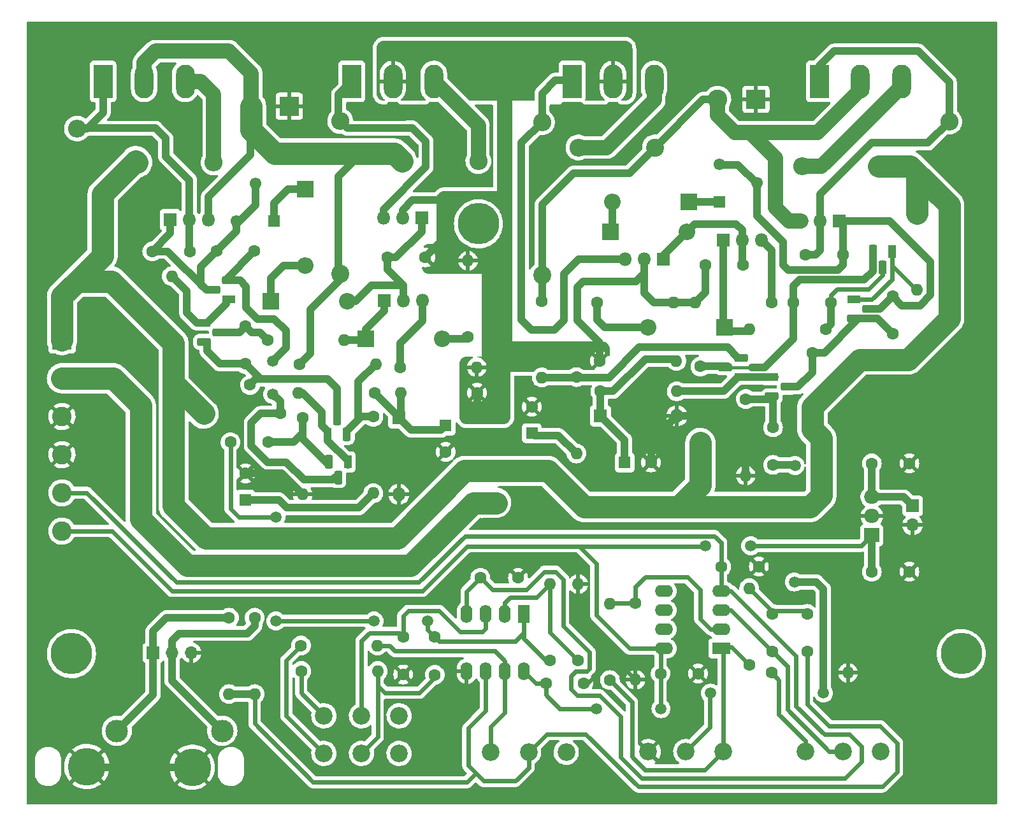
<source format=gbr>
%TF.GenerationSoftware,KiCad,Pcbnew,6.0.0-rc1-unknown-fbdb2bd91f~144~ubuntu20.04.1*%
%TF.CreationDate,2021-12-12T18:35:43-05:00*%
%TF.ProjectId,amplificador_200w_estereo,616d706c-6966-4696-9361-646f725f3230,v0.0.1*%
%TF.SameCoordinates,Original*%
%TF.FileFunction,Copper,L2,Bot*%
%TF.FilePolarity,Positive*%
%FSLAX46Y46*%
G04 Gerber Fmt 4.6, Leading zero omitted, Abs format (unit mm)*
G04 Created by KiCad (PCBNEW 6.0.0-rc1-unknown-fbdb2bd91f~144~ubuntu20.04.1) date 2021-12-12 18:35:43*
%MOMM*%
%LPD*%
G01*
G04 APERTURE LIST*
G04 Aperture macros list*
%AMRoundRect*
0 Rectangle with rounded corners*
0 $1 Rounding radius*
0 $2 $3 $4 $5 $6 $7 $8 $9 X,Y pos of 4 corners*
0 Add a 4 corners polygon primitive as box body*
4,1,4,$2,$3,$4,$5,$6,$7,$8,$9,$2,$3,0*
0 Add four circle primitives for the rounded corners*
1,1,$1+$1,$2,$3*
1,1,$1+$1,$4,$5*
1,1,$1+$1,$6,$7*
1,1,$1+$1,$8,$9*
0 Add four rect primitives between the rounded corners*
20,1,$1+$1,$2,$3,$4,$5,0*
20,1,$1+$1,$4,$5,$6,$7,0*
20,1,$1+$1,$6,$7,$8,$9,0*
20,1,$1+$1,$8,$9,$2,$3,0*%
G04 Aperture macros list end*
%TA.AperFunction,ComponentPad*%
%ADD10C,5.500000*%
%TD*%
%TA.AperFunction,ComponentPad*%
%ADD11C,1.600000*%
%TD*%
%TA.AperFunction,ComponentPad*%
%ADD12C,1.550000*%
%TD*%
%TA.AperFunction,ComponentPad*%
%ADD13R,1.550000X1.550000*%
%TD*%
%TA.AperFunction,ComponentPad*%
%ADD14C,5.000000*%
%TD*%
%TA.AperFunction,ComponentPad*%
%ADD15C,3.000000*%
%TD*%
%TA.AperFunction,ComponentPad*%
%ADD16R,1.800000X1.800000*%
%TD*%
%TA.AperFunction,ComponentPad*%
%ADD17O,1.800000X1.800000*%
%TD*%
%TA.AperFunction,ComponentPad*%
%ADD18O,2.400000X2.400000*%
%TD*%
%TA.AperFunction,ComponentPad*%
%ADD19C,2.400000*%
%TD*%
%TA.AperFunction,ComponentPad*%
%ADD20R,1.600000X2.400000*%
%TD*%
%TA.AperFunction,ComponentPad*%
%ADD21O,1.600000X2.400000*%
%TD*%
%TA.AperFunction,ComponentPad*%
%ADD22O,1.600000X1.600000*%
%TD*%
%TA.AperFunction,ComponentPad*%
%ADD23R,1.600000X1.600000*%
%TD*%
%TA.AperFunction,ComponentPad*%
%ADD24O,2.500000X4.500000*%
%TD*%
%TA.AperFunction,ComponentPad*%
%ADD25R,2.500000X4.500000*%
%TD*%
%TA.AperFunction,ComponentPad*%
%ADD26RoundRect,0.275000X-0.625000X0.275000X-0.625000X-0.275000X0.625000X-0.275000X0.625000X0.275000X0*%
%TD*%
%TA.AperFunction,ComponentPad*%
%ADD27R,1.800000X1.100000*%
%TD*%
%TA.AperFunction,ComponentPad*%
%ADD28RoundRect,0.275000X0.625000X-0.275000X0.625000X0.275000X-0.625000X0.275000X-0.625000X-0.275000X0*%
%TD*%
%TA.AperFunction,ComponentPad*%
%ADD29O,2.200000X2.200000*%
%TD*%
%TA.AperFunction,ComponentPad*%
%ADD30R,2.200000X2.200000*%
%TD*%
%TA.AperFunction,ComponentPad*%
%ADD31R,1.700000X1.700000*%
%TD*%
%TA.AperFunction,ComponentPad*%
%ADD32O,1.700000X1.700000*%
%TD*%
%TA.AperFunction,ComponentPad*%
%ADD33R,2.600000X2.600000*%
%TD*%
%TA.AperFunction,ComponentPad*%
%ADD34C,2.600000*%
%TD*%
%TA.AperFunction,ComponentPad*%
%ADD35R,2.000000X1.905000*%
%TD*%
%TA.AperFunction,ComponentPad*%
%ADD36O,2.000000X1.905000*%
%TD*%
%TA.AperFunction,ComponentPad*%
%ADD37C,2.340000*%
%TD*%
%TA.AperFunction,ComponentPad*%
%ADD38R,2.400000X1.600000*%
%TD*%
%TA.AperFunction,ComponentPad*%
%ADD39O,2.400000X1.600000*%
%TD*%
%TA.AperFunction,ComponentPad*%
%ADD40RoundRect,0.275000X0.275000X0.625000X-0.275000X0.625000X-0.275000X-0.625000X0.275000X-0.625000X0*%
%TD*%
%TA.AperFunction,ComponentPad*%
%ADD41R,1.100000X1.800000*%
%TD*%
%TA.AperFunction,ComponentPad*%
%ADD42RoundRect,0.275000X-0.275000X-0.625000X0.275000X-0.625000X0.275000X0.625000X-0.275000X0.625000X0*%
%TD*%
%TA.AperFunction,ViaPad*%
%ADD43C,1.500000*%
%TD*%
%TA.AperFunction,Conductor*%
%ADD44C,1.000000*%
%TD*%
%TA.AperFunction,Conductor*%
%ADD45C,2.000000*%
%TD*%
%TA.AperFunction,Conductor*%
%ADD46C,3.000000*%
%TD*%
%TA.AperFunction,Conductor*%
%ADD47C,0.400000*%
%TD*%
%TA.AperFunction,Conductor*%
%ADD48C,0.600000*%
%TD*%
G04 APERTURE END LIST*
D10*
%TO.P,H3,1*%
%TO.N,N/C*%
X65540000Y-32350000D03*
%TD*%
%TO.P,H2,1*%
%TO.N,N/C*%
X11460000Y-89500000D03*
%TD*%
%TO.P,H1,1*%
%TO.N,N/C*%
X129700000Y-89500000D03*
%TD*%
D11*
%TO.P,C24,1*%
%TO.N,GND*%
X102800000Y-77920000D03*
%TO.P,C24,2*%
%TO.N,-12V*%
X97800000Y-77920000D03*
%TD*%
%TO.P,C23,2*%
%TO.N,GND*%
X79500000Y-93400000D03*
%TO.P,C23,1*%
%TO.N,+12V*%
X74500000Y-93400000D03*
%TD*%
%TO.P,C22,1*%
%TO.N,GND*%
X70800000Y-79400000D03*
%TO.P,C22,2*%
%TO.N,-12V*%
X65800000Y-79400000D03*
%TD*%
%TO.P,C21,1*%
%TO.N,+12V*%
X89730000Y-92130000D03*
%TO.P,C21,2*%
%TO.N,GND*%
X94730000Y-92130000D03*
%TD*%
D12*
%TO.P,RV2,3,3*%
%TO.N,Net-(C12-Pad1)*%
X33382500Y-31975000D03*
%TO.P,RV2,2,2*%
X35882500Y-26975000D03*
D13*
%TO.P,RV2,1,1*%
%TO.N,Net-(D8-Pad1)*%
X38382500Y-31975000D03*
%TD*%
D12*
%TO.P,RV1,3,3*%
%TO.N,Net-(C5-Pad1)*%
X97527500Y-24400000D03*
%TO.P,RV1,2,2*%
X102527500Y-26900000D03*
D13*
%TO.P,RV1,1,1*%
%TO.N,Net-(D4-Pad1)*%
X97527500Y-29400000D03*
%TD*%
D11*
%TO.P,C20,1*%
%TO.N,Net-(J6-Pad1)*%
X117800000Y-64200000D03*
%TO.P,C20,2*%
%TO.N,GND*%
X122800000Y-64200000D03*
%TD*%
%TO.P,C19,1*%
%TO.N,+12V*%
X117800000Y-78600000D03*
%TO.P,C19,2*%
%TO.N,GND*%
X122800000Y-78600000D03*
%TD*%
D14*
%TO.P,J2,3,EXT*%
%TO.N,GND*%
X13500000Y-104500000D03*
D15*
%TO.P,J2,2,IN2*%
%TO.N,/crossover/IN-R*%
X17500000Y-99750000D03*
D14*
%TO.P,J2,3,EXT*%
%TO.N,GND*%
X27500000Y-104600000D03*
D15*
%TO.P,J2,1,IN1*%
%TO.N,/crossover/IN-L*%
X31500000Y-99750000D03*
%TD*%
D16*
%TO.P,Q16,1,B*%
%TO.N,Net-(C12-Pad1)*%
X24600000Y-31800000D03*
D17*
%TO.P,Q16,2,C*%
%TO.N,Net-(C14-Pad2)*%
X27140000Y-31800000D03*
%TO.P,Q16,3,E*%
%TO.N,/channel-b/OUT*%
X29680000Y-31800000D03*
%TD*%
D16*
%TO.P,Q15,1,B*%
%TO.N,Net-(C13-Pad1)*%
X57982500Y-31575000D03*
D17*
%TO.P,Q15,2,C*%
%TO.N,50V*%
X55442500Y-31575000D03*
%TO.P,Q15,3,E*%
%TO.N,Net-(Q15-Pad3)*%
X52902500Y-31575000D03*
%TD*%
D16*
%TO.P,Q7,1,B*%
%TO.N,Net-(C5-Pad1)*%
X113500000Y-32000000D03*
D17*
%TO.P,Q7,2,C*%
%TO.N,Net-(C7-Pad2)*%
X110960000Y-32000000D03*
%TO.P,Q7,3,E*%
%TO.N,/channel-a/OUT*%
X108420000Y-32000000D03*
%TD*%
D16*
%TO.P,Q6,1,B*%
%TO.N,Net-(C6-Pad1)*%
X90122500Y-37050000D03*
D17*
%TO.P,Q6,2,C*%
%TO.N,50V*%
X87582500Y-37050000D03*
%TO.P,Q6,3,E*%
%TO.N,Net-(Q6-Pad3)*%
X85042500Y-37050000D03*
%TD*%
D16*
%TO.P,Q14,1,B*%
%TO.N,Net-(D6-Pad1)*%
X53025000Y-42557500D03*
D17*
%TO.P,Q14,2,C*%
%TO.N,Net-(C13-Pad1)*%
X55565000Y-42557500D03*
%TO.P,Q14,3,E*%
%TO.N,Net-(Q14-Pad3)*%
X58105000Y-42557500D03*
%TD*%
D16*
%TO.P,Q5,1,B*%
%TO.N,Net-(D2-Pad1)*%
X98042500Y-34540000D03*
D17*
%TO.P,Q5,2,C*%
%TO.N,Net-(C6-Pad1)*%
X100582500Y-34540000D03*
%TO.P,Q5,3,E*%
%TO.N,Net-(Q5-Pad3)*%
X103122500Y-34540000D03*
%TD*%
D18*
%TO.P,R29,2*%
%TO.N,Net-(Q17-Pad3)*%
X65525000Y-24012500D03*
D19*
%TO.P,R29,1*%
%TO.N,/channel-b/OUT*%
X55365000Y-24012500D03*
%TD*%
D18*
%TO.P,R13,2*%
%TO.N,Net-(C7-Pad2)*%
X128087500Y-18755000D03*
D19*
%TO.P,R13,1*%
%TO.N,-50V*%
X128087500Y-39075000D03*
%TD*%
D20*
%TO.P,U1,1*%
%TO.N,/channel-b/IN_SIGNAL*%
X71600000Y-84200000D03*
D21*
%TO.P,U1,2,-*%
%TO.N,Net-(R39-Pad1)*%
X69060000Y-84200000D03*
%TO.P,U1,3,+*%
%TO.N,Net-(C17-Pad2)*%
X66520000Y-84200000D03*
%TO.P,U1,4*%
%TO.N,-12V*%
X63980000Y-84200000D03*
%TO.P,U1,5,+*%
%TO.N,GND*%
X63980000Y-91820000D03*
%TO.P,U1,6,-*%
%TO.N,/crossover/pasa-altas/IN*%
X66520000Y-91820000D03*
%TO.P,U1,7*%
%TO.N,/crossover/pasa-bajas/IN_ALL*%
X69060000Y-91820000D03*
%TO.P,U1,8,vcc*%
%TO.N,+12V*%
X71600000Y-91820000D03*
%TD*%
D22*
%TO.P,R2,2*%
%TO.N,-50V*%
X109900000Y-59660000D03*
D11*
%TO.P,R2,1*%
%TO.N,Net-(C5-Pad2)*%
X109900000Y-49500000D03*
%TD*%
%TO.P,C3,2*%
%TO.N,GND*%
X72637500Y-56675000D03*
D23*
%TO.P,C3,1*%
%TO.N,Net-(C3-Pad1)*%
X72637500Y-60175000D03*
%TD*%
D24*
%TO.P,Q9,3,E*%
%TO.N,Net-(Q9-Pad3)*%
X121732500Y-13412500D03*
%TO.P,Q9,2,C*%
%TO.N,/channel-a/OUT*%
X116282500Y-13412500D03*
D25*
%TO.P,Q9,1,B*%
%TO.N,Net-(C7-Pad2)*%
X110832500Y-13412500D03*
%TD*%
D22*
%TO.P,R1,2*%
%TO.N,GND*%
X101052500Y-65805000D03*
D11*
%TO.P,R1,1*%
%TO.N,Net-(C1-Pad1)*%
X101052500Y-55645000D03*
%TD*%
%TO.P,R39,1*%
%TO.N,Net-(R39-Pad1)*%
X78800000Y-90400000D03*
D22*
%TO.P,R39,2*%
%TO.N,GND*%
X78800000Y-80240000D03*
%TD*%
D11*
%TO.P,C4,2*%
%TO.N,Net-(C4-Pad2)*%
X112400000Y-42800000D03*
%TO.P,C4,1*%
%TO.N,Net-(C4-Pad1)*%
X107400000Y-42800000D03*
%TD*%
D26*
%TO.P,Q4,3,B*%
%TO.N,Net-(C5-Pad2)*%
X115400000Y-44940000D03*
%TO.P,Q4,2,C*%
%TO.N,Net-(C5-Pad1)*%
X117470000Y-43670000D03*
D27*
%TO.P,Q4,1,E*%
%TO.N,Net-(Q3-Pad1)*%
X115400000Y-42400000D03*
%TD*%
D11*
%TO.P,R33,1*%
%TO.N,/crossover/pasa-altas/POT_N*%
X104470000Y-92040000D03*
D22*
%TO.P,R33,2*%
%TO.N,GND*%
X114630000Y-92040000D03*
%TD*%
D11*
%TO.P,R34,1*%
%TO.N,/crossover/pasa-altas/OUT*%
X101520000Y-90960000D03*
D22*
%TO.P,R34,2*%
%TO.N,Net-(C15-Pad1)*%
X101520000Y-80800000D03*
%TD*%
D11*
%TO.P,C18,1*%
%TO.N,/channel-b/IN_SIGNAL*%
X59740000Y-87300000D03*
%TO.P,C18,2*%
%TO.N,Net-(C18-Pad2)*%
X59740000Y-92300000D03*
%TD*%
D28*
%TO.P,Q2,3,B*%
%TO.N,Net-(Q2-Pad3)*%
X100407500Y-50165000D03*
%TO.P,Q2,2,C*%
%TO.N,Net-(C4-Pad1)*%
X98337500Y-51435000D03*
D27*
%TO.P,Q2,1,E*%
%TO.N,Net-(Q1-Pad1)*%
X100407500Y-52705000D03*
%TD*%
D29*
%TO.P,D3,2,A*%
%TO.N,Net-(C6-Pad1)*%
X93262500Y-33395000D03*
D30*
%TO.P,D3,1,K*%
%TO.N,Net-(D3-Pad1)*%
X83102500Y-33395000D03*
%TD*%
D29*
%TO.P,D8,2,A*%
%TO.N,Net-(D7-Pad1)*%
X42565000Y-37892500D03*
D30*
%TO.P,D8,1,K*%
%TO.N,Net-(D8-Pad1)*%
X42565000Y-27732500D03*
%TD*%
D31*
%TO.P,J5,1,Pin_1*%
%TO.N,/crossover/IN-R*%
X22275000Y-89375000D03*
D32*
%TO.P,J5,2,Pin_2*%
%TO.N,/crossover/IN-L*%
X24815000Y-89375000D03*
%TO.P,J5,3,Pin_3*%
%TO.N,GND*%
X27355000Y-89375000D03*
%TD*%
D29*
%TO.P,D2,2,A*%
%TO.N,Net-(D2-Pad2)*%
X88072500Y-46145000D03*
D30*
%TO.P,D2,1,K*%
%TO.N,Net-(D2-Pad1)*%
X98232500Y-46145000D03*
%TD*%
D11*
%TO.P,C12,2*%
%TO.N,Net-(C12-Pad2)*%
X35782500Y-35975000D03*
%TO.P,C12,1*%
%TO.N,Net-(C12-Pad1)*%
X30782500Y-35975000D03*
%TD*%
D17*
%TO.P,D5,2,A*%
%TO.N,GND*%
X54965000Y-68292500D03*
D16*
%TO.P,D5,1,K*%
%TO.N,Net-(C9-Pad1)*%
X54965000Y-58132500D03*
%TD*%
D18*
%TO.P,R14,2*%
%TO.N,Net-(Q8-Pad3)*%
X78822500Y-22195000D03*
D19*
%TO.P,R14,1*%
%TO.N,/channel-a/OUT*%
X88982500Y-22195000D03*
%TD*%
D11*
%TO.P,C1,2*%
%TO.N,/channel-a/IN_SIGNAL*%
X104677500Y-64400000D03*
%TO.P,C1,1*%
%TO.N,Net-(C1-Pad1)*%
X104677500Y-59400000D03*
%TD*%
D22*
%TO.P,R16,2*%
%TO.N,GND*%
X42182500Y-68335000D03*
D11*
%TO.P,R16,1*%
%TO.N,Net-(C8-Pad1)*%
X42182500Y-58175000D03*
%TD*%
D22*
%TO.P,R21,2*%
%TO.N,Net-(C10-Pad1)*%
X51565000Y-68162500D03*
D11*
%TO.P,R21,1*%
%TO.N,Net-(Q11-Pad3)*%
X51565000Y-58002500D03*
%TD*%
D22*
%TO.P,R9,2*%
%TO.N,Net-(D2-Pad1)*%
X101502500Y-46395000D03*
D11*
%TO.P,R9,1*%
%TO.N,Net-(C4-Pad2)*%
X111662500Y-46395000D03*
%TD*%
D33*
%TO.P,J1,1,Pin_1*%
%TO.N,-50V*%
X10200000Y-47800000D03*
D34*
%TO.P,J1,2,Pin_2*%
%TO.N,50V*%
X10200000Y-52880000D03*
%TO.P,J1,3,Pin_3*%
%TO.N,GND*%
X10200000Y-57960000D03*
%TO.P,J1,4,Pin_4*%
X10200000Y-63040000D03*
%TO.P,J1,5,Pin_5*%
%TO.N,-12V*%
X10200000Y-68120000D03*
%TO.P,J1,6,Pin_6*%
%TO.N,+12V*%
X10200000Y-73200000D03*
%TD*%
D22*
%TO.P,R18,2*%
%TO.N,Net-(C9-Pad1)*%
X55195000Y-54812500D03*
D11*
%TO.P,R18,1*%
%TO.N,50V*%
X65355000Y-54812500D03*
%TD*%
D29*
%TO.P,D7,2,A*%
%TO.N,Net-(C13-Pad1)*%
X48125000Y-42612500D03*
D30*
%TO.P,D7,1,K*%
%TO.N,Net-(D7-Pad1)*%
X37965000Y-42612500D03*
%TD*%
D26*
%TO.P,Q12,3,B*%
%TO.N,Net-(C11-Pad1)*%
X29062500Y-48045000D03*
%TO.P,Q12,2,C*%
%TO.N,Net-(C11-Pad2)*%
X31132500Y-46775000D03*
D27*
%TO.P,Q12,1,E*%
%TO.N,Net-(Q12-Pad1)*%
X29062500Y-45505000D03*
%TD*%
D22*
%TO.P,R23,2*%
%TO.N,50V*%
X64155000Y-37262500D03*
D11*
%TO.P,R23,1*%
%TO.N,Net-(D6-Pad2)*%
X64155000Y-47422500D03*
%TD*%
%TO.P,R38,1*%
%TO.N,Net-(R38-Pad1)*%
X42000000Y-91800000D03*
D22*
%TO.P,R38,2*%
%TO.N,Net-(C18-Pad2)*%
X52160000Y-91800000D03*
%TD*%
D24*
%TO.P,Q17,3,E*%
%TO.N,Net-(Q17-Pad3)*%
X59615000Y-13412500D03*
%TO.P,Q17,2,C*%
%TO.N,50V*%
X54165000Y-13412500D03*
D25*
%TO.P,Q17,1,B*%
%TO.N,Net-(Q15-Pad3)*%
X48715000Y-13412500D03*
%TD*%
D22*
%TO.P,R19,2*%
%TO.N,Net-(Q10-Pad1)*%
X41595000Y-54812500D03*
D11*
%TO.P,R19,1*%
%TO.N,Net-(C9-Pad1)*%
X51755000Y-54812500D03*
%TD*%
D25*
%TO.P,Q18,1,B*%
%TO.N,Net-(C14-Pad2)*%
X15665000Y-13412500D03*
D24*
%TO.P,Q18,2,C*%
%TO.N,/channel-b/OUT*%
X21115000Y-13412500D03*
%TO.P,Q18,3,E*%
%TO.N,Net-(Q18-Pad3)*%
X26565000Y-13412500D03*
%TD*%
D29*
%TO.P,D4,2,A*%
%TO.N,Net-(D3-Pad1)*%
X83302500Y-29395000D03*
D30*
%TO.P,D4,1,K*%
%TO.N,Net-(D4-Pad1)*%
X93462500Y-29395000D03*
%TD*%
D11*
%TO.P,R36,1*%
%TO.N,/crossover/pasa-altas/OUT*%
X83000000Y-93000000D03*
D22*
%TO.P,R36,2*%
%TO.N,Net-(R35-Pad1)*%
X83000000Y-82840000D03*
%TD*%
%TO.P,R17,2*%
%TO.N,-50V*%
X29022500Y-57575000D03*
D11*
%TO.P,R17,1*%
%TO.N,Net-(C12-Pad2)*%
X39182500Y-57575000D03*
%TD*%
%TO.P,C6,1*%
%TO.N,Net-(C6-Pad1)*%
X100682500Y-37795000D03*
%TO.P,C6,2*%
%TO.N,50V*%
X95682500Y-37795000D03*
%TD*%
D31*
%TO.P,J6,1,Pin_1*%
%TO.N,Net-(J6-Pad1)*%
X123225000Y-69850000D03*
D32*
%TO.P,J6,2,Pin_2*%
%TO.N,GND*%
X123225000Y-72390000D03*
%TD*%
D35*
%TO.P,U3,1,IN*%
%TO.N,+12V*%
X117800000Y-73752500D03*
D36*
%TO.P,U3,2,GND*%
%TO.N,GND*%
X117800000Y-71212500D03*
%TO.P,U3,3,OUT*%
%TO.N,Net-(J6-Pad1)*%
X117800000Y-68672500D03*
%TD*%
D34*
%TO.P,J4,2,Pin_2*%
%TO.N,/channel-b/OUT*%
X35320000Y-16717500D03*
D33*
%TO.P,J4,1,Pin_1*%
%TO.N,GND*%
X40400000Y-16717500D03*
%TD*%
D37*
%TO.P,RV3,1,1*%
%TO.N,/crossover/pasa-bajas/IN_ALL*%
X67200000Y-102600000D03*
%TO.P,RV3,2,2*%
%TO.N,/crossover/pasa-altas/IN*%
X72200000Y-102600000D03*
%TO.P,RV3,3,3*%
%TO.N,unconnected-(RV3-Pad3)*%
X77200000Y-102600000D03*
%TD*%
D29*
%TO.P,D6,2,A*%
%TO.N,Net-(D6-Pad2)*%
X60715000Y-47612500D03*
D30*
%TO.P,D6,1,K*%
%TO.N,Net-(D6-Pad1)*%
X50555000Y-47612500D03*
%TD*%
D11*
%TO.P,R35,1*%
%TO.N,Net-(R35-Pad1)*%
X86400000Y-82800000D03*
D22*
%TO.P,R35,2*%
%TO.N,GND*%
X86400000Y-92960000D03*
%TD*%
D17*
%TO.P,D1,2,A*%
%TO.N,GND*%
X91912500Y-57875000D03*
D16*
%TO.P,D1,1,K*%
%TO.N,Net-(C2-Pad1)*%
X81752500Y-57875000D03*
%TD*%
D18*
%TO.P,R30,2*%
%TO.N,Net-(Q18-Pad3)*%
X30360000Y-24200000D03*
D19*
%TO.P,R30,1*%
%TO.N,-50V*%
X20200000Y-24200000D03*
%TD*%
D18*
%TO.P,R27,2*%
%TO.N,Net-(Q15-Pad3)*%
X47165000Y-18692500D03*
D19*
%TO.P,R27,1*%
%TO.N,/channel-b/OUT*%
X47165000Y-39012500D03*
%TD*%
D25*
%TO.P,Q8,1,B*%
%TO.N,Net-(Q6-Pad3)*%
X77982500Y-13412500D03*
D24*
%TO.P,Q8,2,C*%
%TO.N,50V*%
X83432500Y-13412500D03*
%TO.P,Q8,3,E*%
%TO.N,Net-(Q8-Pad3)*%
X88882500Y-13412500D03*
%TD*%
D22*
%TO.P,R6,2*%
%TO.N,Net-(C3-Pad1)*%
X78552500Y-62880000D03*
D11*
%TO.P,R6,1*%
%TO.N,Net-(Q2-Pad3)*%
X78552500Y-52720000D03*
%TD*%
D22*
%TO.P,R22,2*%
%TO.N,Net-(Q11-Pad3)*%
X51915000Y-51017500D03*
D11*
%TO.P,R22,1*%
%TO.N,/channel-b/OUT*%
X41755000Y-51017500D03*
%TD*%
D38*
%TO.P,U2,1*%
%TO.N,/crossover/pasa-altas/OUT*%
X97800000Y-88800000D03*
D39*
%TO.P,U2,2,-*%
%TO.N,Net-(R35-Pad1)*%
X97800000Y-86260000D03*
%TO.P,U2,3,+*%
%TO.N,/crossover/pasa-altas/POT_P*%
X97800000Y-83720000D03*
%TO.P,U2,4*%
%TO.N,-12V*%
X97800000Y-81180000D03*
%TO.P,U2,5*%
%TO.N,N/C*%
X90180000Y-81180000D03*
%TO.P,U2,6*%
X90180000Y-83720000D03*
%TO.P,U2,7*%
X90180000Y-86260000D03*
%TO.P,U2,8,vcc*%
%TO.N,+12V*%
X90180000Y-88800000D03*
%TD*%
D11*
%TO.P,R40,1*%
%TO.N,/channel-b/IN_SIGNAL*%
X75000000Y-90400000D03*
D22*
%TO.P,R40,2*%
%TO.N,Net-(R39-Pad1)*%
X75000000Y-80240000D03*
%TD*%
%TO.P,R26,2*%
%TO.N,50V*%
X65315000Y-51412500D03*
D11*
%TO.P,R26,1*%
%TO.N,Net-(Q14-Pad3)*%
X55155000Y-51412500D03*
%TD*%
D40*
%TO.P,Q10,3,B*%
%TO.N,Net-(C8-Pad1)*%
X45625000Y-64012500D03*
%TO.P,Q10,2,C*%
%TO.N,Net-(C12-Pad2)*%
X46895000Y-66082500D03*
D41*
%TO.P,Q10,1,E*%
%TO.N,Net-(Q10-Pad1)*%
X48165000Y-64012500D03*
%TD*%
D18*
%TO.P,R28,2*%
%TO.N,Net-(C14-Pad2)*%
X12200000Y-19680000D03*
D19*
%TO.P,R28,1*%
%TO.N,-50V*%
X12200000Y-40000000D03*
%TD*%
D27*
%TO.P,Q13,1,E*%
%TO.N,Net-(Q12-Pad1)*%
X32400000Y-42400000D03*
D28*
%TO.P,Q13,2,C*%
%TO.N,Net-(C12-Pad1)*%
X30330000Y-41130000D03*
%TO.P,Q13,3,B*%
%TO.N,Net-(C12-Pad2)*%
X32400000Y-39860000D03*
%TD*%
D11*
%TO.P,C11,2*%
%TO.N,Net-(C11-Pad2)*%
X34582500Y-45975000D03*
%TO.P,C11,1*%
%TO.N,Net-(C11-Pad1)*%
X34582500Y-50975000D03*
%TD*%
D37*
%TO.P,RV6,1,1*%
%TO.N,Net-(R37-Pad1)*%
X45000000Y-102750000D03*
%TO.P,RV6,2,2*%
%TO.N,Net-(C18-Pad2)*%
X50000000Y-102750000D03*
%TO.P,RV6,3,3*%
%TO.N,unconnected-(RV6-Pad3)*%
X55000000Y-102750000D03*
%TO.P,RV6,4,4*%
%TO.N,Net-(R38-Pad1)*%
X45000000Y-97750000D03*
%TO.P,RV6,5,5*%
%TO.N,Net-(C17-Pad2)*%
X50000000Y-97750000D03*
%TO.P,RV6,6,6*%
%TO.N,unconnected-(RV6-Pad6)*%
X55000000Y-97750000D03*
%TD*%
D22*
%TO.P,R11,2*%
%TO.N,50V*%
X94302500Y-42795000D03*
D11*
%TO.P,R11,1*%
%TO.N,Net-(Q5-Pad3)*%
X104462500Y-42795000D03*
%TD*%
%TO.P,C17,1*%
%TO.N,GND*%
X55550000Y-92260000D03*
%TO.P,C17,2*%
%TO.N,Net-(C17-Pad2)*%
X55550000Y-87260000D03*
%TD*%
%TO.P,C8,2*%
%TO.N,/channel-b/IN_SIGNAL*%
X32582500Y-61375000D03*
%TO.P,C8,1*%
%TO.N,Net-(C8-Pad1)*%
X37582500Y-61375000D03*
%TD*%
D26*
%TO.P,Q1,3,B*%
%TO.N,Net-(C1-Pad1)*%
X104532500Y-55295000D03*
%TO.P,Q1,2,C*%
%TO.N,Net-(C5-Pad2)*%
X106602500Y-54025000D03*
D27*
%TO.P,Q1,1,E*%
%TO.N,Net-(Q1-Pad1)*%
X104532500Y-52755000D03*
%TD*%
D42*
%TO.P,Q11,3,B*%
%TO.N,Net-(Q11-Pad3)*%
X48035000Y-60332500D03*
%TO.P,Q11,2,C*%
%TO.N,Net-(C11-Pad1)*%
X46765000Y-58262500D03*
D41*
%TO.P,Q11,1,E*%
%TO.N,Net-(Q10-Pad1)*%
X45495000Y-60332500D03*
%TD*%
D22*
%TO.P,R7,2*%
%TO.N,Net-(Q2-Pad3)*%
X73957500Y-52775000D03*
D11*
%TO.P,R7,1*%
%TO.N,/channel-a/OUT*%
X73957500Y-42615000D03*
%TD*%
%TO.P,C13,2*%
%TO.N,50V*%
X58465000Y-36812500D03*
%TO.P,C13,1*%
%TO.N,Net-(C13-Pad1)*%
X53465000Y-36812500D03*
%TD*%
D22*
%TO.P,R24,2*%
%TO.N,Net-(D6-Pad1)*%
X47715000Y-47817500D03*
D11*
%TO.P,R24,1*%
%TO.N,Net-(C11-Pad2)*%
X37555000Y-47817500D03*
%TD*%
D19*
%TO.P,R12,1*%
%TO.N,/channel-a/OUT*%
X73982500Y-39155000D03*
D18*
%TO.P,R12,2*%
%TO.N,Net-(Q6-Pad3)*%
X73982500Y-18835000D03*
%TD*%
D11*
%TO.P,R31,1*%
%TO.N,/crossover/IN-L*%
X35800000Y-84720000D03*
D22*
%TO.P,R31,2*%
%TO.N,/crossover/pasa-altas/IN*%
X35800000Y-94880000D03*
%TD*%
%TO.P,R5,2*%
%TO.N,-50V*%
X95027500Y-61480000D03*
D11*
%TO.P,R5,1*%
%TO.N,Net-(C4-Pad1)*%
X95027500Y-51320000D03*
%TD*%
D37*
%TO.P,RV5,1,1*%
%TO.N,GND*%
X88100000Y-102500000D03*
%TO.P,RV5,2,2*%
%TO.N,/channel-a/IN_SIGNAL*%
X93100000Y-102500000D03*
%TO.P,RV5,3,3*%
%TO.N,/crossover/pasa-altas/OUT*%
X98100000Y-102500000D03*
%TD*%
%TO.P,RV4,1,1*%
%TO.N,/crossover/pasa-altas/POT_N*%
X109000000Y-102500000D03*
%TO.P,RV4,2,2*%
%TO.N,/crossover/pasa-altas/POT_P*%
X114000000Y-102500000D03*
%TO.P,RV4,3,3*%
%TO.N,unconnected-(RV4-Pad3)*%
X119000000Y-102500000D03*
%TD*%
D22*
%TO.P,R4,2*%
%TO.N,Net-(Q1-Pad1)*%
X91887500Y-54600000D03*
D11*
%TO.P,R4,1*%
%TO.N,Net-(C2-Pad1)*%
X81727500Y-54600000D03*
%TD*%
%TO.P,C10,2*%
%TO.N,GND*%
X34582500Y-65527651D03*
D23*
%TO.P,C10,1*%
%TO.N,Net-(C10-Pad1)*%
X34582500Y-69027651D03*
%TD*%
D11*
%TO.P,C16,1*%
%TO.N,/crossover/pasa-altas/POT_P*%
X104600000Y-89200000D03*
%TO.P,C16,2*%
%TO.N,Net-(C15-Pad1)*%
X104600000Y-84200000D03*
%TD*%
%TO.P,R37,1*%
%TO.N,Net-(R37-Pad1)*%
X41970000Y-88410000D03*
D22*
%TO.P,R37,2*%
%TO.N,/crossover/pasa-bajas/IN_ALL*%
X52130000Y-88410000D03*
%TD*%
D11*
%TO.P,C7,2*%
%TO.N,Net-(C7-Pad2)*%
X109000000Y-36500000D03*
%TO.P,C7,1*%
%TO.N,Net-(C5-Pad1)*%
X114000000Y-36500000D03*
%TD*%
D22*
%TO.P,R20,2*%
%TO.N,-50V*%
X25022500Y-53775000D03*
D11*
%TO.P,R20,1*%
%TO.N,Net-(C11-Pad1)*%
X35182500Y-53775000D03*
%TD*%
D18*
%TO.P,R15,2*%
%TO.N,Net-(Q9-Pad3)*%
X108602500Y-24675000D03*
D19*
%TO.P,R15,1*%
%TO.N,-50V*%
X118762500Y-24675000D03*
%TD*%
D22*
%TO.P,R8,2*%
%TO.N,50V*%
X91462500Y-42795000D03*
D11*
%TO.P,R8,1*%
%TO.N,Net-(D2-Pad2)*%
X81302500Y-42795000D03*
%TD*%
D22*
%TO.P,R25,2*%
%TO.N,Net-(Q12-Pad1)*%
X24800000Y-39320000D03*
D11*
%TO.P,R25,1*%
%TO.N,-50V*%
X24800000Y-49480000D03*
%TD*%
D40*
%TO.P,Q3,3,B*%
%TO.N,Net-(C4-Pad1)*%
X117930000Y-36080000D03*
%TO.P,Q3,2,C*%
%TO.N,Net-(C4-Pad2)*%
X119200000Y-38150000D03*
D41*
%TO.P,Q3,1,E*%
%TO.N,Net-(Q3-Pad1)*%
X120470000Y-36080000D03*
%TD*%
D11*
%TO.P,C5,2*%
%TO.N,Net-(C5-Pad2)*%
X120600000Y-47000000D03*
%TO.P,C5,1*%
%TO.N,Net-(C5-Pad1)*%
X120600000Y-42000000D03*
%TD*%
%TO.P,C9,2*%
%TO.N,GND*%
X61182500Y-62675000D03*
D23*
%TO.P,C9,1*%
%TO.N,Net-(C9-Pad1)*%
X61182500Y-59175000D03*
%TD*%
D11*
%TO.P,C14,2*%
%TO.N,Net-(C14-Pad2)*%
X27200000Y-36000000D03*
%TO.P,C14,1*%
%TO.N,Net-(C12-Pad1)*%
X22200000Y-36000000D03*
%TD*%
D22*
%TO.P,R3,2*%
%TO.N,Net-(C2-Pad1)*%
X91837500Y-50575000D03*
D11*
%TO.P,R3,1*%
%TO.N,50V*%
X81677500Y-50575000D03*
%TD*%
%TO.P,C15,1*%
%TO.N,Net-(C15-Pad1)*%
X109200000Y-84200000D03*
%TO.P,C15,2*%
%TO.N,/crossover/pasa-altas/IN*%
X109200000Y-89200000D03*
%TD*%
D22*
%TO.P,R10,2*%
%TO.N,Net-(Q3-Pad1)*%
X123800000Y-41080000D03*
D11*
%TO.P,R10,1*%
%TO.N,-50V*%
X123800000Y-30920000D03*
%TD*%
D33*
%TO.P,J3,1,Pin_1*%
%TO.N,GND*%
X102400000Y-15800000D03*
D34*
%TO.P,J3,2,Pin_2*%
%TO.N,/channel-a/OUT*%
X97320000Y-15800000D03*
%TD*%
D11*
%TO.P,R32,1*%
%TO.N,/crossover/IN-R*%
X32400000Y-84710000D03*
D22*
%TO.P,R32,2*%
%TO.N,/crossover/pasa-altas/IN*%
X32400000Y-94870000D03*
%TD*%
D11*
%TO.P,C2,2*%
%TO.N,GND*%
X88474849Y-64075000D03*
D23*
%TO.P,C2,1*%
%TO.N,Net-(C2-Pad1)*%
X84974849Y-64075000D03*
%TD*%
D43*
%TO.N,50V*%
X67890000Y-69440000D03*
X67800000Y-56000000D03*
%TO.N,+12V*%
X101720000Y-75150000D03*
X95660000Y-75190000D03*
%TO.N,/channel-b/IN_SIGNAL*%
X51660000Y-85150000D03*
X58800000Y-85179500D03*
X38630000Y-85140000D03*
X38630000Y-71340011D03*
%TO.N,/channel-a/IN_SIGNAL*%
X107600000Y-64470000D03*
X107510000Y-79960000D03*
%TO.N,50V*%
X65920000Y-69460000D03*
X65850000Y-57880000D03*
%TO.N,/channel-a/IN_SIGNAL*%
X96350000Y-94730000D03*
X111390000Y-94740000D03*
%TO.N,Net-(C12-Pad2)*%
X38182500Y-54975000D03*
X38200000Y-50600000D03*
%TO.N,+12V*%
X89800000Y-96800000D03*
X81200000Y-96800000D03*
%TD*%
D44*
%TO.N,/channel-b/OUT*%
X47165000Y-39012500D02*
X46965000Y-38812500D01*
X46965000Y-38812500D02*
X46965000Y-26035000D01*
X46965000Y-26035000D02*
X50000000Y-23000000D01*
X50000000Y-23000000D02*
X54352500Y-23000000D01*
D45*
%TO.N,Net-(Q18-Pad3)*%
X26565000Y-13412500D02*
X28612500Y-13412500D01*
X28612500Y-13412500D02*
X30360000Y-15160000D01*
X30360000Y-15160000D02*
X30360000Y-24200000D01*
D46*
%TO.N,/channel-b/OUT*%
X55365000Y-24012500D02*
X54352500Y-23000000D01*
X54352500Y-23000000D02*
X38440000Y-23000000D01*
X38440000Y-23000000D02*
X35320000Y-19880000D01*
X35320000Y-19880000D02*
X35320000Y-16717500D01*
D44*
X35320000Y-19880000D02*
X35320000Y-20567500D01*
X35320000Y-20567500D02*
X35220000Y-20667500D01*
D46*
%TO.N,-50V*%
X12200000Y-40000000D02*
X15600000Y-36600000D01*
X20012500Y-24012500D02*
X20200000Y-24200000D01*
X15600000Y-36600000D02*
X15600000Y-28425000D01*
X15600000Y-28425000D02*
X20012500Y-24012500D01*
X12200000Y-40000000D02*
X16800000Y-40000000D01*
X16800000Y-40000000D02*
X25022500Y-48222500D01*
X25022500Y-48222500D02*
X25022500Y-53775000D01*
D44*
%TO.N,Net-(C12-Pad1)*%
X30782500Y-35975000D02*
X28665000Y-38092500D01*
X28665000Y-38092500D02*
X28665000Y-40407500D01*
X28665000Y-40407500D02*
X29387500Y-41130000D01*
%TO.N,Net-(C12-Pad2)*%
X39982500Y-46575000D02*
X39982500Y-48817500D01*
X38382500Y-44975000D02*
X39982500Y-46575000D01*
X39982500Y-48817500D02*
X38200000Y-50600000D01*
X36182500Y-44975000D02*
X38382500Y-44975000D01*
X34655000Y-43447500D02*
X36182500Y-44975000D01*
X34655000Y-40655000D02*
X34655000Y-43447500D01*
X33860000Y-39860000D02*
X34655000Y-40655000D01*
X32000000Y-39860000D02*
X33860000Y-39860000D01*
%TO.N,Net-(Q12-Pad1)*%
X32000000Y-42967500D02*
X29462500Y-45505000D01*
X32000000Y-42400000D02*
X32000000Y-42967500D01*
%TO.N,Net-(C12-Pad1)*%
X24257500Y-36000000D02*
X29387500Y-41130000D01*
X29387500Y-41130000D02*
X30730000Y-41130000D01*
X22200000Y-36000000D02*
X24257500Y-36000000D01*
%TO.N,Net-(C12-Pad2)*%
X32000000Y-39757500D02*
X35782500Y-35975000D01*
X32000000Y-39860000D02*
X32000000Y-39757500D01*
%TO.N,Net-(Q12-Pad1)*%
X24800000Y-39320000D02*
X26800000Y-41320000D01*
X26800000Y-41320000D02*
X26800000Y-44200000D01*
X26800000Y-44200000D02*
X28105000Y-45505000D01*
X28105000Y-45505000D02*
X29462500Y-45505000D01*
%TO.N,Net-(C14-Pad2)*%
X13528750Y-19680000D02*
X12200000Y-19680000D01*
X12227500Y-19652500D02*
X12200000Y-19680000D01*
X24000000Y-21000000D02*
X22652500Y-19652500D01*
X24000000Y-23400000D02*
X24000000Y-21000000D01*
D46*
%TO.N,-50V*%
X10200000Y-42000000D02*
X12200000Y-40000000D01*
D44*
%TO.N,Net-(C14-Pad2)*%
X15665000Y-13412500D02*
X15665000Y-17543750D01*
X27140000Y-31800000D02*
X27140000Y-26540000D01*
X27140000Y-26540000D02*
X24000000Y-23400000D01*
X22652500Y-19652500D02*
X12227500Y-19652500D01*
X15665000Y-17543750D02*
X13528750Y-19680000D01*
D46*
%TO.N,-50V*%
X10200000Y-47800000D02*
X10200000Y-42000000D01*
D44*
%TO.N,Net-(C12-Pad1)*%
X24600000Y-31800000D02*
X24600000Y-33600000D01*
X24600000Y-33600000D02*
X22200000Y-36000000D01*
%TO.N,Net-(C14-Pad2)*%
X27140000Y-31800000D02*
X27140000Y-35940000D01*
X27140000Y-35940000D02*
X27200000Y-36000000D01*
%TO.N,/channel-b/OUT*%
X29680000Y-31800000D02*
X29680000Y-28720000D01*
X29680000Y-28720000D02*
X35220000Y-23180000D01*
X35220000Y-23180000D02*
X35220000Y-20667500D01*
%TO.N,Net-(C7-Pad2)*%
X110960000Y-32000000D02*
X110960000Y-28440000D01*
X110960000Y-28440000D02*
X117800000Y-21600000D01*
X117800000Y-21600000D02*
X125242500Y-21600000D01*
X125242500Y-21600000D02*
X128087500Y-18755000D01*
D45*
%TO.N,/channel-a/OUT*%
X108420000Y-32000000D02*
X106800000Y-32000000D01*
X106800000Y-32000000D02*
X105000000Y-30200000D01*
X105000000Y-30200000D02*
X105000000Y-23600000D01*
X105000000Y-23600000D02*
X101600000Y-20200000D01*
X101600000Y-20200000D02*
X99600000Y-20200000D01*
D44*
%TO.N,Net-(C5-Pad1)*%
X114000000Y-36500000D02*
X114000000Y-37800000D01*
X114000000Y-37800000D02*
X113300000Y-38500000D01*
X113300000Y-38500000D02*
X106700000Y-38500000D01*
X106700000Y-38500000D02*
X106000000Y-37800000D01*
X106000000Y-37800000D02*
X106000000Y-34800000D01*
X106000000Y-34800000D02*
X102532500Y-31332500D01*
X102532500Y-31332500D02*
X102532500Y-26995000D01*
X102532500Y-26995000D02*
X100032500Y-24495000D01*
X100032500Y-24495000D02*
X97532500Y-24495000D01*
%TO.N,Net-(C7-Pad2)*%
X109000000Y-36500000D02*
X110300000Y-36500000D01*
X110300000Y-36500000D02*
X110960000Y-35840000D01*
X110960000Y-35840000D02*
X110960000Y-32000000D01*
%TO.N,Net-(C4-Pad1)*%
X107400000Y-42800000D02*
X107400000Y-40600000D01*
X107400000Y-40600000D02*
X108200000Y-39800000D01*
X108200000Y-39800000D02*
X116800000Y-39800000D01*
X116800000Y-39800000D02*
X117930000Y-38670000D01*
X117930000Y-38670000D02*
X117930000Y-36480000D01*
D47*
X98737500Y-51435000D02*
X101835000Y-51435000D01*
D44*
X103565000Y-51435000D02*
X101835000Y-51435000D01*
X107400000Y-42800000D02*
X107400000Y-47600000D01*
X107400000Y-47600000D02*
X103565000Y-51435000D01*
%TO.N,Net-(C5-Pad1)*%
X120600000Y-42000000D02*
X121800000Y-43200000D01*
X121800000Y-43200000D02*
X124200000Y-43200000D01*
X124200000Y-43200000D02*
X125600000Y-41800000D01*
X125600000Y-41800000D02*
X125600000Y-37400000D01*
X125600000Y-37400000D02*
X120200000Y-32000000D01*
X120200000Y-32000000D02*
X113500000Y-32000000D01*
X117070000Y-43670000D02*
X118930000Y-43670000D01*
X118930000Y-43670000D02*
X120600000Y-42000000D01*
%TO.N,Net-(C5-Pad2)*%
X120600000Y-47000000D02*
X118540000Y-44940000D01*
X118540000Y-44940000D02*
X115800000Y-44940000D01*
X109900000Y-49500000D02*
X111500000Y-49500000D01*
X115800000Y-45200000D02*
X115800000Y-44940000D01*
X111500000Y-49500000D02*
X115800000Y-45200000D01*
%TO.N,Net-(C4-Pad2)*%
X111662500Y-46395000D02*
X112400000Y-45657500D01*
X112400000Y-45657500D02*
X112400000Y-42800000D01*
D46*
%TO.N,-50V*%
X109900000Y-59660000D02*
X109900000Y-56700000D01*
X109900000Y-56700000D02*
X116200000Y-50400000D01*
X116200000Y-50400000D02*
X122600000Y-50400000D01*
X122600000Y-50400000D02*
X128087500Y-44912500D01*
X128087500Y-44912500D02*
X128087500Y-39075000D01*
X123800000Y-30920000D02*
X123800000Y-25600000D01*
X123800000Y-25600000D02*
X122875000Y-24675000D01*
D48*
%TO.N,Net-(Q3-Pad1)*%
X115800000Y-42400000D02*
X117800000Y-42400000D01*
X117800000Y-42400000D02*
X120470000Y-39730000D01*
X120470000Y-39730000D02*
X120470000Y-36480000D01*
X120470000Y-36480000D02*
X120470000Y-37870000D01*
X120470000Y-37870000D02*
X123680000Y-41080000D01*
X123680000Y-41080000D02*
X123800000Y-41080000D01*
%TO.N,Net-(C4-Pad2)*%
X119200000Y-37750000D02*
X119200000Y-39200000D01*
X119200000Y-39200000D02*
X117400000Y-41000000D01*
X112400000Y-41800000D02*
X112400000Y-42800000D01*
X117400000Y-41000000D02*
X113200000Y-41000000D01*
X113200000Y-41000000D02*
X112400000Y-41800000D01*
D44*
%TO.N,Net-(C5-Pad2)*%
X106202500Y-54025000D02*
X107975000Y-54025000D01*
X107975000Y-54025000D02*
X109900000Y-52100000D01*
X109900000Y-52100000D02*
X109900000Y-49500000D01*
%TO.N,Net-(C5-Pad1)*%
X114000000Y-32500000D02*
X113500000Y-32000000D01*
X114000000Y-36500000D02*
X114000000Y-32500000D01*
D48*
%TO.N,-12V*%
X10200000Y-68120000D02*
X13520000Y-68120000D01*
X13520000Y-68120000D02*
X25400000Y-80000000D01*
X25400000Y-80000000D02*
X57600000Y-80000000D01*
X57600000Y-80000000D02*
X63740000Y-73860000D01*
X63740000Y-73860000D02*
X96920000Y-73860000D01*
X96920000Y-73860000D02*
X97800000Y-74740000D01*
X97800000Y-74740000D02*
X97800000Y-81180000D01*
%TO.N,+12V*%
X10200000Y-73200000D02*
X16850000Y-73200000D01*
X16850000Y-73200000D02*
X24800000Y-81150000D01*
X24800000Y-81150000D02*
X58100000Y-81150000D01*
X58100000Y-81150000D02*
X64050000Y-75200000D01*
X64050000Y-75200000D02*
X70400000Y-75200000D01*
%TO.N,-12V*%
X63980000Y-81220000D02*
X63980000Y-84200000D01*
%TO.N,Net-(C17-Pad2)*%
X55550000Y-87260000D02*
X55550000Y-84450000D01*
X55550000Y-84450000D02*
X56200000Y-83800000D01*
X56200000Y-83800000D02*
X60327000Y-83800000D01*
X63127000Y-86600000D02*
X66064000Y-86600000D01*
X60327000Y-83800000D02*
X63127000Y-86600000D01*
X66064000Y-86600000D02*
X66520000Y-86144000D01*
X66520000Y-86144000D02*
X66520000Y-84200000D01*
%TO.N,/channel-b/IN_SIGNAL*%
X71600000Y-86680000D02*
X71600000Y-84200000D01*
X70460000Y-87820000D02*
X71600000Y-86680000D01*
X60310000Y-87820000D02*
X70460000Y-87820000D01*
X59790000Y-87300000D02*
X60310000Y-87820000D01*
X59740000Y-87300000D02*
X59790000Y-87300000D01*
%TO.N,Net-(C18-Pad2)*%
X57710000Y-94700000D02*
X59740000Y-92670000D01*
X53080000Y-94700000D02*
X57710000Y-94700000D01*
%TO.N,/channel-b/IN_SIGNAL*%
X58800000Y-86360000D02*
X58800000Y-85179500D01*
%TO.N,Net-(C18-Pad2)*%
X52160000Y-93780000D02*
X53080000Y-94700000D01*
X52160000Y-91800000D02*
X52160000Y-93780000D01*
%TO.N,/channel-b/IN_SIGNAL*%
X59740000Y-87300000D02*
X58800000Y-86360000D01*
%TO.N,Net-(C18-Pad2)*%
X59740000Y-92670000D02*
X59740000Y-92300000D01*
D46*
%TO.N,-50V*%
X25022500Y-53775000D02*
X25022500Y-69822500D01*
X25022500Y-69822500D02*
X29300000Y-74100000D01*
X79570000Y-70000000D02*
X92100000Y-70000000D01*
X29300000Y-74100000D02*
X54800000Y-74100000D01*
X74770000Y-65200000D02*
X79570000Y-70000000D01*
X54800000Y-74100000D02*
X63700000Y-65200000D01*
X63700000Y-65200000D02*
X74770000Y-65200000D01*
%TO.N,50V*%
X10200000Y-52880000D02*
X17020000Y-52880000D01*
X17020000Y-52880000D02*
X20690000Y-56550000D01*
X20690000Y-56550000D02*
X20690000Y-71640000D01*
X20690000Y-71640000D02*
X26850000Y-77800000D01*
X26850000Y-77800000D02*
X56500000Y-77800000D01*
X56500000Y-77800000D02*
X64840000Y-69460000D01*
X64840000Y-69460000D02*
X65920000Y-69460000D01*
D48*
%TO.N,-12V*%
X87225433Y-106060489D02*
X84430979Y-103266035D01*
X84430979Y-103266035D02*
X84430979Y-97830979D01*
X114219511Y-106060489D02*
X87225433Y-106060489D01*
X99070000Y-81180000D02*
X107720000Y-89830000D01*
X84430979Y-97830979D02*
X81640000Y-95040000D01*
X116410000Y-103870000D02*
X114219511Y-106060489D01*
X116410000Y-101790000D02*
X116410000Y-103870000D01*
X81640000Y-95040000D02*
X78640000Y-95040000D01*
X114870000Y-100250000D02*
X116410000Y-101790000D01*
X111520000Y-100250000D02*
X114870000Y-100250000D01*
X78460000Y-91860000D02*
X79920000Y-91860000D01*
X107720000Y-96450000D02*
X111520000Y-100250000D01*
X107720000Y-89830000D02*
X107720000Y-96450000D01*
X97800000Y-81180000D02*
X99070000Y-81180000D01*
X78640000Y-95040000D02*
X77800000Y-94200000D01*
X77800000Y-94200000D02*
X77800000Y-92520000D01*
X77800000Y-92520000D02*
X78460000Y-91860000D01*
X80310000Y-91470000D02*
X80310000Y-89310000D01*
X79920000Y-91860000D02*
X80310000Y-91470000D01*
X80310000Y-89310000D02*
X76800000Y-85800000D01*
X76800000Y-85800000D02*
X76800000Y-79600000D01*
X76800000Y-79600000D02*
X75800000Y-78600000D01*
X75800000Y-78600000D02*
X74300000Y-78600000D01*
X74300000Y-78600000D02*
X71900000Y-81000000D01*
X67400000Y-81000000D02*
X65800000Y-79400000D01*
X71900000Y-81000000D02*
X67400000Y-81000000D01*
%TO.N,GND*%
X79500000Y-93400000D02*
X80060000Y-93400000D01*
X80060000Y-93400000D02*
X82380000Y-91080000D01*
X82380000Y-91080000D02*
X84520000Y-91080000D01*
X84520000Y-91080000D02*
X86400000Y-92960000D01*
%TO.N,/crossover/pasa-altas/IN*%
X65200000Y-105400000D02*
X66210000Y-106410000D01*
X66210000Y-106410000D02*
X70460000Y-106410000D01*
X70460000Y-106410000D02*
X72200000Y-104670000D01*
X72200000Y-104670000D02*
X72200000Y-102600000D01*
X65200000Y-105400000D02*
X64020000Y-106580000D01*
X64020000Y-106580000D02*
X43580000Y-106580000D01*
X43580000Y-106580000D02*
X35800000Y-98800000D01*
X35800000Y-98800000D02*
X35800000Y-94880000D01*
%TO.N,Net-(C18-Pad2)*%
X52160000Y-91800000D02*
X52160000Y-100590000D01*
X52160000Y-100590000D02*
X50000000Y-102750000D01*
X50000000Y-102750000D02*
X51915000Y-100835000D01*
%TO.N,Net-(R38-Pad1)*%
X45000000Y-97750000D02*
X42000000Y-94750000D01*
X42000000Y-94750000D02*
X42000000Y-91800000D01*
%TO.N,/channel-b/IN_SIGNAL*%
X51650000Y-85140000D02*
X38630000Y-85140000D01*
X51660000Y-85150000D02*
X51650000Y-85140000D01*
D46*
%TO.N,50V*%
X65940000Y-69440000D02*
X67890000Y-69440000D01*
X65920000Y-69460000D02*
X65940000Y-69440000D01*
D44*
X65355000Y-57385000D02*
X65850000Y-57880000D01*
X65355000Y-54812500D02*
X65355000Y-57385000D01*
D48*
%TO.N,+12V*%
X117800000Y-73752500D02*
X116402500Y-75150000D01*
X116402500Y-75150000D02*
X101720000Y-75150000D01*
X70400000Y-75200000D02*
X95650000Y-75200000D01*
X95650000Y-75200000D02*
X95660000Y-75190000D01*
%TO.N,/crossover/pasa-altas/OUT*%
X97800000Y-88800000D02*
X98000000Y-88600000D01*
X98000000Y-88600000D02*
X99160000Y-88600000D01*
X99160000Y-88600000D02*
X101520000Y-90960000D01*
%TO.N,Net-(C15-Pad1)*%
X104600000Y-84200000D02*
X104600000Y-83880000D01*
X104600000Y-83880000D02*
X101520000Y-80800000D01*
%TO.N,/crossover/pasa-altas/IN*%
X109200000Y-89200000D02*
X109200000Y-96230000D01*
X109200000Y-96230000D02*
X112120000Y-99150000D01*
X118930000Y-99150000D02*
X121169511Y-101389511D01*
X121169511Y-105210489D02*
X119220000Y-107160000D01*
X112120000Y-99150000D02*
X118930000Y-99150000D01*
X74620000Y-100180000D02*
X72200000Y-102600000D01*
X121169511Y-101389511D02*
X121169511Y-105210489D01*
X119220000Y-107160000D02*
X86770000Y-107160000D01*
X86770000Y-107160000D02*
X79790000Y-100180000D01*
X79790000Y-100180000D02*
X74620000Y-100180000D01*
%TO.N,/crossover/pasa-altas/POT_P*%
X104600000Y-89200000D02*
X106590000Y-91190000D01*
X106590000Y-91190000D02*
X106590000Y-96930000D01*
X106590000Y-96930000D02*
X112160000Y-102500000D01*
X112160000Y-102500000D02*
X114000000Y-102500000D01*
%TO.N,/crossover/pasa-altas/POT_N*%
X109000000Y-102500000D02*
X109000000Y-101100000D01*
X109000000Y-101100000D02*
X105460000Y-97560000D01*
X105460000Y-97560000D02*
X105460000Y-93030000D01*
X105460000Y-93030000D02*
X104470000Y-92040000D01*
%TO.N,+12V*%
X90180000Y-88800000D02*
X89730000Y-89250000D01*
X89730000Y-89250000D02*
X89730000Y-96730000D01*
X89730000Y-96730000D02*
X89800000Y-96800000D01*
%TO.N,/crossover/pasa-altas/POT_P*%
X104600000Y-89200000D02*
X99120000Y-83720000D01*
X99120000Y-83720000D02*
X97800000Y-83720000D01*
%TO.N,+12V*%
X74500000Y-93400000D02*
X74500000Y-94960000D01*
X74500000Y-94960000D02*
X76340000Y-96800000D01*
X76340000Y-96800000D02*
X81200000Y-96800000D01*
X74500000Y-93400000D02*
X73180000Y-93400000D01*
X73180000Y-93400000D02*
X71600000Y-91820000D01*
%TO.N,Net-(R39-Pad1)*%
X75000000Y-80240000D02*
X75030000Y-80270000D01*
X75030000Y-80270000D02*
X75030000Y-86630000D01*
X75030000Y-86630000D02*
X78800000Y-90400000D01*
X69060000Y-82700000D02*
X69060000Y-84200000D01*
%TO.N,/channel-b/IN_SIGNAL*%
X71600000Y-84200000D02*
X71600000Y-87500000D01*
X71600000Y-87500000D02*
X74500000Y-90400000D01*
%TO.N,Net-(R39-Pad1)*%
X73240000Y-82000000D02*
X69760000Y-82000000D01*
%TO.N,/channel-b/IN_SIGNAL*%
X74500000Y-90400000D02*
X75000000Y-90400000D01*
%TO.N,Net-(R39-Pad1)*%
X75000000Y-80240000D02*
X73240000Y-82000000D01*
X69760000Y-82000000D02*
X69060000Y-82700000D01*
%TO.N,+12V*%
X70400000Y-75200000D02*
X78900000Y-75200000D01*
%TO.N,-12V*%
X63980000Y-81220000D02*
X65800000Y-79400000D01*
D44*
%TO.N,50V*%
X87582500Y-38915000D02*
X87582500Y-41582500D01*
X87582500Y-41582500D02*
X88795000Y-42795000D01*
X88795000Y-42795000D02*
X91462500Y-42795000D01*
%TO.N,Net-(C7-Pad2)*%
X128087500Y-18755000D02*
X128087500Y-13487500D01*
X128087500Y-13487500D02*
X124000000Y-9400000D01*
X124000000Y-9400000D02*
X112777500Y-9400000D01*
X112777500Y-9400000D02*
X110832500Y-11345000D01*
X110832500Y-11345000D02*
X110832500Y-13305000D01*
D45*
%TO.N,Net-(Q9-Pad3)*%
X108602500Y-24675000D02*
X111125000Y-24675000D01*
X111125000Y-24675000D02*
X121732500Y-14067500D01*
X121732500Y-14067500D02*
X121732500Y-13305000D01*
D44*
%TO.N,/channel-a/OUT*%
X88982500Y-22195000D02*
X95377500Y-15800000D01*
X95377500Y-15800000D02*
X97320000Y-15800000D01*
D45*
X116282500Y-13305000D02*
X116282500Y-14517500D01*
X116282500Y-14517500D02*
X110600000Y-20200000D01*
X110600000Y-20200000D02*
X99600000Y-20200000D01*
X99600000Y-20200000D02*
X97320000Y-17920000D01*
X97320000Y-17920000D02*
X97320000Y-15800000D01*
%TO.N,Net-(Q8-Pad3)*%
X78822500Y-22195000D02*
X82605000Y-22195000D01*
X82605000Y-22195000D02*
X88882500Y-15917500D01*
X88882500Y-15917500D02*
X88882500Y-13280000D01*
%TO.N,Net-(Q17-Pad3)*%
X59615000Y-13387500D02*
X65525000Y-19297500D01*
X65525000Y-19297500D02*
X65525000Y-24012500D01*
%TO.N,/channel-b/OUT*%
X35320000Y-16717500D02*
X35320000Y-12320000D01*
X35320000Y-12320000D02*
X32400000Y-9400000D01*
X32400000Y-9400000D02*
X22600000Y-9400000D01*
X22600000Y-9400000D02*
X21115000Y-10885000D01*
X21115000Y-10885000D02*
X21115000Y-13412500D01*
D44*
%TO.N,Net-(Q6-Pad3)*%
X73982500Y-18835000D02*
X73982500Y-15017500D01*
X73982500Y-15017500D02*
X75720000Y-13280000D01*
X75720000Y-13280000D02*
X77982500Y-13280000D01*
%TO.N,+12V*%
X117800000Y-73752500D02*
X117800000Y-78600000D01*
%TO.N,Net-(J6-Pad1)*%
X117800000Y-68672500D02*
X122047500Y-68672500D01*
X122047500Y-68672500D02*
X123225000Y-69850000D01*
X117800000Y-64200000D02*
X117800000Y-68672500D01*
D48*
%TO.N,+12V*%
X81200000Y-84400000D02*
X85600000Y-88800000D01*
X78900000Y-75200000D02*
X81200000Y-77500000D01*
X81200000Y-77500000D02*
X81200000Y-84400000D01*
X85600000Y-88800000D02*
X90180000Y-88800000D01*
D44*
%TO.N,Net-(C10-Pad1)*%
X34582500Y-69027651D02*
X39027651Y-69027651D01*
X49627500Y-70100000D02*
X51565000Y-68162500D01*
X39027651Y-69027651D02*
X40100000Y-70100000D01*
X40100000Y-70100000D02*
X49627500Y-70100000D01*
D46*
%TO.N,-50V*%
X92100000Y-70000000D02*
X109600000Y-70000000D01*
X109600000Y-70000000D02*
X111100000Y-68500000D01*
X111100000Y-68500000D02*
X111100000Y-60860000D01*
X111100000Y-60860000D02*
X109900000Y-59660000D01*
X118762500Y-24675000D02*
X122875000Y-24675000D01*
X122875000Y-24675000D02*
X128087500Y-29887500D01*
X128087500Y-29887500D02*
X128087500Y-39075000D01*
X92100000Y-70000000D02*
X95027500Y-67072500D01*
X95027500Y-67072500D02*
X95027500Y-61480000D01*
X25022500Y-53775000D02*
X25222500Y-53775000D01*
X25222500Y-53775000D02*
X29022500Y-57575000D01*
D48*
%TO.N,Net-(C17-Pad2)*%
X50000000Y-97750000D02*
X50000000Y-87800000D01*
X50000000Y-87800000D02*
X51050000Y-86750000D01*
X51050000Y-86750000D02*
X55040000Y-86750000D01*
X55040000Y-86750000D02*
X55550000Y-87260000D01*
%TO.N,/channel-b/IN_SIGNAL*%
X32582500Y-70226673D02*
X33695838Y-71340011D01*
X32582500Y-61375000D02*
X32582500Y-70226673D01*
X33695838Y-71340011D02*
X38630000Y-71340011D01*
D44*
%TO.N,/crossover/pasa-altas/IN*%
X32400000Y-94870000D02*
X35790000Y-94870000D01*
X35790000Y-94870000D02*
X35800000Y-94880000D01*
%TO.N,/crossover/IN-L*%
X24815000Y-89375000D02*
X24815000Y-87785000D01*
X24815000Y-87785000D02*
X25800000Y-86800000D01*
X25800000Y-86800000D02*
X34800000Y-86800000D01*
X35800000Y-85800000D02*
X35800000Y-84720000D01*
X34800000Y-86800000D02*
X35800000Y-85800000D01*
%TO.N,/crossover/IN-R*%
X22275000Y-89375000D02*
X22275000Y-86525000D01*
X22275000Y-86525000D02*
X24090000Y-84710000D01*
X24090000Y-84710000D02*
X32400000Y-84710000D01*
%TO.N,/channel-a/IN_SIGNAL*%
X111390000Y-80910000D02*
X111390000Y-94740000D01*
X110440000Y-79960000D02*
X111390000Y-80910000D01*
X107510000Y-79960000D02*
X110440000Y-79960000D01*
D48*
%TO.N,/crossover/pasa-altas/OUT*%
X83000000Y-93000000D02*
X85930489Y-95930489D01*
X87680866Y-104960978D02*
X95639022Y-104960978D01*
X85930489Y-103210601D02*
X87680866Y-104960978D01*
X85930489Y-95930489D02*
X85930489Y-103210601D01*
X95639022Y-104960978D02*
X98100000Y-102500000D01*
X98100000Y-89100000D02*
X97800000Y-88800000D01*
X98100000Y-102500000D02*
X98100000Y-89100000D01*
%TO.N,/channel-a/IN_SIGNAL*%
X96320000Y-99280000D02*
X96320000Y-94780000D01*
X93100000Y-102500000D02*
X96320000Y-99280000D01*
D44*
%TO.N,GND*%
X88474849Y-61312651D02*
X91912500Y-57875000D01*
X88474849Y-64075000D02*
X88474849Y-61312651D01*
D48*
%TO.N,/crossover/pasa-bajas/IN_ALL*%
X52130000Y-88410000D02*
X53730000Y-88410000D01*
X53730000Y-88410000D02*
X54460000Y-89140000D01*
X54460000Y-89140000D02*
X67760000Y-89140000D01*
X67760000Y-89140000D02*
X69060000Y-90440000D01*
X69060000Y-90440000D02*
X69060000Y-91820000D01*
%TO.N,Net-(R37-Pad1)*%
X40000000Y-90380000D02*
X40000000Y-97750000D01*
X41970000Y-88410000D02*
X40000000Y-90380000D01*
X40000000Y-97750000D02*
X45000000Y-102750000D01*
%TO.N,/crossover/pasa-bajas/IN_ALL*%
X67200000Y-102600000D02*
X67200000Y-99200000D01*
X67200000Y-99200000D02*
X69060000Y-97340000D01*
X69060000Y-97340000D02*
X69060000Y-91820000D01*
%TO.N,/crossover/pasa-altas/IN*%
X66520000Y-91820000D02*
X66520000Y-97080000D01*
X66520000Y-97080000D02*
X64200000Y-99400000D01*
X64200000Y-99400000D02*
X64200000Y-104400000D01*
X64200000Y-104400000D02*
X65200000Y-105400000D01*
D44*
%TO.N,/channel-a/IN_SIGNAL*%
X104677500Y-64400000D02*
X107530000Y-64400000D01*
X107530000Y-64400000D02*
X107600000Y-64470000D01*
%TO.N,/crossover/IN-L*%
X24815000Y-89375000D02*
X24815000Y-93065000D01*
X24815000Y-93065000D02*
X31500000Y-99750000D01*
%TO.N,/crossover/IN-R*%
X17500000Y-99750000D02*
X22275000Y-94975000D01*
X22275000Y-94975000D02*
X22275000Y-89375000D01*
%TO.N,GND*%
X27500000Y-104600000D02*
X13600000Y-104600000D01*
X13600000Y-104600000D02*
X13500000Y-104500000D01*
%TO.N,Net-(C12-Pad2)*%
X36582500Y-57575000D02*
X39182500Y-57575000D01*
X35365000Y-58792500D02*
X36582500Y-57575000D01*
%TO.N,GND*%
X39375151Y-65527651D02*
X42182500Y-68335000D01*
%TO.N,Net-(C12-Pad2)*%
X35365000Y-61836872D02*
X35365000Y-58792500D01*
X39996268Y-64028140D02*
X37556268Y-64028140D01*
X42343128Y-66375000D02*
X39996268Y-64028140D01*
%TO.N,GND*%
X34582500Y-65527651D02*
X39375151Y-65527651D01*
%TO.N,Net-(C12-Pad2)*%
X46202500Y-66375000D02*
X42343128Y-66375000D01*
X46895000Y-65682500D02*
X46202500Y-66375000D01*
X37556268Y-64028140D02*
X35365000Y-61836872D01*
%TO.N,Net-(D6-Pad1)*%
X47715000Y-47817500D02*
X50350000Y-47817500D01*
X50350000Y-47817500D02*
X50555000Y-47612500D01*
%TO.N,Net-(D2-Pad2)*%
X81302500Y-42795000D02*
X81302500Y-45095000D01*
X81302500Y-45095000D02*
X82352500Y-46145000D01*
X82352500Y-46145000D02*
X88072500Y-46145000D01*
%TO.N,Net-(Q1-Pad1)*%
X91887500Y-54600000D02*
X98112500Y-54600000D01*
X98112500Y-54600000D02*
X100007500Y-52705000D01*
%TO.N,GND*%
X101052500Y-63615000D02*
X101052500Y-60645000D01*
X101052500Y-60645000D02*
X98282500Y-57875000D01*
X98282500Y-57875000D02*
X91912500Y-57875000D01*
X54965000Y-68792500D02*
X54965000Y-68292500D01*
%TO.N,Net-(C8-Pad1)*%
X37582500Y-61375000D02*
X40982500Y-61375000D01*
X40982500Y-61375000D02*
X42182500Y-60175000D01*
X42182500Y-60175000D02*
X42182500Y-58175000D01*
X42182500Y-60970000D02*
X42182500Y-58175000D01*
X45625000Y-64412500D02*
X42182500Y-60970000D01*
%TO.N,Net-(C12-Pad2)*%
X39182500Y-57575000D02*
X39182500Y-55975000D01*
X39182500Y-55975000D02*
X38182500Y-54975000D01*
%TO.N,Net-(C11-Pad1)*%
X35182500Y-53775000D02*
X35945489Y-53012011D01*
X35945489Y-53012011D02*
X43364511Y-53012011D01*
X36619511Y-53012011D02*
X34582500Y-50975000D01*
%TO.N,Net-(C11-Pad2)*%
X34582500Y-45975000D02*
X35382500Y-46775000D01*
%TO.N,Net-(C11-Pad1)*%
X29462500Y-48045000D02*
X29462500Y-49255000D01*
%TO.N,Net-(C11-Pad2)*%
X35382500Y-46775000D02*
X36512500Y-46775000D01*
X36512500Y-46775000D02*
X37555000Y-47817500D01*
X30732500Y-46775000D02*
X33782500Y-46775000D01*
X33782500Y-46775000D02*
X34582500Y-45975000D01*
%TO.N,Net-(C11-Pad1)*%
X29462500Y-49255000D02*
X31182500Y-50975000D01*
X31182500Y-50975000D02*
X34582500Y-50975000D01*
X43364511Y-53012011D02*
X36619511Y-53012011D01*
%TO.N,Net-(D8-Pad1)*%
X38382500Y-31975000D02*
X38382500Y-29575000D01*
X38382500Y-29575000D02*
X40225000Y-27732500D01*
X40225000Y-27732500D02*
X42565000Y-27732500D01*
%TO.N,Net-(C12-Pad1)*%
X33295000Y-32462500D02*
X35882500Y-29875000D01*
X35882500Y-29875000D02*
X35882500Y-26975000D01*
X30782500Y-35945000D02*
X33382500Y-33345000D01*
X30782500Y-35975000D02*
X30782500Y-35945000D01*
X33382500Y-33345000D02*
X33382500Y-31975000D01*
%TO.N,50V*%
X58465000Y-36812500D02*
X60982500Y-34295000D01*
X60982500Y-34295000D02*
X60982500Y-29975000D01*
X60982500Y-29975000D02*
X60182500Y-29175000D01*
X60182500Y-29175000D02*
X56782500Y-29175000D01*
X56782500Y-29175000D02*
X55442500Y-30515000D01*
X55442500Y-30515000D02*
X55442500Y-31575000D01*
X83432500Y-13280000D02*
X84087500Y-13280000D01*
X84087500Y-13280000D02*
X84182500Y-13375000D01*
%TO.N,Net-(Q15-Pad3)*%
X58565000Y-21412500D02*
X56765000Y-19612500D01*
X58565000Y-24812500D02*
X58565000Y-21412500D01*
X52902500Y-31575000D02*
X52902500Y-30475000D01*
X52902500Y-30475000D02*
X58565000Y-24812500D01*
%TO.N,Net-(C13-Pad1)*%
X57982500Y-33395000D02*
X57982500Y-31575000D01*
X54565000Y-36812500D02*
X57982500Y-33395000D01*
X53465000Y-36812500D02*
X54565000Y-36812500D01*
%TO.N,Net-(Q15-Pad3)*%
X48125000Y-19652500D02*
X47165000Y-18692500D01*
X56765000Y-19612500D02*
X56165000Y-19612500D01*
X56125000Y-19652500D02*
X48125000Y-19652500D01*
X56165000Y-19612500D02*
X56125000Y-19652500D01*
%TO.N,Net-(C3-Pad1)*%
X78552500Y-62880000D02*
X76175151Y-60502651D01*
X76175151Y-60502651D02*
X72965151Y-60502651D01*
X72965151Y-60502651D02*
X72637500Y-60175000D01*
%TO.N,Net-(C9-Pad1)*%
X60597651Y-59759849D02*
X56592349Y-59759849D01*
X56592349Y-59759849D02*
X54965000Y-58132500D01*
X61182500Y-59175000D02*
X60597651Y-59759849D01*
%TO.N,GND*%
X101052500Y-63615000D02*
X101052500Y-65805000D01*
%TO.N,Net-(C2-Pad1)*%
X84974849Y-61097349D02*
X84974849Y-64075000D01*
X81752500Y-57875000D02*
X84974849Y-61097349D01*
%TO.N,Net-(C9-Pad1)*%
X55195000Y-54812500D02*
X55195000Y-57902500D01*
X55195000Y-57902500D02*
X54965000Y-58132500D01*
%TO.N,Net-(C1-Pad1)*%
X104677500Y-59400000D02*
X104677500Y-55550000D01*
X104677500Y-55550000D02*
X104932500Y-55295000D01*
X101052500Y-55645000D02*
X104582500Y-55645000D01*
X104582500Y-55645000D02*
X104932500Y-55295000D01*
%TO.N,Net-(Q1-Pad1)*%
X100007500Y-52705000D02*
X104882500Y-52705000D01*
X104882500Y-52705000D02*
X104932500Y-52755000D01*
%TO.N,Net-(C2-Pad1)*%
X81727500Y-54600000D02*
X81727500Y-57850000D01*
X81727500Y-57850000D02*
X81752500Y-57875000D01*
%TO.N,Net-(Q2-Pad3)*%
X100007500Y-50165000D02*
X98617989Y-48775489D01*
X98617989Y-48775489D02*
X86927011Y-48775489D01*
X82927500Y-52775000D02*
X73957500Y-52775000D01*
X86927011Y-48775489D02*
X82927500Y-52775000D01*
%TO.N,50V*%
X79407500Y-40045000D02*
X86452500Y-40045000D01*
X86452500Y-40045000D02*
X87582500Y-38915000D01*
X78682500Y-45145000D02*
X78682500Y-40770000D01*
X81677500Y-48140000D02*
X78682500Y-45145000D01*
X81677500Y-50575000D02*
X81677500Y-48140000D01*
X78682500Y-40770000D02*
X79407500Y-40045000D01*
%TO.N,Net-(C2-Pad1)*%
X83452500Y-54600000D02*
X87702500Y-50350000D01*
X81727500Y-54600000D02*
X83452500Y-54600000D01*
X87702500Y-50350000D02*
X91612500Y-50350000D01*
X91612500Y-50350000D02*
X91837500Y-50575000D01*
%TO.N,Net-(C4-Pad1)*%
X95027500Y-51320000D02*
X98622500Y-51320000D01*
X98622500Y-51320000D02*
X98737500Y-51435000D01*
%TO.N,Net-(D2-Pad1)*%
X101302500Y-46595000D02*
X98682500Y-46595000D01*
X98042500Y-34540000D02*
X98042500Y-45955000D01*
X98042500Y-45955000D02*
X98232500Y-46145000D01*
X98682500Y-46595000D02*
X98232500Y-46145000D01*
X98072500Y-46145000D02*
X98232500Y-46145000D01*
%TO.N,Net-(Q6-Pad3)*%
X85042500Y-37050000D02*
X78877500Y-37050000D01*
X71232500Y-45070000D02*
X71232500Y-21585000D01*
X75607011Y-46445489D02*
X72607989Y-46445489D01*
X78877500Y-37050000D02*
X76907500Y-39020000D01*
X76907500Y-39020000D02*
X76907500Y-45145000D01*
X71232500Y-21585000D02*
X73982500Y-18835000D01*
X76907500Y-45145000D02*
X75607011Y-46445489D01*
X72607989Y-46445489D02*
X71232500Y-45070000D01*
%TO.N,/channel-a/OUT*%
X73982500Y-39155000D02*
X73982500Y-42590000D01*
X73982500Y-42590000D02*
X73957500Y-42615000D01*
%TO.N,50V*%
X87582500Y-37050000D02*
X87582500Y-38915000D01*
%TO.N,Net-(C6-Pad1)*%
X90122500Y-37050000D02*
X90122500Y-36535000D01*
X90122500Y-36535000D02*
X93262500Y-33395000D01*
%TO.N,50V*%
X95682500Y-37795000D02*
X95682500Y-41415000D01*
%TO.N,Net-(Q5-Pad3)*%
X104462500Y-42795000D02*
X104462500Y-35880000D01*
X104462500Y-35880000D02*
X103122500Y-34540000D01*
%TO.N,50V*%
X95682500Y-41415000D02*
X94302500Y-42795000D01*
%TO.N,Net-(C6-Pad1)*%
X100582500Y-34540000D02*
X100582500Y-37695000D01*
X100582500Y-37695000D02*
X100682500Y-37795000D01*
%TO.N,50V*%
X94302500Y-42795000D02*
X91462500Y-42795000D01*
%TO.N,Net-(C6-Pad1)*%
X100582500Y-34540000D02*
X100582500Y-33195000D01*
X100582500Y-33195000D02*
X99782500Y-32395000D01*
X99782500Y-32395000D02*
X94262500Y-32395000D01*
X94262500Y-32395000D02*
X93262500Y-33395000D01*
%TO.N,Net-(D3-Pad1)*%
X83302500Y-29395000D02*
X83302500Y-33195000D01*
X83302500Y-33195000D02*
X83102500Y-33395000D01*
%TO.N,Net-(D4-Pad1)*%
X93462500Y-29395000D02*
X97432500Y-29395000D01*
X97432500Y-29395000D02*
X97532500Y-29495000D01*
%TO.N,/channel-a/OUT*%
X85582500Y-25595000D02*
X88982500Y-22195000D01*
X78182500Y-25595000D02*
X85582500Y-25595000D01*
X73982500Y-29795000D02*
X78182500Y-25595000D01*
X73982500Y-39155000D02*
X73982500Y-29795000D01*
%TO.N,Net-(C9-Pad1)*%
X54965000Y-58022500D02*
X54965000Y-58132500D01*
X51755000Y-54812500D02*
X54965000Y-58022500D01*
%TO.N,Net-(C11-Pad1)*%
X46765000Y-54277606D02*
X45499405Y-53012011D01*
X45499405Y-53012011D02*
X43364511Y-53012011D01*
X46765000Y-58662500D02*
X46765000Y-54277606D01*
%TO.N,Net-(C13-Pad1)*%
X53465000Y-38412500D02*
X53465000Y-36812500D01*
X49245000Y-42612500D02*
X51345000Y-40512500D01*
X55565000Y-42557500D02*
X55565000Y-40512500D01*
X55565000Y-40512500D02*
X53465000Y-38412500D01*
X51345000Y-40512500D02*
X55565000Y-40512500D01*
X48125000Y-42612500D02*
X49245000Y-42612500D01*
D48*
%TO.N,Net-(C15-Pad1)*%
X104600000Y-84200000D02*
X105000000Y-83800000D01*
X108800000Y-83800000D02*
X109200000Y-84200000D01*
X105000000Y-83800000D02*
X108800000Y-83800000D01*
D44*
%TO.N,Net-(D6-Pad1)*%
X53025000Y-43872500D02*
X50555000Y-46342500D01*
X50555000Y-46342500D02*
X50555000Y-47612500D01*
X53025000Y-42557500D02*
X53025000Y-43872500D01*
%TO.N,Net-(D6-Pad2)*%
X60715000Y-47612500D02*
X63965000Y-47612500D01*
X63965000Y-47612500D02*
X64155000Y-47422500D01*
%TO.N,Net-(D7-Pad1)*%
X39685000Y-37892500D02*
X37965000Y-39612500D01*
X37965000Y-39612500D02*
X37965000Y-42612500D01*
X42565000Y-37892500D02*
X39685000Y-37892500D01*
%TO.N,/channel-b/OUT*%
X43165000Y-43772500D02*
X43165000Y-49607500D01*
X47165000Y-39772500D02*
X43165000Y-43772500D01*
X47165000Y-39012500D02*
X47165000Y-39772500D01*
X43165000Y-49607500D02*
X41755000Y-51017500D01*
%TO.N,Net-(Q10-Pad1)*%
X45495000Y-61180057D02*
X48165000Y-63850057D01*
X44755000Y-57352500D02*
X44755000Y-59192500D01*
X41595000Y-54812500D02*
X42215000Y-54812500D01*
X48165000Y-63850057D02*
X48165000Y-64412500D01*
X44755000Y-59192500D02*
X45495000Y-59932500D01*
X42215000Y-54812500D02*
X44755000Y-57352500D01*
X45495000Y-59932500D02*
X45495000Y-61180057D01*
%TO.N,Net-(Q11-Pad3)*%
X51565000Y-58002500D02*
X49965000Y-58002500D01*
X49585000Y-58382500D02*
X49585000Y-53347500D01*
X49585000Y-53347500D02*
X51915000Y-51017500D01*
X48035000Y-59932500D02*
X49585000Y-58382500D01*
X49965000Y-58002500D02*
X48035000Y-59932500D01*
%TO.N,Net-(Q14-Pad3)*%
X55155000Y-48222500D02*
X55155000Y-51412500D01*
X58105000Y-42557500D02*
X58105000Y-45272500D01*
X58105000Y-45272500D02*
X55155000Y-48222500D01*
%TO.N,Net-(Q15-Pad3)*%
X46965000Y-18492500D02*
X46965000Y-15137500D01*
X47165000Y-18692500D02*
X46965000Y-18492500D01*
X46965000Y-15137500D02*
X48715000Y-13387500D01*
D48*
%TO.N,Net-(R35-Pad1)*%
X87700489Y-79299511D02*
X86400000Y-80600000D01*
X95000000Y-84860000D02*
X95000000Y-81000000D01*
X86400000Y-80600000D02*
X86400000Y-82800000D01*
X93299511Y-79299511D02*
X87700489Y-79299511D01*
X83000000Y-82840000D02*
X83040000Y-82800000D01*
X95000000Y-81000000D02*
X93299511Y-79299511D01*
X97800000Y-86260000D02*
X96400000Y-86260000D01*
X83040000Y-82800000D02*
X86400000Y-82800000D01*
X96400000Y-86260000D02*
X95000000Y-84860000D01*
%TD*%
%TA.AperFunction,Conductor*%
%TO.N,GND*%
G36*
X134434121Y-5528002D02*
G01*
X134480614Y-5581658D01*
X134492000Y-5634000D01*
X134492000Y-109366000D01*
X134471998Y-109434121D01*
X134418342Y-109480614D01*
X134366000Y-109492000D01*
X5634000Y-109492000D01*
X5565879Y-109471998D01*
X5519386Y-109418342D01*
X5508000Y-109366000D01*
X5508000Y-105416354D01*
X6591500Y-105416354D01*
X6591673Y-105418679D01*
X6591673Y-105418685D01*
X6605180Y-105600434D01*
X6605939Y-105610652D01*
X6606968Y-105615200D01*
X6606969Y-105615206D01*
X6637677Y-105750914D01*
X6663623Y-105865577D01*
X6665315Y-105869929D01*
X6665316Y-105869931D01*
X6756073Y-106103313D01*
X6758353Y-106109177D01*
X6760670Y-106113231D01*
X6760671Y-106113233D01*
X6779552Y-106146267D01*
X6888049Y-106336098D01*
X7049862Y-106541357D01*
X7240237Y-106720443D01*
X7454991Y-106869424D01*
X7459181Y-106871490D01*
X7459184Y-106871492D01*
X7685219Y-106982960D01*
X7685222Y-106982961D01*
X7689407Y-106985025D01*
X7693850Y-106986447D01*
X7693852Y-106986448D01*
X7786967Y-107016254D01*
X7938335Y-107064707D01*
X8196307Y-107106721D01*
X8310058Y-107108210D01*
X8452978Y-107110081D01*
X8452981Y-107110081D01*
X8457655Y-107110142D01*
X8716638Y-107074896D01*
X8742195Y-107067447D01*
X8821512Y-107044328D01*
X8967567Y-107001757D01*
X9003862Y-106985025D01*
X9025364Y-106975112D01*
X9204928Y-106892332D01*
X9279046Y-106843738D01*
X9343194Y-106801681D01*
X11563860Y-106801681D01*
X11563878Y-106801933D01*
X11569793Y-106810677D01*
X11601111Y-106839174D01*
X11606748Y-106843738D01*
X11882544Y-107041918D01*
X11888682Y-107045813D01*
X12185435Y-107210984D01*
X12191955Y-107214136D01*
X12505738Y-107344109D01*
X12512589Y-107346495D01*
X12839212Y-107439536D01*
X12846301Y-107441120D01*
X13181465Y-107496006D01*
X13188671Y-107496763D01*
X13527926Y-107512762D01*
X13535176Y-107512686D01*
X13874010Y-107489587D01*
X13881219Y-107488676D01*
X14215160Y-107426784D01*
X14222190Y-107425057D01*
X14546819Y-107325187D01*
X14553597Y-107322667D01*
X14864603Y-107186145D01*
X14871043Y-107182864D01*
X15164293Y-107011502D01*
X15170326Y-107007493D01*
X15311255Y-106901681D01*
X25563860Y-106901681D01*
X25563878Y-106901933D01*
X25569793Y-106910677D01*
X25601111Y-106939174D01*
X25606748Y-106943738D01*
X25882544Y-107141918D01*
X25888682Y-107145813D01*
X26185435Y-107310984D01*
X26191955Y-107314136D01*
X26505738Y-107444109D01*
X26512589Y-107446495D01*
X26839212Y-107539536D01*
X26846301Y-107541120D01*
X27181465Y-107596006D01*
X27188671Y-107596763D01*
X27527926Y-107612762D01*
X27535176Y-107612686D01*
X27874010Y-107589587D01*
X27881219Y-107588676D01*
X28215160Y-107526784D01*
X28222190Y-107525057D01*
X28546819Y-107425187D01*
X28553597Y-107422667D01*
X28864603Y-107286145D01*
X28871043Y-107282864D01*
X29164293Y-107111502D01*
X29170326Y-107107493D01*
X29428828Y-106913405D01*
X29437282Y-106902078D01*
X29430537Y-106889748D01*
X27512810Y-104972020D01*
X27498869Y-104964408D01*
X27497034Y-104964539D01*
X27490420Y-104968790D01*
X25571474Y-106887737D01*
X25563860Y-106901681D01*
X15311255Y-106901681D01*
X15428828Y-106813405D01*
X15437282Y-106802078D01*
X15430537Y-106789748D01*
X13512810Y-104872020D01*
X13498869Y-104864408D01*
X13497034Y-104864539D01*
X13490420Y-104868790D01*
X11571474Y-106787737D01*
X11563860Y-106801681D01*
X9343194Y-106801681D01*
X9419596Y-106751590D01*
X9419601Y-106751586D01*
X9423509Y-106749024D01*
X9618506Y-106574982D01*
X9785637Y-106374030D01*
X9831004Y-106299267D01*
X9918804Y-106154578D01*
X9918806Y-106154574D01*
X9921229Y-106150581D01*
X10022303Y-105909545D01*
X10086641Y-105656217D01*
X10099593Y-105527595D01*
X10108184Y-105442271D01*
X10108500Y-105439133D01*
X10108500Y-104408987D01*
X10488484Y-104408987D01*
X10497374Y-104748505D01*
X10497980Y-104755721D01*
X10545835Y-105091963D01*
X10547269Y-105099074D01*
X10633455Y-105427595D01*
X10635692Y-105434478D01*
X10759064Y-105750914D01*
X10762081Y-105757503D01*
X10921002Y-106057652D01*
X10924761Y-106063860D01*
X11117129Y-106343757D01*
X11121574Y-106349486D01*
X11188743Y-106426484D01*
X11201917Y-106434888D01*
X11211769Y-106429020D01*
X13127980Y-104512810D01*
X13134357Y-104501131D01*
X13864408Y-104501131D01*
X13864539Y-104502966D01*
X13868790Y-104509580D01*
X15786268Y-106427057D01*
X15799622Y-106434349D01*
X15809594Y-106427295D01*
X15916641Y-106299267D01*
X15920957Y-106293456D01*
X16107432Y-106009575D01*
X16111046Y-106003313D01*
X16263658Y-105699882D01*
X16266530Y-105693244D01*
X16383249Y-105374293D01*
X16385345Y-105367351D01*
X16464631Y-105037103D01*
X16465915Y-105029964D01*
X16506816Y-104691973D01*
X16507240Y-104686403D01*
X16512815Y-104508987D01*
X24488484Y-104508987D01*
X24497374Y-104848505D01*
X24497980Y-104855721D01*
X24545835Y-105191963D01*
X24547269Y-105199074D01*
X24633455Y-105527595D01*
X24635692Y-105534478D01*
X24759064Y-105850914D01*
X24762081Y-105857503D01*
X24921002Y-106157652D01*
X24924761Y-106163860D01*
X25117129Y-106443757D01*
X25121574Y-106449486D01*
X25188743Y-106526484D01*
X25201917Y-106534888D01*
X25211769Y-106529020D01*
X27127980Y-104612810D01*
X27134357Y-104601131D01*
X27864408Y-104601131D01*
X27864539Y-104602966D01*
X27868790Y-104609580D01*
X29786268Y-106527057D01*
X29799622Y-106534349D01*
X29809594Y-106527295D01*
X29916641Y-106399267D01*
X29920957Y-106393456D01*
X30107432Y-106109575D01*
X30111046Y-106103313D01*
X30263658Y-105799882D01*
X30266530Y-105793244D01*
X30383249Y-105474293D01*
X30385345Y-105467351D01*
X30397588Y-105416354D01*
X30891500Y-105416354D01*
X30891673Y-105418679D01*
X30891673Y-105418685D01*
X30905180Y-105600434D01*
X30905939Y-105610652D01*
X30906968Y-105615200D01*
X30906969Y-105615206D01*
X30937677Y-105750914D01*
X30963623Y-105865577D01*
X30965315Y-105869929D01*
X30965316Y-105869931D01*
X31056073Y-106103313D01*
X31058353Y-106109177D01*
X31060670Y-106113231D01*
X31060671Y-106113233D01*
X31079552Y-106146267D01*
X31188049Y-106336098D01*
X31349862Y-106541357D01*
X31540237Y-106720443D01*
X31754991Y-106869424D01*
X31759181Y-106871490D01*
X31759184Y-106871492D01*
X31985219Y-106982960D01*
X31985222Y-106982961D01*
X31989407Y-106985025D01*
X31993850Y-106986447D01*
X31993852Y-106986448D01*
X32086967Y-107016254D01*
X32238335Y-107064707D01*
X32496307Y-107106721D01*
X32610058Y-107108210D01*
X32752978Y-107110081D01*
X32752981Y-107110081D01*
X32757655Y-107110142D01*
X33016638Y-107074896D01*
X33042195Y-107067447D01*
X33121512Y-107044328D01*
X33267567Y-107001757D01*
X33303862Y-106985025D01*
X33325364Y-106975112D01*
X33504928Y-106892332D01*
X33579046Y-106843738D01*
X33719596Y-106751590D01*
X33719601Y-106751586D01*
X33723509Y-106749024D01*
X33918506Y-106574982D01*
X34085637Y-106374030D01*
X34131004Y-106299267D01*
X34218804Y-106154578D01*
X34218806Y-106154574D01*
X34221229Y-106150581D01*
X34322303Y-105909545D01*
X34386641Y-105656217D01*
X34399593Y-105527595D01*
X34408184Y-105442271D01*
X34408500Y-105439133D01*
X34408500Y-103583646D01*
X34406574Y-103557729D01*
X34394407Y-103394000D01*
X34394406Y-103393996D01*
X34394061Y-103389348D01*
X34382725Y-103339248D01*
X34345715Y-103175691D01*
X34336377Y-103134423D01*
X34317603Y-103086146D01*
X34243340Y-102895176D01*
X34243339Y-102895173D01*
X34241647Y-102890823D01*
X34221764Y-102856034D01*
X34138647Y-102710611D01*
X34111951Y-102663902D01*
X33950138Y-102458643D01*
X33759763Y-102279557D01*
X33561484Y-102142005D01*
X33548851Y-102133241D01*
X33548848Y-102133239D01*
X33545009Y-102130576D01*
X33539745Y-102127980D01*
X33314781Y-102017040D01*
X33314778Y-102017039D01*
X33310593Y-102014975D01*
X33303118Y-102012582D01*
X33066123Y-101936720D01*
X33061665Y-101935293D01*
X32803693Y-101893279D01*
X32689942Y-101891790D01*
X32547022Y-101889919D01*
X32547019Y-101889919D01*
X32542345Y-101889858D01*
X32283362Y-101925104D01*
X32032433Y-101998243D01*
X32028180Y-102000203D01*
X32028179Y-102000204D01*
X31991659Y-102017040D01*
X31795072Y-102107668D01*
X31756067Y-102133241D01*
X31580404Y-102248410D01*
X31580399Y-102248414D01*
X31576491Y-102250976D01*
X31381494Y-102425018D01*
X31214363Y-102625970D01*
X31211934Y-102629973D01*
X31084437Y-102840082D01*
X31078771Y-102849419D01*
X30977697Y-103090455D01*
X30913359Y-103343783D01*
X30912891Y-103348434D01*
X30912890Y-103348438D01*
X30899357Y-103482834D01*
X30891500Y-103560867D01*
X30891500Y-105416354D01*
X30397588Y-105416354D01*
X30464631Y-105137103D01*
X30465915Y-105129964D01*
X30506816Y-104791973D01*
X30507240Y-104786403D01*
X30513010Y-104602797D01*
X30512937Y-104597204D01*
X30493338Y-104257303D01*
X30492506Y-104250113D01*
X30434113Y-103915529D01*
X30432458Y-103908474D01*
X30335998Y-103582834D01*
X30333540Y-103576006D01*
X30200290Y-103263608D01*
X30197073Y-103257125D01*
X30028788Y-102962089D01*
X30024856Y-102956034D01*
X29823774Y-102682295D01*
X29819166Y-102676726D01*
X29813830Y-102670984D01*
X29800178Y-102662866D01*
X29799570Y-102662887D01*
X29791092Y-102668119D01*
X27872020Y-104587190D01*
X27864408Y-104601131D01*
X27134357Y-104601131D01*
X27135592Y-104598869D01*
X27135461Y-104597034D01*
X27131210Y-104590420D01*
X25212374Y-102671585D01*
X25199581Y-102664599D01*
X25188827Y-102672464D01*
X25028037Y-102877527D01*
X25023902Y-102883476D01*
X24846440Y-103173068D01*
X24843019Y-103179447D01*
X24700016Y-103487522D01*
X24697356Y-103494241D01*
X24590711Y-103816707D01*
X24588834Y-103823711D01*
X24519961Y-104156288D01*
X24518904Y-104163449D01*
X24488712Y-104501735D01*
X24488484Y-104508987D01*
X16512815Y-104508987D01*
X16513010Y-104502797D01*
X16512937Y-104497204D01*
X16493338Y-104157303D01*
X16492506Y-104150113D01*
X16434113Y-103815529D01*
X16432458Y-103808474D01*
X16335998Y-103482834D01*
X16333540Y-103476006D01*
X16200290Y-103163608D01*
X16197073Y-103157125D01*
X16028788Y-102862089D01*
X16024856Y-102856034D01*
X15823774Y-102582295D01*
X15819166Y-102576726D01*
X15813830Y-102570984D01*
X15800178Y-102562866D01*
X15799570Y-102562887D01*
X15791092Y-102568119D01*
X13872020Y-104487190D01*
X13864408Y-104501131D01*
X13134357Y-104501131D01*
X13135592Y-104498869D01*
X13135461Y-104497034D01*
X13131210Y-104490420D01*
X11212374Y-102571585D01*
X11199581Y-102564599D01*
X11188827Y-102572464D01*
X11028037Y-102777527D01*
X11023902Y-102783476D01*
X10846440Y-103073068D01*
X10843019Y-103079447D01*
X10700016Y-103387522D01*
X10697356Y-103394241D01*
X10590711Y-103716707D01*
X10588834Y-103723711D01*
X10519961Y-104056288D01*
X10518904Y-104063449D01*
X10488712Y-104401735D01*
X10488484Y-104408987D01*
X10108500Y-104408987D01*
X10108500Y-103583646D01*
X10106574Y-103557729D01*
X10094407Y-103394000D01*
X10094406Y-103393996D01*
X10094061Y-103389348D01*
X10082725Y-103339248D01*
X10045715Y-103175691D01*
X10036377Y-103134423D01*
X10017603Y-103086146D01*
X9943340Y-102895176D01*
X9943339Y-102895173D01*
X9941647Y-102890823D01*
X9921764Y-102856034D01*
X9838647Y-102710611D01*
X9811951Y-102663902D01*
X9650138Y-102458643D01*
X9459763Y-102279557D01*
X9346594Y-102201048D01*
X11565132Y-102201048D01*
X11571527Y-102212316D01*
X13487190Y-104127980D01*
X13501131Y-104135592D01*
X13502966Y-104135461D01*
X13509580Y-104131210D01*
X15339742Y-102301048D01*
X25565132Y-102301048D01*
X25571527Y-102312316D01*
X27487190Y-104227980D01*
X27501131Y-104235592D01*
X27502966Y-104235461D01*
X27509580Y-104231210D01*
X29427074Y-102313716D01*
X29434466Y-102300179D01*
X29427679Y-102290479D01*
X29324476Y-102202335D01*
X29318704Y-102197953D01*
X29036796Y-102008519D01*
X29030575Y-102004839D01*
X28728757Y-101849060D01*
X28722146Y-101846116D01*
X28404439Y-101726065D01*
X28397513Y-101723894D01*
X28068112Y-101641155D01*
X28061005Y-101639799D01*
X27724278Y-101595468D01*
X27717036Y-101594937D01*
X27377467Y-101589602D01*
X27370205Y-101589906D01*
X27032256Y-101623638D01*
X27025108Y-101624770D01*
X26693263Y-101697124D01*
X26686285Y-101699072D01*
X26364960Y-101809086D01*
X26358253Y-101811823D01*
X26051707Y-101958039D01*
X26045349Y-101961534D01*
X25757654Y-102142005D01*
X25751731Y-102146214D01*
X25573601Y-102288923D01*
X25565132Y-102301048D01*
X15339742Y-102301048D01*
X15427074Y-102213716D01*
X15434466Y-102200179D01*
X15427679Y-102190479D01*
X15324476Y-102102335D01*
X15318704Y-102097953D01*
X15036796Y-101908519D01*
X15030575Y-101904839D01*
X14728757Y-101749060D01*
X14722146Y-101746116D01*
X14404439Y-101626065D01*
X14397513Y-101623894D01*
X14068112Y-101541155D01*
X14061005Y-101539799D01*
X13724278Y-101495468D01*
X13717036Y-101494937D01*
X13377467Y-101489602D01*
X13370205Y-101489906D01*
X13032256Y-101523638D01*
X13025108Y-101524770D01*
X12693263Y-101597124D01*
X12686285Y-101599072D01*
X12364960Y-101709086D01*
X12358253Y-101711823D01*
X12051707Y-101858039D01*
X12045349Y-101861534D01*
X11757654Y-102042005D01*
X11751731Y-102046214D01*
X11573601Y-102188923D01*
X11565132Y-102201048D01*
X9346594Y-102201048D01*
X9261484Y-102142005D01*
X9248851Y-102133241D01*
X9248848Y-102133239D01*
X9245009Y-102130576D01*
X9239745Y-102127980D01*
X9014781Y-102017040D01*
X9014778Y-102017039D01*
X9010593Y-102014975D01*
X9003118Y-102012582D01*
X8766123Y-101936720D01*
X8761665Y-101935293D01*
X8503693Y-101893279D01*
X8389942Y-101891790D01*
X8247022Y-101889919D01*
X8247019Y-101889919D01*
X8242345Y-101889858D01*
X7983362Y-101925104D01*
X7732433Y-101998243D01*
X7728180Y-102000203D01*
X7728179Y-102000204D01*
X7691659Y-102017040D01*
X7495072Y-102107668D01*
X7456067Y-102133241D01*
X7280404Y-102248410D01*
X7280399Y-102248414D01*
X7276491Y-102250976D01*
X7081494Y-102425018D01*
X6914363Y-102625970D01*
X6911934Y-102629973D01*
X6784437Y-102840082D01*
X6778771Y-102849419D01*
X6677697Y-103090455D01*
X6613359Y-103343783D01*
X6612891Y-103348434D01*
X6612890Y-103348438D01*
X6599357Y-103482834D01*
X6591500Y-103560867D01*
X6591500Y-105416354D01*
X5508000Y-105416354D01*
X5508000Y-99728918D01*
X15486917Y-99728918D01*
X15502682Y-100002320D01*
X15503507Y-100006525D01*
X15503508Y-100006533D01*
X15533917Y-100161526D01*
X15555405Y-100271053D01*
X15556792Y-100275103D01*
X15556793Y-100275108D01*
X15635728Y-100505657D01*
X15644112Y-100530144D01*
X15681473Y-100604428D01*
X15748803Y-100738299D01*
X15767160Y-100774799D01*
X15769586Y-100778328D01*
X15769589Y-100778334D01*
X15876100Y-100933307D01*
X15922274Y-101000490D01*
X15925161Y-101003663D01*
X15925162Y-101003664D01*
X16099360Y-101195106D01*
X16106582Y-101203043D01*
X16109877Y-101205798D01*
X16109878Y-101205799D01*
X16183958Y-101267739D01*
X16316675Y-101378707D01*
X16320316Y-101380991D01*
X16545024Y-101521951D01*
X16545028Y-101521953D01*
X16548664Y-101524234D01*
X16635092Y-101563258D01*
X16794345Y-101635164D01*
X16794349Y-101635166D01*
X16798257Y-101636930D01*
X16851942Y-101652832D01*
X17056723Y-101713491D01*
X17056727Y-101713492D01*
X17060836Y-101714709D01*
X17065070Y-101715357D01*
X17065075Y-101715358D01*
X17327298Y-101755483D01*
X17327300Y-101755483D01*
X17331540Y-101756132D01*
X17470912Y-101758322D01*
X17601071Y-101760367D01*
X17601077Y-101760367D01*
X17605362Y-101760434D01*
X17877235Y-101727534D01*
X18142127Y-101658041D01*
X18146087Y-101656401D01*
X18146092Y-101656399D01*
X18328733Y-101580746D01*
X18395136Y-101553241D01*
X18631582Y-101415073D01*
X18847089Y-101246094D01*
X18880824Y-101211283D01*
X19004841Y-101083307D01*
X19037669Y-101049431D01*
X19040202Y-101045983D01*
X19040206Y-101045978D01*
X19197257Y-100832178D01*
X19199795Y-100828723D01*
X19202387Y-100823949D01*
X19328418Y-100591830D01*
X19328419Y-100591828D01*
X19330468Y-100588054D01*
X19427269Y-100331877D01*
X19463520Y-100173595D01*
X19487449Y-100069117D01*
X19487450Y-100069113D01*
X19488407Y-100064933D01*
X19490591Y-100040468D01*
X19512531Y-99794627D01*
X19512531Y-99794625D01*
X19512751Y-99792161D01*
X19512792Y-99788302D01*
X19513167Y-99752484D01*
X19513167Y-99752483D01*
X19513193Y-99750000D01*
X19511084Y-99719056D01*
X19505814Y-99641762D01*
X19494567Y-99476778D01*
X19492772Y-99468110D01*
X19457724Y-99298870D01*
X19463496Y-99228109D01*
X19492011Y-99184224D01*
X22944379Y-95731855D01*
X22954522Y-95722753D01*
X22958209Y-95719789D01*
X22984025Y-95699032D01*
X23016292Y-95660578D01*
X23019472Y-95656931D01*
X23021115Y-95655119D01*
X23023309Y-95652925D01*
X23050642Y-95619651D01*
X23051348Y-95618800D01*
X23070612Y-95595843D01*
X23111154Y-95547526D01*
X23113722Y-95542856D01*
X23117103Y-95538739D01*
X23161015Y-95456842D01*
X23161624Y-95455720D01*
X23203466Y-95379611D01*
X23203468Y-95379606D01*
X23206433Y-95374213D01*
X23208044Y-95369135D01*
X23210563Y-95364437D01*
X23237753Y-95275502D01*
X23238136Y-95274272D01*
X23239388Y-95270327D01*
X23266235Y-95185694D01*
X23266828Y-95180403D01*
X23268388Y-95175302D01*
X23277795Y-95082689D01*
X23277915Y-95081569D01*
X23283500Y-95031773D01*
X23283500Y-95028244D01*
X23283555Y-95027261D01*
X23284004Y-95021556D01*
X23284580Y-95015893D01*
X23288374Y-94978537D01*
X23284059Y-94932888D01*
X23283500Y-94921031D01*
X23283500Y-90796009D01*
X23303502Y-90727888D01*
X23357158Y-90681395D01*
X23362694Y-90679097D01*
X23363296Y-90678768D01*
X23371705Y-90675615D01*
X23488261Y-90588261D01*
X23575615Y-90471705D01*
X23576771Y-90472571D01*
X23620237Y-90429202D01*
X23689628Y-90414187D01*
X23756120Y-90439071D01*
X23798604Y-90495954D01*
X23806500Y-90539856D01*
X23806500Y-93003157D01*
X23805763Y-93016764D01*
X23802566Y-93046198D01*
X23801676Y-93054388D01*
X23802213Y-93060523D01*
X23806050Y-93104388D01*
X23806379Y-93109214D01*
X23806500Y-93111686D01*
X23806500Y-93114769D01*
X23806801Y-93117837D01*
X23810690Y-93157506D01*
X23810812Y-93158819D01*
X23812614Y-93179414D01*
X23818913Y-93251413D01*
X23820400Y-93256532D01*
X23820920Y-93261833D01*
X23847791Y-93350834D01*
X23848126Y-93351967D01*
X23865856Y-93412991D01*
X23874091Y-93441336D01*
X23876544Y-93446068D01*
X23878084Y-93451169D01*
X23880978Y-93456612D01*
X23921731Y-93533260D01*
X23922343Y-93534426D01*
X23949066Y-93585978D01*
X23965108Y-93616926D01*
X23968431Y-93621089D01*
X23970934Y-93625796D01*
X23974830Y-93630573D01*
X23977314Y-93633619D01*
X24029755Y-93697918D01*
X24030446Y-93698774D01*
X24061738Y-93737973D01*
X24064242Y-93740477D01*
X24064884Y-93741195D01*
X24068585Y-93745528D01*
X24095935Y-93779062D01*
X24100682Y-93782989D01*
X24100684Y-93782991D01*
X24131262Y-93808287D01*
X24140042Y-93816277D01*
X26840822Y-96517056D01*
X29508285Y-99184519D01*
X29542311Y-99246831D01*
X29542298Y-99300452D01*
X29508404Y-99455907D01*
X29486917Y-99728918D01*
X29502682Y-100002320D01*
X29503507Y-100006525D01*
X29503508Y-100006533D01*
X29533917Y-100161526D01*
X29555405Y-100271053D01*
X29556792Y-100275103D01*
X29556793Y-100275108D01*
X29635728Y-100505657D01*
X29644112Y-100530144D01*
X29681473Y-100604428D01*
X29748803Y-100738299D01*
X29767160Y-100774799D01*
X29769586Y-100778328D01*
X29769589Y-100778334D01*
X29876100Y-100933307D01*
X29922274Y-101000490D01*
X29925161Y-101003663D01*
X29925162Y-101003664D01*
X30099360Y-101195106D01*
X30106582Y-101203043D01*
X30109877Y-101205798D01*
X30109878Y-101205799D01*
X30183958Y-101267739D01*
X30316675Y-101378707D01*
X30320316Y-101380991D01*
X30545024Y-101521951D01*
X30545028Y-101521953D01*
X30548664Y-101524234D01*
X30635092Y-101563258D01*
X30794345Y-101635164D01*
X30794349Y-101635166D01*
X30798257Y-101636930D01*
X30851942Y-101652832D01*
X31056723Y-101713491D01*
X31056727Y-101713492D01*
X31060836Y-101714709D01*
X31065070Y-101715357D01*
X31065075Y-101715358D01*
X31327298Y-101755483D01*
X31327300Y-101755483D01*
X31331540Y-101756132D01*
X31470912Y-101758322D01*
X31601071Y-101760367D01*
X31601077Y-101760367D01*
X31605362Y-101760434D01*
X31877235Y-101727534D01*
X32142127Y-101658041D01*
X32146087Y-101656401D01*
X32146092Y-101656399D01*
X32328733Y-101580746D01*
X32395136Y-101553241D01*
X32631582Y-101415073D01*
X32847089Y-101246094D01*
X32880824Y-101211283D01*
X33004841Y-101083307D01*
X33037669Y-101049431D01*
X33040202Y-101045983D01*
X33040206Y-101045978D01*
X33197257Y-100832178D01*
X33199795Y-100828723D01*
X33202387Y-100823949D01*
X33328418Y-100591830D01*
X33328419Y-100591828D01*
X33330468Y-100588054D01*
X33427269Y-100331877D01*
X33463520Y-100173595D01*
X33487449Y-100069117D01*
X33487450Y-100069113D01*
X33488407Y-100064933D01*
X33490591Y-100040468D01*
X33512531Y-99794627D01*
X33512531Y-99794625D01*
X33512751Y-99792161D01*
X33512792Y-99788302D01*
X33513167Y-99752484D01*
X33513167Y-99752483D01*
X33513193Y-99750000D01*
X33511465Y-99724648D01*
X33494859Y-99481055D01*
X33494858Y-99481049D01*
X33494567Y-99476778D01*
X33491927Y-99464027D01*
X33454715Y-99284343D01*
X33439032Y-99208612D01*
X33347617Y-98950465D01*
X33222013Y-98707112D01*
X33212040Y-98692921D01*
X33093689Y-98524525D01*
X33064545Y-98483057D01*
X32964165Y-98375035D01*
X32881046Y-98285588D01*
X32881043Y-98285585D01*
X32878125Y-98282445D01*
X32874810Y-98279731D01*
X32874806Y-98279728D01*
X32735700Y-98165871D01*
X32666205Y-98108990D01*
X32450395Y-97976742D01*
X32436366Y-97968145D01*
X32436365Y-97968145D01*
X32432704Y-97965901D01*
X32423658Y-97961930D01*
X32185873Y-97857549D01*
X32185869Y-97857548D01*
X32181945Y-97855825D01*
X31918566Y-97780800D01*
X31914324Y-97780196D01*
X31914318Y-97780195D01*
X31713834Y-97751662D01*
X31647443Y-97742213D01*
X31503589Y-97741460D01*
X31377877Y-97740802D01*
X31377871Y-97740802D01*
X31373591Y-97740780D01*
X31369347Y-97741339D01*
X31369343Y-97741339D01*
X31106338Y-97775964D01*
X31106336Y-97775964D01*
X31102078Y-97776525D01*
X31055424Y-97789288D01*
X30984442Y-97787970D01*
X30933083Y-97756849D01*
X25860405Y-92684171D01*
X25826379Y-92621859D01*
X25823500Y-92595076D01*
X25823500Y-90338970D01*
X25843502Y-90270849D01*
X25851460Y-90260120D01*
X25853096Y-90258489D01*
X25983453Y-90077077D01*
X25984640Y-90077930D01*
X26031960Y-90034362D01*
X26101897Y-90022145D01*
X26167338Y-90049678D01*
X26195166Y-90081511D01*
X26252694Y-90175388D01*
X26258777Y-90183699D01*
X26398213Y-90344667D01*
X26405580Y-90351883D01*
X26569434Y-90487916D01*
X26577881Y-90493831D01*
X26761756Y-90601279D01*
X26771042Y-90605729D01*
X26970001Y-90681703D01*
X26979899Y-90684579D01*
X27083250Y-90705606D01*
X27097299Y-90704410D01*
X27101000Y-90694065D01*
X27101000Y-90693517D01*
X27609000Y-90693517D01*
X27613064Y-90707359D01*
X27626478Y-90709393D01*
X27633184Y-90708534D01*
X27643262Y-90706392D01*
X27847255Y-90645191D01*
X27856842Y-90641433D01*
X28048095Y-90547739D01*
X28056945Y-90542464D01*
X28230328Y-90418792D01*
X28238200Y-90412139D01*
X28389052Y-90261812D01*
X28395730Y-90253965D01*
X28520003Y-90081020D01*
X28525313Y-90072183D01*
X28619670Y-89881267D01*
X28623469Y-89871672D01*
X28685377Y-89667910D01*
X28687555Y-89657837D01*
X28688986Y-89646962D01*
X28686775Y-89632778D01*
X28673617Y-89629000D01*
X27627115Y-89629000D01*
X27611876Y-89633475D01*
X27610671Y-89634865D01*
X27609000Y-89642548D01*
X27609000Y-90693517D01*
X27101000Y-90693517D01*
X27101000Y-89247000D01*
X27121002Y-89178879D01*
X27174658Y-89132386D01*
X27227000Y-89121000D01*
X28673344Y-89121000D01*
X28686875Y-89117027D01*
X28688180Y-89107947D01*
X28646214Y-88940875D01*
X28642894Y-88931124D01*
X28557972Y-88735814D01*
X28553105Y-88726739D01*
X28437426Y-88547926D01*
X28431136Y-88539757D01*
X28287806Y-88382240D01*
X28280273Y-88375215D01*
X28113139Y-88243222D01*
X28104552Y-88237517D01*
X27918117Y-88134599D01*
X27908705Y-88130369D01*
X27707959Y-88059280D01*
X27696757Y-88056321D01*
X27636004Y-88019583D01*
X27604758Y-87955832D01*
X27612938Y-87885308D01*
X27657948Y-87830403D01*
X27728939Y-87808500D01*
X34738157Y-87808500D01*
X34751764Y-87809237D01*
X34783262Y-87812659D01*
X34783267Y-87812659D01*
X34789388Y-87813324D01*
X34815638Y-87811027D01*
X34839388Y-87808950D01*
X34844214Y-87808621D01*
X34846686Y-87808500D01*
X34849769Y-87808500D01*
X34861738Y-87807326D01*
X34892506Y-87804310D01*
X34893819Y-87804188D01*
X34938084Y-87800315D01*
X34986413Y-87796087D01*
X34991532Y-87794600D01*
X34996833Y-87794080D01*
X35085834Y-87767209D01*
X35086967Y-87766874D01*
X35170414Y-87742630D01*
X35170418Y-87742628D01*
X35176336Y-87740909D01*
X35181068Y-87738456D01*
X35186169Y-87736916D01*
X35228846Y-87714225D01*
X35268260Y-87693269D01*
X35269426Y-87692657D01*
X35346453Y-87652729D01*
X35351926Y-87649892D01*
X35356089Y-87646569D01*
X35360796Y-87644066D01*
X35432918Y-87585245D01*
X35433774Y-87584554D01*
X35472973Y-87553262D01*
X35475477Y-87550758D01*
X35476195Y-87550116D01*
X35480528Y-87546415D01*
X35514062Y-87519065D01*
X35543291Y-87483733D01*
X35551272Y-87474963D01*
X36469383Y-86556851D01*
X36479527Y-86547749D01*
X36504218Y-86527897D01*
X36509025Y-86524032D01*
X36541292Y-86485578D01*
X36544473Y-86481930D01*
X36546117Y-86480117D01*
X36548309Y-86477925D01*
X36575580Y-86444724D01*
X36576362Y-86443782D01*
X36583586Y-86435174D01*
X36636154Y-86372526D01*
X36638723Y-86367853D01*
X36642103Y-86363738D01*
X36646154Y-86356184D01*
X36686028Y-86281820D01*
X36686657Y-86280662D01*
X36728465Y-86204612D01*
X36728465Y-86204611D01*
X36731433Y-86199213D01*
X36733044Y-86194135D01*
X36735563Y-86189437D01*
X36762753Y-86100502D01*
X36763136Y-86099272D01*
X36775750Y-86059510D01*
X36791235Y-86010694D01*
X36791828Y-86005403D01*
X36793388Y-86000302D01*
X36802795Y-85907689D01*
X36802915Y-85906569D01*
X36808500Y-85856773D01*
X36808500Y-85853244D01*
X36808555Y-85852261D01*
X36809004Y-85846556D01*
X36809328Y-85843374D01*
X36812101Y-85816067D01*
X36812752Y-85809664D01*
X36812752Y-85809661D01*
X36813374Y-85803537D01*
X36809059Y-85757888D01*
X36808500Y-85746031D01*
X36808500Y-85600740D01*
X36831287Y-85528469D01*
X36855407Y-85494022D01*
X36937523Y-85376749D01*
X36939846Y-85371767D01*
X36939849Y-85371762D01*
X37031961Y-85174225D01*
X37031961Y-85174224D01*
X37034284Y-85169243D01*
X37038387Y-85153933D01*
X37092119Y-84953402D01*
X37092119Y-84953400D01*
X37093543Y-84948087D01*
X37113498Y-84720000D01*
X37093543Y-84491913D01*
X37090946Y-84482221D01*
X37035707Y-84276067D01*
X37035706Y-84276065D01*
X37034284Y-84270757D01*
X37025568Y-84252065D01*
X36939849Y-84068238D01*
X36939846Y-84068233D01*
X36937523Y-84063251D01*
X36848260Y-83935771D01*
X36809357Y-83880211D01*
X36809355Y-83880208D01*
X36806198Y-83875700D01*
X36644300Y-83713802D01*
X36639792Y-83710645D01*
X36639789Y-83710643D01*
X36522479Y-83628502D01*
X36456749Y-83582477D01*
X36451767Y-83580154D01*
X36451762Y-83580151D01*
X36254225Y-83488039D01*
X36254224Y-83488039D01*
X36249243Y-83485716D01*
X36243935Y-83484294D01*
X36243933Y-83484293D01*
X36033402Y-83427881D01*
X36033400Y-83427881D01*
X36028087Y-83426457D01*
X35800000Y-83406502D01*
X35571913Y-83426457D01*
X35566600Y-83427881D01*
X35566598Y-83427881D01*
X35356067Y-83484293D01*
X35356065Y-83484294D01*
X35350757Y-83485716D01*
X35345776Y-83488039D01*
X35345775Y-83488039D01*
X35148238Y-83580151D01*
X35148233Y-83580154D01*
X35143251Y-83582477D01*
X35077521Y-83628502D01*
X34960211Y-83710643D01*
X34960208Y-83710645D01*
X34955700Y-83713802D01*
X34793802Y-83875700D01*
X34790645Y-83880208D01*
X34790643Y-83880211D01*
X34751740Y-83935771D01*
X34662477Y-84063251D01*
X34660154Y-84068233D01*
X34660151Y-84068238D01*
X34574432Y-84252065D01*
X34565716Y-84270757D01*
X34564294Y-84276065D01*
X34564293Y-84276067D01*
X34509054Y-84482221D01*
X34506457Y-84491913D01*
X34486502Y-84720000D01*
X34506457Y-84948087D01*
X34507881Y-84953400D01*
X34507881Y-84953402D01*
X34561614Y-85153933D01*
X34565716Y-85169243D01*
X34568039Y-85174224D01*
X34568039Y-85174225D01*
X34591002Y-85223469D01*
X34662477Y-85376749D01*
X34663947Y-85378849D01*
X34680469Y-85446965D01*
X34657245Y-85514056D01*
X34643707Y-85530059D01*
X34419171Y-85754595D01*
X34356859Y-85788621D01*
X34330076Y-85791500D01*
X33473188Y-85791500D01*
X33405067Y-85771498D01*
X33358574Y-85717842D01*
X33348470Y-85647568D01*
X33377964Y-85582988D01*
X33384093Y-85576405D01*
X33406198Y-85554300D01*
X33435104Y-85513019D01*
X33505195Y-85412918D01*
X33537523Y-85366749D01*
X33539846Y-85361767D01*
X33539849Y-85361762D01*
X33631961Y-85164225D01*
X33631961Y-85164224D01*
X33634284Y-85159243D01*
X33644136Y-85122477D01*
X33692119Y-84943402D01*
X33692119Y-84943400D01*
X33693543Y-84938087D01*
X33713498Y-84710000D01*
X33693543Y-84481913D01*
X33681085Y-84435419D01*
X33635707Y-84266067D01*
X33635706Y-84266065D01*
X33634284Y-84260757D01*
X33630231Y-84252065D01*
X33539849Y-84058238D01*
X33539846Y-84058233D01*
X33537523Y-84053251D01*
X33451812Y-83930843D01*
X33409357Y-83870211D01*
X33409355Y-83870208D01*
X33406198Y-83865700D01*
X33244300Y-83703802D01*
X33239792Y-83700645D01*
X33239789Y-83700643D01*
X33071030Y-83582477D01*
X33056749Y-83572477D01*
X33051767Y-83570154D01*
X33051762Y-83570151D01*
X32854225Y-83478039D01*
X32854224Y-83478039D01*
X32849243Y-83475716D01*
X32843935Y-83474294D01*
X32843933Y-83474293D01*
X32633402Y-83417881D01*
X32633400Y-83417881D01*
X32628087Y-83416457D01*
X32400000Y-83396502D01*
X32171913Y-83416457D01*
X32166600Y-83417881D01*
X32166598Y-83417881D01*
X31956067Y-83474293D01*
X31956065Y-83474294D01*
X31950757Y-83475716D01*
X31945776Y-83478039D01*
X31945775Y-83478039D01*
X31748238Y-83570151D01*
X31748233Y-83570154D01*
X31743251Y-83572477D01*
X31650302Y-83637561D01*
X31591531Y-83678713D01*
X31519260Y-83701500D01*
X24151850Y-83701500D01*
X24138242Y-83700763D01*
X24137137Y-83700643D01*
X24100612Y-83696675D01*
X24050570Y-83701053D01*
X24045788Y-83701379D01*
X24043310Y-83701500D01*
X24040231Y-83701500D01*
X24037177Y-83701799D01*
X24037166Y-83701800D01*
X23997529Y-83705687D01*
X23996215Y-83705809D01*
X23960688Y-83708917D01*
X23903587Y-83713913D01*
X23898468Y-83715400D01*
X23893167Y-83715920D01*
X23804166Y-83742791D01*
X23803033Y-83743126D01*
X23719586Y-83767370D01*
X23719582Y-83767372D01*
X23713664Y-83769091D01*
X23708932Y-83771544D01*
X23703831Y-83773084D01*
X23698388Y-83775978D01*
X23621740Y-83816731D01*
X23620574Y-83817343D01*
X23558814Y-83849357D01*
X23538074Y-83860108D01*
X23533911Y-83863431D01*
X23529204Y-83865934D01*
X23524429Y-83869828D01*
X23524428Y-83869829D01*
X23457102Y-83924739D01*
X23456075Y-83925567D01*
X23419792Y-83954531D01*
X23419787Y-83954536D01*
X23417028Y-83956738D01*
X23414527Y-83959239D01*
X23413809Y-83959881D01*
X23409461Y-83963594D01*
X23375938Y-83990935D01*
X23372015Y-83995677D01*
X23372013Y-83995679D01*
X23346703Y-84026273D01*
X23338713Y-84035053D01*
X21605621Y-85768145D01*
X21595478Y-85777247D01*
X21565975Y-85800968D01*
X21536825Y-85835707D01*
X21533709Y-85839421D01*
X21530528Y-85843069D01*
X21528885Y-85844881D01*
X21526691Y-85847075D01*
X21499358Y-85880349D01*
X21498696Y-85881147D01*
X21438846Y-85952474D01*
X21436278Y-85957144D01*
X21432897Y-85961261D01*
X21404241Y-86014704D01*
X21389023Y-86043086D01*
X21388394Y-86044245D01*
X21346538Y-86120381D01*
X21346535Y-86120389D01*
X21343567Y-86125787D01*
X21341955Y-86130869D01*
X21339438Y-86135563D01*
X21312238Y-86224531D01*
X21311918Y-86225559D01*
X21283765Y-86314306D01*
X21283171Y-86319602D01*
X21281613Y-86324698D01*
X21273677Y-86402828D01*
X21272218Y-86417187D01*
X21272089Y-86418393D01*
X21266500Y-86468227D01*
X21266500Y-86471754D01*
X21266445Y-86472739D01*
X21265998Y-86478419D01*
X21261626Y-86521462D01*
X21264111Y-86547749D01*
X21265941Y-86567109D01*
X21266500Y-86578967D01*
X21266500Y-87953991D01*
X21246498Y-88022112D01*
X21192842Y-88068605D01*
X21187306Y-88070903D01*
X21186704Y-88071232D01*
X21178295Y-88074385D01*
X21061739Y-88161739D01*
X20974385Y-88278295D01*
X20923255Y-88414684D01*
X20916500Y-88476866D01*
X20916500Y-90273134D01*
X20923255Y-90335316D01*
X20974385Y-90471705D01*
X21061739Y-90588261D01*
X21178295Y-90675615D01*
X21186704Y-90678767D01*
X21194575Y-90683077D01*
X21193664Y-90684741D01*
X21241490Y-90720663D01*
X21266193Y-90787224D01*
X21266500Y-90796009D01*
X21266500Y-94505076D01*
X21246498Y-94573197D01*
X21229595Y-94594171D01*
X18067763Y-97756003D01*
X18005451Y-97790029D01*
X17944151Y-97788088D01*
X17939425Y-97786742D01*
X17918566Y-97780800D01*
X17914324Y-97780196D01*
X17914318Y-97780195D01*
X17713834Y-97751662D01*
X17647443Y-97742213D01*
X17503589Y-97741460D01*
X17377877Y-97740802D01*
X17377871Y-97740802D01*
X17373591Y-97740780D01*
X17369347Y-97741339D01*
X17369343Y-97741339D01*
X17257960Y-97756003D01*
X17102078Y-97776525D01*
X17097938Y-97777658D01*
X17097936Y-97777658D01*
X17025008Y-97797609D01*
X16837928Y-97848788D01*
X16833980Y-97850472D01*
X16589982Y-97954546D01*
X16589978Y-97954548D01*
X16586030Y-97956232D01*
X16486343Y-98015893D01*
X16354725Y-98094664D01*
X16354721Y-98094667D01*
X16351043Y-98096868D01*
X16137318Y-98268094D01*
X16039982Y-98370665D01*
X15953760Y-98461524D01*
X15948808Y-98466742D01*
X15789002Y-98689136D01*
X15660857Y-98931161D01*
X15659385Y-98935184D01*
X15659383Y-98935188D01*
X15570826Y-99177179D01*
X15566743Y-99188337D01*
X15508404Y-99455907D01*
X15503981Y-99512106D01*
X15491540Y-99670185D01*
X15486917Y-99728918D01*
X5508000Y-99728918D01*
X5508000Y-89488609D01*
X8196734Y-89488609D01*
X8196906Y-89492004D01*
X8196906Y-89492005D01*
X8214419Y-89837711D01*
X8214591Y-89841106D01*
X8215128Y-89844461D01*
X8215129Y-89844467D01*
X8247761Y-90048197D01*
X8270412Y-90189613D01*
X8363546Y-90530053D01*
X8492903Y-90858443D01*
X8494486Y-90861458D01*
X8655384Y-91167926D01*
X8655389Y-91167934D01*
X8656968Y-91170942D01*
X8658862Y-91173760D01*
X8658867Y-91173769D01*
X8813531Y-91403933D01*
X8853824Y-91463895D01*
X9081167Y-91733873D01*
X9083627Y-91736224D01*
X9083630Y-91736227D01*
X9333875Y-91975366D01*
X9333882Y-91975372D01*
X9336338Y-91977719D01*
X9616351Y-92192581D01*
X9626864Y-92198973D01*
X9915017Y-92374173D01*
X9915022Y-92374176D01*
X9917932Y-92375945D01*
X9935668Y-92384253D01*
X10234468Y-92524222D01*
X10234478Y-92524226D01*
X10237552Y-92525666D01*
X10240770Y-92526768D01*
X10240773Y-92526769D01*
X10568241Y-92638887D01*
X10568245Y-92638888D01*
X10571472Y-92639993D01*
X10574802Y-92640743D01*
X10574811Y-92640746D01*
X10786729Y-92688503D01*
X10915786Y-92717587D01*
X10919171Y-92717973D01*
X10919179Y-92717974D01*
X11263083Y-92757157D01*
X11263091Y-92757157D01*
X11266466Y-92757542D01*
X11269870Y-92757560D01*
X11269873Y-92757560D01*
X11461627Y-92758564D01*
X11619411Y-92759390D01*
X11622797Y-92759040D01*
X11622799Y-92759040D01*
X11967098Y-92723461D01*
X11967107Y-92723460D01*
X11970490Y-92723110D01*
X11973823Y-92722396D01*
X11973826Y-92722395D01*
X12199133Y-92674093D01*
X12315598Y-92649125D01*
X12650697Y-92538301D01*
X12971867Y-92391936D01*
X13126705Y-92300000D01*
X13272407Y-92213489D01*
X13272412Y-92213486D01*
X13275352Y-92211740D01*
X13284368Y-92204971D01*
X13554867Y-92001874D01*
X13557600Y-91999822D01*
X13815310Y-91758661D01*
X14045468Y-91491078D01*
X14245380Y-91200203D01*
X14246992Y-91197209D01*
X14246997Y-91197201D01*
X14381456Y-90947483D01*
X14412709Y-90889440D01*
X14545498Y-90562422D01*
X14553816Y-90533223D01*
X14619324Y-90303251D01*
X14642191Y-90222976D01*
X14651865Y-90166379D01*
X14701087Y-89878420D01*
X14701087Y-89878418D01*
X14701659Y-89875073D01*
X14701898Y-89871176D01*
X14722840Y-89528765D01*
X14723206Y-89522782D01*
X14723249Y-89510602D01*
X14723280Y-89501819D01*
X14723280Y-89501806D01*
X14723286Y-89500000D01*
X14704199Y-89147567D01*
X14647161Y-88799257D01*
X14552839Y-88459145D01*
X14550261Y-88452665D01*
X14427130Y-88143251D01*
X14422338Y-88131208D01*
X14333158Y-87962776D01*
X14258777Y-87822295D01*
X14258775Y-87822292D01*
X14257182Y-87819283D01*
X14255277Y-87816469D01*
X14061211Y-87529834D01*
X14061204Y-87529825D01*
X14059305Y-87527020D01*
X14057109Y-87524430D01*
X14057104Y-87524424D01*
X13939798Y-87386102D01*
X13831021Y-87257837D01*
X13575001Y-87014883D01*
X13572294Y-87012821D01*
X13572286Y-87012814D01*
X13381622Y-86867568D01*
X13294239Y-86801000D01*
X13003962Y-86625893D01*
X12994941Y-86620451D01*
X12994940Y-86620450D01*
X12992020Y-86618689D01*
X12988930Y-86617255D01*
X12988925Y-86617252D01*
X12788098Y-86524032D01*
X12671879Y-86470085D01*
X12668654Y-86468993D01*
X12668648Y-86468991D01*
X12340798Y-86358020D01*
X12340793Y-86358018D01*
X12337562Y-86356925D01*
X12323832Y-86353881D01*
X12219873Y-86330834D01*
X11992979Y-86280533D01*
X11856587Y-86265475D01*
X11645543Y-86242175D01*
X11645538Y-86242175D01*
X11642162Y-86241802D01*
X11638763Y-86241796D01*
X11638762Y-86241796D01*
X11472289Y-86241506D01*
X11289213Y-86241186D01*
X11171163Y-86253802D01*
X10941646Y-86278330D01*
X10941640Y-86278331D01*
X10938262Y-86278692D01*
X10593414Y-86353881D01*
X10258704Y-86465873D01*
X10255611Y-86467295D01*
X10255610Y-86467296D01*
X10222322Y-86482607D01*
X9938047Y-86613359D01*
X9935113Y-86615115D01*
X9935111Y-86615116D01*
X9872960Y-86652313D01*
X9635194Y-86794613D01*
X9353687Y-87007515D01*
X9096820Y-87249574D01*
X9094608Y-87252164D01*
X9094607Y-87252165D01*
X8958537Y-87411483D01*
X8867598Y-87517959D01*
X8865670Y-87520786D01*
X8865668Y-87520788D01*
X8842015Y-87555462D01*
X8668702Y-87809530D01*
X8595826Y-87946014D01*
X8511309Y-88104300D01*
X8502458Y-88120876D01*
X8501183Y-88124048D01*
X8501181Y-88124052D01*
X8378768Y-88428567D01*
X8370813Y-88448355D01*
X8369894Y-88451623D01*
X8369892Y-88451630D01*
X8277230Y-88781283D01*
X8275304Y-88788136D01*
X8274743Y-88791489D01*
X8274742Y-88791493D01*
X8222116Y-89105978D01*
X8217051Y-89136245D01*
X8196734Y-89488609D01*
X5508000Y-89488609D01*
X5508000Y-64484906D01*
X9119839Y-64484906D01*
X9128553Y-64496427D01*
X9235452Y-64574809D01*
X9243351Y-64579745D01*
X9472905Y-64700519D01*
X9481454Y-64704236D01*
X9726327Y-64789749D01*
X9735336Y-64792163D01*
X9990166Y-64840544D01*
X9999423Y-64841598D01*
X10258607Y-64851783D01*
X10267921Y-64851457D01*
X10525753Y-64823220D01*
X10534930Y-64821519D01*
X10785758Y-64755481D01*
X10794574Y-64752445D01*
X11032880Y-64650062D01*
X11041167Y-64645748D01*
X11261718Y-64509266D01*
X11269268Y-64503780D01*
X11274559Y-64499301D01*
X11282997Y-64486497D01*
X11276935Y-64476145D01*
X10212812Y-63412022D01*
X10198868Y-63404408D01*
X10197035Y-63404539D01*
X10190420Y-63408790D01*
X9126497Y-64472713D01*
X9119839Y-64484906D01*
X5508000Y-64484906D01*
X5508000Y-62997211D01*
X8387775Y-62997211D01*
X8400220Y-63256288D01*
X8401356Y-63265543D01*
X8451961Y-63519945D01*
X8454449Y-63528917D01*
X8542095Y-63773033D01*
X8545895Y-63781568D01*
X8668658Y-64010042D01*
X8673666Y-64017904D01*
X8743720Y-64111716D01*
X8754979Y-64120165D01*
X8767397Y-64113393D01*
X9827978Y-63052812D01*
X9834356Y-63041132D01*
X10564408Y-63041132D01*
X10564539Y-63042965D01*
X10568790Y-63049580D01*
X11636094Y-64116884D01*
X11648474Y-64123644D01*
X11656815Y-64117400D01*
X11790832Y-63909048D01*
X11795275Y-63900864D01*
X11901807Y-63664370D01*
X11904997Y-63655605D01*
X11975402Y-63405972D01*
X11977262Y-63396830D01*
X12010187Y-63138019D01*
X12010668Y-63131733D01*
X12012987Y-63043160D01*
X12012836Y-63036851D01*
X11993501Y-62776663D01*
X11992125Y-62767457D01*
X11934878Y-62514467D01*
X11932154Y-62505556D01*
X11838143Y-62263806D01*
X11834132Y-62255397D01*
X11705422Y-62030202D01*
X11700211Y-62022476D01*
X11656996Y-61967658D01*
X11645071Y-61959187D01*
X11633537Y-61965673D01*
X10572022Y-63027188D01*
X10564408Y-63041132D01*
X9834356Y-63041132D01*
X9835592Y-63038868D01*
X9835461Y-63037035D01*
X9831210Y-63030420D01*
X8765816Y-61965026D01*
X8752507Y-61957758D01*
X8742472Y-61964878D01*
X8726937Y-61983556D01*
X8721531Y-61991135D01*
X8586965Y-62212891D01*
X8582736Y-62221192D01*
X8482432Y-62460389D01*
X8479471Y-62469239D01*
X8415628Y-62720625D01*
X8414006Y-62729822D01*
X8388020Y-62987885D01*
X8387775Y-62997211D01*
X5508000Y-62997211D01*
X5508000Y-61592689D01*
X9117102Y-61592689D01*
X9121675Y-61602465D01*
X10187188Y-62667978D01*
X10201132Y-62675592D01*
X10202965Y-62675461D01*
X10209580Y-62671210D01*
X11274349Y-61606441D01*
X11280733Y-61594751D01*
X11271321Y-61582641D01*
X11124045Y-61480471D01*
X11116010Y-61475738D01*
X10883376Y-61361016D01*
X10874743Y-61357528D01*
X10627703Y-61278450D01*
X10618643Y-61276274D01*
X10362630Y-61234580D01*
X10353343Y-61233768D01*
X10093992Y-61230373D01*
X10084681Y-61230943D01*
X9827682Y-61265919D01*
X9818546Y-61267860D01*
X9569543Y-61340439D01*
X9560800Y-61343707D01*
X9325252Y-61452296D01*
X9317097Y-61456816D01*
X9126240Y-61581947D01*
X9117102Y-61592689D01*
X5508000Y-61592689D01*
X5508000Y-59404906D01*
X9119839Y-59404906D01*
X9128553Y-59416427D01*
X9235452Y-59494809D01*
X9243351Y-59499745D01*
X9472905Y-59620519D01*
X9481454Y-59624236D01*
X9726327Y-59709749D01*
X9735336Y-59712163D01*
X9990166Y-59760544D01*
X9999423Y-59761598D01*
X10258607Y-59771783D01*
X10267921Y-59771457D01*
X10525753Y-59743220D01*
X10534930Y-59741519D01*
X10785758Y-59675481D01*
X10794574Y-59672445D01*
X11032880Y-59570062D01*
X11041167Y-59565748D01*
X11261718Y-59429266D01*
X11269268Y-59423780D01*
X11274559Y-59419301D01*
X11282997Y-59406497D01*
X11276935Y-59396145D01*
X10212812Y-58332022D01*
X10198868Y-58324408D01*
X10197035Y-58324539D01*
X10190420Y-58328790D01*
X9126497Y-59392713D01*
X9119839Y-59404906D01*
X5508000Y-59404906D01*
X5508000Y-57917211D01*
X8387775Y-57917211D01*
X8400220Y-58176288D01*
X8401356Y-58185543D01*
X8451961Y-58439945D01*
X8454449Y-58448917D01*
X8542095Y-58693033D01*
X8545895Y-58701568D01*
X8668658Y-58930042D01*
X8673666Y-58937904D01*
X8743720Y-59031716D01*
X8754979Y-59040165D01*
X8767397Y-59033393D01*
X9827978Y-57972812D01*
X9834356Y-57961132D01*
X10564408Y-57961132D01*
X10564539Y-57962965D01*
X10568790Y-57969580D01*
X11636094Y-59036884D01*
X11648474Y-59043644D01*
X11656815Y-59037400D01*
X11790832Y-58829048D01*
X11795275Y-58820864D01*
X11901807Y-58584370D01*
X11904997Y-58575605D01*
X11975402Y-58325972D01*
X11977262Y-58316830D01*
X12010187Y-58058019D01*
X12010668Y-58051733D01*
X12012987Y-57963160D01*
X12012836Y-57956851D01*
X11993501Y-57696663D01*
X11992125Y-57687457D01*
X11934878Y-57434467D01*
X11932154Y-57425556D01*
X11838143Y-57183806D01*
X11834132Y-57175397D01*
X11705422Y-56950202D01*
X11700211Y-56942476D01*
X11656996Y-56887658D01*
X11645071Y-56879187D01*
X11633537Y-56885673D01*
X10572022Y-57947188D01*
X10564408Y-57961132D01*
X9834356Y-57961132D01*
X9835592Y-57958868D01*
X9835461Y-57957035D01*
X9831210Y-57950420D01*
X8765816Y-56885026D01*
X8752507Y-56877758D01*
X8742472Y-56884878D01*
X8726937Y-56903556D01*
X8721531Y-56911135D01*
X8586965Y-57132891D01*
X8582736Y-57141192D01*
X8482432Y-57380389D01*
X8479471Y-57389239D01*
X8415628Y-57640625D01*
X8414006Y-57649822D01*
X8388020Y-57907885D01*
X8387775Y-57917211D01*
X5508000Y-57917211D01*
X5508000Y-56512689D01*
X9117102Y-56512689D01*
X9121675Y-56522465D01*
X10187188Y-57587978D01*
X10201132Y-57595592D01*
X10202965Y-57595461D01*
X10209580Y-57591210D01*
X11274349Y-56526441D01*
X11280733Y-56514751D01*
X11271321Y-56502641D01*
X11124045Y-56400471D01*
X11116010Y-56395738D01*
X10883376Y-56281016D01*
X10874743Y-56277528D01*
X10627703Y-56198450D01*
X10618643Y-56196274D01*
X10362630Y-56154580D01*
X10353343Y-56153768D01*
X10093992Y-56150373D01*
X10084681Y-56150943D01*
X9827682Y-56185919D01*
X9818546Y-56187860D01*
X9569543Y-56260439D01*
X9560800Y-56263707D01*
X9325252Y-56372296D01*
X9317097Y-56376816D01*
X9126240Y-56501947D01*
X9117102Y-56512689D01*
X5508000Y-56512689D01*
X5508000Y-52809733D01*
X8187822Y-52809733D01*
X8187975Y-52814121D01*
X8187975Y-52814127D01*
X8196127Y-53047551D01*
X8197625Y-53090458D01*
X8198387Y-53094781D01*
X8198388Y-53094788D01*
X8221215Y-53224243D01*
X8246402Y-53367087D01*
X8333203Y-53634235D01*
X8335131Y-53638188D01*
X8335133Y-53638193D01*
X8350519Y-53669738D01*
X8456340Y-53886702D01*
X8458795Y-53890341D01*
X8458798Y-53890347D01*
X8527298Y-53991902D01*
X8613415Y-54119576D01*
X8616360Y-54122847D01*
X8616361Y-54122848D01*
X8671861Y-54184487D01*
X8801371Y-54328322D01*
X8804733Y-54331143D01*
X8804734Y-54331144D01*
X8843005Y-54363257D01*
X9016550Y-54508879D01*
X9254764Y-54657731D01*
X9434624Y-54737810D01*
X9462731Y-54750324D01*
X9511375Y-54771982D01*
X9529925Y-54777301D01*
X9725574Y-54833402D01*
X9781390Y-54849407D01*
X9785740Y-54850018D01*
X9785743Y-54850019D01*
X9888690Y-54864487D01*
X10059552Y-54888500D01*
X16135862Y-54888500D01*
X16203983Y-54908502D01*
X16224957Y-54925405D01*
X18644595Y-57345043D01*
X18678621Y-57407355D01*
X18681500Y-57434138D01*
X18681500Y-71584105D01*
X18681327Y-71590699D01*
X18679204Y-71631218D01*
X18676902Y-71675138D01*
X18677285Y-71679515D01*
X18677285Y-71679519D01*
X18687521Y-71796514D01*
X18687693Y-71798707D01*
X18690168Y-71834104D01*
X18674966Y-71903454D01*
X18624684Y-71953577D01*
X18555286Y-71968557D01*
X18488806Y-71943641D01*
X18475380Y-71931988D01*
X14098234Y-67554842D01*
X14097306Y-67553905D01*
X14039157Y-67494525D01*
X14039156Y-67494524D01*
X14034229Y-67489493D01*
X13997779Y-67466002D01*
X13987454Y-67458583D01*
X13953557Y-67431524D01*
X13923362Y-67416927D01*
X13909945Y-67409398D01*
X13895913Y-67400355D01*
X13881762Y-67391235D01*
X13875145Y-67388827D01*
X13875140Y-67388824D01*
X13841027Y-67376408D01*
X13829284Y-67371447D01*
X13796597Y-67355646D01*
X13796592Y-67355644D01*
X13790251Y-67352579D01*
X13783393Y-67350996D01*
X13783391Y-67350995D01*
X13757574Y-67345035D01*
X13742831Y-67340668D01*
X13711315Y-67329197D01*
X13704325Y-67328314D01*
X13704317Y-67328312D01*
X13668299Y-67323762D01*
X13655747Y-67321526D01*
X13620386Y-67313362D01*
X13620383Y-67313362D01*
X13613515Y-67311776D01*
X13606469Y-67311751D01*
X13606466Y-67311751D01*
X13572944Y-67311634D01*
X13572062Y-67311605D01*
X13571231Y-67311500D01*
X13534581Y-67311500D01*
X13534141Y-67311499D01*
X13435657Y-67311155D01*
X13435652Y-67311155D01*
X13432130Y-67311143D01*
X13430930Y-67311411D01*
X13429293Y-67311500D01*
X11894161Y-67311500D01*
X11826040Y-67291498D01*
X11784768Y-67248023D01*
X11784744Y-67247980D01*
X11713489Y-67123309D01*
X11705837Y-67109921D01*
X11705835Y-67109919D01*
X11703518Y-67105864D01*
X11691949Y-67091188D01*
X11637416Y-67022014D01*
X11537105Y-66894769D01*
X11341317Y-66710591D01*
X11120457Y-66557374D01*
X11116264Y-66555306D01*
X10883564Y-66440551D01*
X10883561Y-66440550D01*
X10879376Y-66438486D01*
X10831745Y-66423239D01*
X10777621Y-66405914D01*
X10623370Y-66356538D01*
X10618763Y-66355788D01*
X10618760Y-66355787D01*
X10362674Y-66314081D01*
X10362675Y-66314081D01*
X10358063Y-66313330D01*
X10227719Y-66311624D01*
X10093961Y-66309873D01*
X10093958Y-66309873D01*
X10089284Y-66309812D01*
X9822937Y-66346060D01*
X9564874Y-66421278D01*
X9320763Y-66533815D01*
X9316854Y-66536378D01*
X9099881Y-66678631D01*
X9099876Y-66678635D01*
X9095968Y-66681197D01*
X9092476Y-66684314D01*
X8947207Y-66813972D01*
X8895426Y-66860188D01*
X8723544Y-67066854D01*
X8721121Y-67070847D01*
X8604650Y-67262785D01*
X8584096Y-67296656D01*
X8582287Y-67300970D01*
X8582285Y-67300974D01*
X8498561Y-67500634D01*
X8480148Y-67544545D01*
X8413981Y-67805077D01*
X8387050Y-68072526D01*
X8387274Y-68077192D01*
X8387274Y-68077197D01*
X8391109Y-68157025D01*
X8399947Y-68341019D01*
X8452388Y-68604656D01*
X8543220Y-68857646D01*
X8545432Y-68861762D01*
X8545433Y-68861765D01*
X8596674Y-68957129D01*
X8670450Y-69094431D01*
X8673241Y-69098168D01*
X8673245Y-69098175D01*
X8747532Y-69197657D01*
X8831281Y-69309810D01*
X8834590Y-69313090D01*
X8834595Y-69313096D01*
X8982950Y-69460161D01*
X9022180Y-69499050D01*
X9025942Y-69501808D01*
X9025945Y-69501811D01*
X9110795Y-69564025D01*
X9238954Y-69657995D01*
X9243089Y-69660171D01*
X9243093Y-69660173D01*
X9472698Y-69780975D01*
X9476840Y-69783154D01*
X9548647Y-69808230D01*
X9690131Y-69857638D01*
X9730613Y-69871775D01*
X9735206Y-69872647D01*
X9990109Y-69921042D01*
X9990112Y-69921042D01*
X9994698Y-69921913D01*
X10122370Y-69926929D01*
X10258625Y-69932283D01*
X10258630Y-69932283D01*
X10263293Y-69932466D01*
X10367607Y-69921042D01*
X10525844Y-69903713D01*
X10525850Y-69903712D01*
X10530497Y-69903203D01*
X10547870Y-69898629D01*
X10785918Y-69835956D01*
X10785920Y-69835955D01*
X10790441Y-69834765D01*
X10852203Y-69808230D01*
X11033120Y-69730502D01*
X11033122Y-69730501D01*
X11037414Y-69728657D01*
X11165505Y-69649392D01*
X11262017Y-69589669D01*
X11262021Y-69589666D01*
X11265990Y-69587210D01*
X11471149Y-69413530D01*
X11648382Y-69211434D01*
X11793169Y-68986337D01*
X11846843Y-68939866D01*
X11899140Y-68928500D01*
X13132918Y-68928500D01*
X13201039Y-68948502D01*
X13222013Y-68965405D01*
X16433013Y-72176405D01*
X16467039Y-72238717D01*
X16461974Y-72309532D01*
X16419427Y-72366368D01*
X16352907Y-72391179D01*
X16343918Y-72391500D01*
X11894161Y-72391500D01*
X11826040Y-72371498D01*
X11784768Y-72328023D01*
X11705837Y-72189921D01*
X11705835Y-72189919D01*
X11703518Y-72185864D01*
X11696062Y-72176405D01*
X11615902Y-72074723D01*
X11537105Y-71974769D01*
X11341317Y-71790591D01*
X11120457Y-71637374D01*
X11103231Y-71628879D01*
X10883564Y-71520551D01*
X10883561Y-71520550D01*
X10879376Y-71518486D01*
X10872929Y-71516422D01*
X10772694Y-71484337D01*
X10623370Y-71436538D01*
X10618763Y-71435788D01*
X10618760Y-71435787D01*
X10411846Y-71402089D01*
X10358063Y-71393330D01*
X10227719Y-71391624D01*
X10093961Y-71389873D01*
X10093958Y-71389873D01*
X10089284Y-71389812D01*
X9822937Y-71426060D01*
X9818451Y-71427368D01*
X9818449Y-71427368D01*
X9750466Y-71447183D01*
X9564874Y-71501278D01*
X9320763Y-71613815D01*
X9316854Y-71616378D01*
X9099881Y-71758631D01*
X9099876Y-71758635D01*
X9095968Y-71761197D01*
X9027133Y-71822635D01*
X8951441Y-71890193D01*
X8895426Y-71940188D01*
X8723544Y-72146854D01*
X8721121Y-72150847D01*
X8600645Y-72349385D01*
X8584096Y-72376656D01*
X8582287Y-72380970D01*
X8582285Y-72380974D01*
X8558901Y-72436739D01*
X8480148Y-72624545D01*
X8413981Y-72885077D01*
X8387050Y-73152526D01*
X8387274Y-73157192D01*
X8387274Y-73157197D01*
X8389262Y-73198574D01*
X8399947Y-73421019D01*
X8452388Y-73684656D01*
X8543220Y-73937646D01*
X8545432Y-73941762D01*
X8545433Y-73941765D01*
X8611844Y-74065361D01*
X8670450Y-74174431D01*
X8673241Y-74178168D01*
X8673245Y-74178175D01*
X8742851Y-74271388D01*
X8831281Y-74389810D01*
X8834590Y-74393090D01*
X8834595Y-74393096D01*
X8970753Y-74528070D01*
X9022180Y-74579050D01*
X9025942Y-74581808D01*
X9025945Y-74581811D01*
X9218824Y-74723235D01*
X9238954Y-74737995D01*
X9243089Y-74740171D01*
X9243093Y-74740173D01*
X9472698Y-74860975D01*
X9476840Y-74863154D01*
X9619346Y-74912919D01*
X9706336Y-74943297D01*
X9730613Y-74951775D01*
X9735206Y-74952647D01*
X9990109Y-75001042D01*
X9990112Y-75001042D01*
X9994698Y-75001913D01*
X10122370Y-75006929D01*
X10258625Y-75012283D01*
X10258630Y-75012283D01*
X10263293Y-75012466D01*
X10367607Y-75001042D01*
X10525844Y-74983713D01*
X10525850Y-74983712D01*
X10530497Y-74983203D01*
X10622840Y-74958891D01*
X10785918Y-74915956D01*
X10785920Y-74915955D01*
X10790441Y-74914765D01*
X10794738Y-74912919D01*
X11033120Y-74810502D01*
X11033122Y-74810501D01*
X11037414Y-74808657D01*
X11192093Y-74712939D01*
X11262017Y-74669669D01*
X11262021Y-74669666D01*
X11265990Y-74667210D01*
X11471149Y-74493530D01*
X11648382Y-74291434D01*
X11793169Y-74066337D01*
X11846843Y-74019866D01*
X11899140Y-74008500D01*
X16462918Y-74008500D01*
X16531039Y-74028502D01*
X16552013Y-74045405D01*
X24221766Y-81715158D01*
X24222694Y-81716095D01*
X24262021Y-81756254D01*
X24285771Y-81780507D01*
X24322221Y-81803998D01*
X24332546Y-81811417D01*
X24366443Y-81838476D01*
X24372784Y-81841541D01*
X24372785Y-81841542D01*
X24396637Y-81853072D01*
X24410054Y-81860601D01*
X24438238Y-81878765D01*
X24444855Y-81881173D01*
X24444860Y-81881176D01*
X24478973Y-81893592D01*
X24490716Y-81898553D01*
X24523400Y-81914353D01*
X24523409Y-81914356D01*
X24529749Y-81917421D01*
X24536614Y-81919006D01*
X24562428Y-81924966D01*
X24577168Y-81929332D01*
X24608685Y-81940803D01*
X24615670Y-81941685D01*
X24615677Y-81941687D01*
X24651692Y-81946237D01*
X24664243Y-81948472D01*
X24706485Y-81958225D01*
X24713529Y-81958250D01*
X24713533Y-81958250D01*
X24747072Y-81958367D01*
X24747942Y-81958396D01*
X24748769Y-81958500D01*
X24785258Y-81958500D01*
X24785697Y-81958501D01*
X24884343Y-81958845D01*
X24884348Y-81958845D01*
X24887870Y-81958857D01*
X24889070Y-81958589D01*
X24890708Y-81958500D01*
X58090786Y-81958500D01*
X58092106Y-81958507D01*
X58182221Y-81959451D01*
X58224597Y-81950289D01*
X58237163Y-81948231D01*
X58280255Y-81943397D01*
X58286906Y-81941081D01*
X58286910Y-81941080D01*
X58311930Y-81932367D01*
X58326742Y-81928204D01*
X58352619Y-81922609D01*
X58359510Y-81921119D01*
X58398813Y-81902792D01*
X58410589Y-81898010D01*
X58451552Y-81883745D01*
X58457527Y-81880011D01*
X58457530Y-81880010D01*
X58479995Y-81865973D01*
X58493512Y-81858634D01*
X58517514Y-81847441D01*
X58517515Y-81847440D01*
X58523902Y-81844462D01*
X58533846Y-81836749D01*
X58558153Y-81817894D01*
X58568612Y-81810598D01*
X58599404Y-81791358D01*
X58599407Y-81791356D01*
X58605376Y-81787626D01*
X58625723Y-81767421D01*
X58634179Y-81759024D01*
X58634804Y-81758439D01*
X58635470Y-81757922D01*
X58661460Y-81731932D01*
X58734082Y-81659815D01*
X58734740Y-81658778D01*
X58735843Y-81657549D01*
X64347986Y-76045405D01*
X64410298Y-76011379D01*
X64437081Y-76008500D01*
X78512918Y-76008500D01*
X78581039Y-76028502D01*
X78602013Y-76045405D01*
X80354595Y-77797987D01*
X80388621Y-77860299D01*
X80391500Y-77887082D01*
X80391500Y-84390786D01*
X80391493Y-84392106D01*
X80390549Y-84482221D01*
X80399711Y-84524597D01*
X80401769Y-84537163D01*
X80406603Y-84580255D01*
X80408919Y-84586906D01*
X80408920Y-84586910D01*
X80417633Y-84611930D01*
X80421796Y-84626742D01*
X80428881Y-84659510D01*
X80447208Y-84698813D01*
X80451990Y-84710589D01*
X80466255Y-84751552D01*
X80469989Y-84757527D01*
X80469990Y-84757530D01*
X80484027Y-84779995D01*
X80491366Y-84793512D01*
X80500065Y-84812165D01*
X80505538Y-84823902D01*
X80509855Y-84829467D01*
X80509856Y-84829469D01*
X80532106Y-84858153D01*
X80539402Y-84868612D01*
X80543897Y-84875805D01*
X80562374Y-84905376D01*
X80567334Y-84910371D01*
X80567335Y-84910372D01*
X80590976Y-84934179D01*
X80591561Y-84934804D01*
X80592078Y-84935470D01*
X80618067Y-84961459D01*
X80690185Y-85034082D01*
X80691222Y-85034740D01*
X80692451Y-85035843D01*
X85021719Y-89365110D01*
X85022647Y-89366047D01*
X85078035Y-89422607D01*
X85085771Y-89430507D01*
X85091691Y-89434322D01*
X85091697Y-89434327D01*
X85122214Y-89453994D01*
X85132559Y-89461427D01*
X85166443Y-89488476D01*
X85172782Y-89491540D01*
X85172783Y-89491541D01*
X85196637Y-89503072D01*
X85210054Y-89510601D01*
X85238238Y-89528765D01*
X85244855Y-89531173D01*
X85244860Y-89531176D01*
X85278973Y-89543592D01*
X85290716Y-89548553D01*
X85323400Y-89564353D01*
X85323409Y-89564356D01*
X85329749Y-89567421D01*
X85336614Y-89569006D01*
X85362428Y-89574966D01*
X85377168Y-89579332D01*
X85408685Y-89590803D01*
X85415670Y-89591685D01*
X85415677Y-89591687D01*
X85451692Y-89596237D01*
X85464243Y-89598472D01*
X85506485Y-89608225D01*
X85513529Y-89608250D01*
X85513533Y-89608250D01*
X85547074Y-89608367D01*
X85547943Y-89608396D01*
X85548769Y-89608500D01*
X85585133Y-89608500D01*
X85585573Y-89608501D01*
X85684336Y-89608846D01*
X85684342Y-89608846D01*
X85687870Y-89608858D01*
X85689073Y-89608589D01*
X85690717Y-89608500D01*
X88685812Y-89608500D01*
X88753933Y-89628502D01*
X88774907Y-89645405D01*
X88884595Y-89755093D01*
X88918621Y-89817405D01*
X88921500Y-89844188D01*
X88921500Y-91035812D01*
X88901498Y-91103933D01*
X88884595Y-91124907D01*
X88723802Y-91285700D01*
X88592477Y-91473251D01*
X88590154Y-91478233D01*
X88590151Y-91478238D01*
X88513205Y-91643251D01*
X88495716Y-91680757D01*
X88494294Y-91686065D01*
X88494293Y-91686067D01*
X88457028Y-91825140D01*
X88436457Y-91901913D01*
X88416502Y-92130000D01*
X88436457Y-92358087D01*
X88437881Y-92363400D01*
X88437881Y-92363402D01*
X88489408Y-92555700D01*
X88495716Y-92579243D01*
X88498039Y-92584224D01*
X88498039Y-92584225D01*
X88590151Y-92781762D01*
X88590154Y-92781767D01*
X88592477Y-92786749D01*
X88658477Y-92881007D01*
X88711513Y-92956749D01*
X88723802Y-92974300D01*
X88884595Y-93135093D01*
X88918621Y-93197405D01*
X88921500Y-93224188D01*
X88921500Y-95846523D01*
X88901498Y-95914644D01*
X88884595Y-95935618D01*
X88832251Y-95987962D01*
X88829094Y-95992470D01*
X88829092Y-95992473D01*
X88727107Y-96138123D01*
X88705944Y-96168347D01*
X88703621Y-96173329D01*
X88703618Y-96173334D01*
X88690255Y-96201992D01*
X88612880Y-96367924D01*
X88555885Y-96580629D01*
X88536693Y-96800000D01*
X88555885Y-97019371D01*
X88612880Y-97232076D01*
X88642459Y-97295509D01*
X88703618Y-97426666D01*
X88703621Y-97426671D01*
X88705944Y-97431653D01*
X88709100Y-97436160D01*
X88709101Y-97436162D01*
X88823232Y-97599157D01*
X88832251Y-97612038D01*
X88987962Y-97767749D01*
X88992471Y-97770906D01*
X88992473Y-97770908D01*
X89019781Y-97790029D01*
X89168346Y-97894056D01*
X89367924Y-97987120D01*
X89580629Y-98044115D01*
X89800000Y-98063307D01*
X90019371Y-98044115D01*
X90232076Y-97987120D01*
X90431654Y-97894056D01*
X90580219Y-97790029D01*
X90607527Y-97770908D01*
X90607529Y-97770906D01*
X90612038Y-97767749D01*
X90767749Y-97612038D01*
X90776769Y-97599157D01*
X90890899Y-97436162D01*
X90890900Y-97436160D01*
X90894056Y-97431653D01*
X90896379Y-97426671D01*
X90896382Y-97426666D01*
X90957541Y-97295509D01*
X90987120Y-97232076D01*
X91044115Y-97019371D01*
X91063307Y-96800000D01*
X91044115Y-96580629D01*
X90987120Y-96367924D01*
X90909745Y-96201992D01*
X90896382Y-96173334D01*
X90896379Y-96173329D01*
X90894056Y-96168347D01*
X90872893Y-96138123D01*
X90770908Y-95992473D01*
X90770906Y-95992470D01*
X90767749Y-95987962D01*
X90612038Y-95832251D01*
X90607532Y-95829096D01*
X90607525Y-95829090D01*
X90592231Y-95818382D01*
X90547901Y-95762926D01*
X90538500Y-95715168D01*
X90538500Y-93224188D01*
X90540886Y-93216062D01*
X94008493Y-93216062D01*
X94017789Y-93228077D01*
X94068994Y-93263931D01*
X94078489Y-93269414D01*
X94275947Y-93361490D01*
X94286239Y-93365236D01*
X94496688Y-93421625D01*
X94507481Y-93423528D01*
X94724525Y-93442517D01*
X94735475Y-93442517D01*
X94952519Y-93423528D01*
X94963312Y-93421625D01*
X95173761Y-93365236D01*
X95184053Y-93361490D01*
X95381511Y-93269414D01*
X95391006Y-93263931D01*
X95443048Y-93227491D01*
X95451424Y-93217012D01*
X95444356Y-93203566D01*
X94742812Y-92502022D01*
X94728868Y-92494408D01*
X94727035Y-92494539D01*
X94720420Y-92498790D01*
X94014923Y-93204287D01*
X94008493Y-93216062D01*
X90540886Y-93216062D01*
X90558502Y-93156067D01*
X90575405Y-93135093D01*
X90736198Y-92974300D01*
X90748488Y-92956749D01*
X90801523Y-92881007D01*
X90867523Y-92786749D01*
X90869846Y-92781767D01*
X90869849Y-92781762D01*
X90961961Y-92584225D01*
X90961961Y-92584224D01*
X90964284Y-92579243D01*
X90970593Y-92555700D01*
X91022119Y-92363402D01*
X91022119Y-92363400D01*
X91023543Y-92358087D01*
X91043019Y-92135475D01*
X93417483Y-92135475D01*
X93436472Y-92352519D01*
X93438375Y-92363312D01*
X93494764Y-92573761D01*
X93498510Y-92584053D01*
X93590586Y-92781511D01*
X93596069Y-92791006D01*
X93632509Y-92843048D01*
X93642988Y-92851424D01*
X93656434Y-92844356D01*
X94357978Y-92142812D01*
X94364356Y-92131132D01*
X95094408Y-92131132D01*
X95094539Y-92132965D01*
X95098790Y-92139580D01*
X95804287Y-92845077D01*
X95816062Y-92851507D01*
X95828077Y-92842211D01*
X95863931Y-92791006D01*
X95869414Y-92781511D01*
X95961490Y-92584053D01*
X95965236Y-92573761D01*
X96021625Y-92363312D01*
X96023528Y-92352519D01*
X96042517Y-92135475D01*
X96042517Y-92124525D01*
X96023528Y-91907481D01*
X96021625Y-91896688D01*
X95965236Y-91686239D01*
X95961490Y-91675947D01*
X95869414Y-91478489D01*
X95863931Y-91468994D01*
X95827491Y-91416952D01*
X95817012Y-91408576D01*
X95803566Y-91415644D01*
X95102022Y-92117188D01*
X95094408Y-92131132D01*
X94364356Y-92131132D01*
X94365592Y-92128868D01*
X94365461Y-92127035D01*
X94361210Y-92120420D01*
X93655713Y-91414923D01*
X93643938Y-91408493D01*
X93631923Y-91417789D01*
X93596069Y-91468994D01*
X93590586Y-91478489D01*
X93498510Y-91675947D01*
X93494764Y-91686239D01*
X93438375Y-91896688D01*
X93436472Y-91907481D01*
X93417483Y-92124525D01*
X93417483Y-92135475D01*
X91043019Y-92135475D01*
X91043498Y-92130000D01*
X91023543Y-91901913D01*
X91002972Y-91825140D01*
X90965707Y-91686067D01*
X90965706Y-91686065D01*
X90964284Y-91680757D01*
X90946795Y-91643251D01*
X90869849Y-91478238D01*
X90869846Y-91478233D01*
X90867523Y-91473251D01*
X90736198Y-91285700D01*
X90575405Y-91124907D01*
X90541379Y-91062595D01*
X90539271Y-91042988D01*
X94008576Y-91042988D01*
X94015644Y-91056434D01*
X94717188Y-91757978D01*
X94731132Y-91765592D01*
X94732965Y-91765461D01*
X94739580Y-91761210D01*
X95445077Y-91055713D01*
X95451507Y-91043938D01*
X95442211Y-91031923D01*
X95391006Y-90996069D01*
X95381511Y-90990586D01*
X95184053Y-90898510D01*
X95173761Y-90894764D01*
X94963312Y-90838375D01*
X94952519Y-90836472D01*
X94735475Y-90817483D01*
X94724525Y-90817483D01*
X94507481Y-90836472D01*
X94496688Y-90838375D01*
X94286239Y-90894764D01*
X94275947Y-90898510D01*
X94078489Y-90990586D01*
X94068994Y-90996069D01*
X94016952Y-91032509D01*
X94008576Y-91042988D01*
X90539271Y-91042988D01*
X90538500Y-91035812D01*
X90538500Y-90232587D01*
X90558502Y-90164466D01*
X90612158Y-90117973D01*
X90653518Y-90107066D01*
X90660292Y-90106473D01*
X90808087Y-90093543D01*
X90813400Y-90092119D01*
X90813402Y-90092119D01*
X91023933Y-90035707D01*
X91023935Y-90035706D01*
X91029243Y-90034284D01*
X91054555Y-90022481D01*
X91231762Y-89939849D01*
X91231767Y-89939846D01*
X91236749Y-89937523D01*
X91366849Y-89846426D01*
X91419789Y-89809357D01*
X91419792Y-89809355D01*
X91424300Y-89806198D01*
X91586198Y-89644300D01*
X91592805Y-89634865D01*
X91656715Y-89543592D01*
X91717523Y-89456749D01*
X91719846Y-89451767D01*
X91719849Y-89451762D01*
X91811961Y-89254225D01*
X91811961Y-89254224D01*
X91814284Y-89249243D01*
X91834759Y-89172832D01*
X91872119Y-89033402D01*
X91872119Y-89033400D01*
X91873543Y-89028087D01*
X91893498Y-88800000D01*
X91873543Y-88571913D01*
X91872119Y-88566598D01*
X91815707Y-88356067D01*
X91815706Y-88356065D01*
X91814284Y-88350757D01*
X91805677Y-88332299D01*
X91719849Y-88148238D01*
X91719846Y-88148233D01*
X91717523Y-88143251D01*
X91632700Y-88022112D01*
X91589357Y-87960211D01*
X91589355Y-87960208D01*
X91586198Y-87955700D01*
X91424300Y-87793802D01*
X91419792Y-87790645D01*
X91419789Y-87790643D01*
X91325655Y-87724730D01*
X91236749Y-87662477D01*
X91231767Y-87660154D01*
X91231762Y-87660151D01*
X91197543Y-87644195D01*
X91144258Y-87597278D01*
X91124797Y-87529001D01*
X91145339Y-87461041D01*
X91197543Y-87415805D01*
X91231762Y-87399849D01*
X91231767Y-87399846D01*
X91236749Y-87397523D01*
X91368207Y-87305475D01*
X91419789Y-87269357D01*
X91419792Y-87269355D01*
X91424300Y-87266198D01*
X91586198Y-87104300D01*
X91589615Y-87099421D01*
X91655186Y-87005775D01*
X91717523Y-86916749D01*
X91719846Y-86911767D01*
X91719849Y-86911762D01*
X91811961Y-86714225D01*
X91811961Y-86714224D01*
X91814284Y-86709243D01*
X91827802Y-86658796D01*
X91872119Y-86493402D01*
X91872119Y-86493400D01*
X91873543Y-86488087D01*
X91893498Y-86260000D01*
X91873543Y-86031913D01*
X91870929Y-86022158D01*
X91815707Y-85816067D01*
X91815706Y-85816065D01*
X91814284Y-85810757D01*
X91808134Y-85797568D01*
X91719849Y-85608238D01*
X91719846Y-85608233D01*
X91717523Y-85603251D01*
X91620794Y-85465108D01*
X91589357Y-85420211D01*
X91589355Y-85420208D01*
X91586198Y-85415700D01*
X91424300Y-85253802D01*
X91419792Y-85250645D01*
X91419789Y-85250643D01*
X91318186Y-85179500D01*
X91236749Y-85122477D01*
X91231767Y-85120154D01*
X91231762Y-85120151D01*
X91197543Y-85104195D01*
X91144258Y-85057278D01*
X91124797Y-84989001D01*
X91145339Y-84921041D01*
X91197543Y-84875805D01*
X91231762Y-84859849D01*
X91231767Y-84859846D01*
X91236749Y-84857523D01*
X91377700Y-84758828D01*
X91419789Y-84729357D01*
X91419792Y-84729355D01*
X91424300Y-84726198D01*
X91586198Y-84564300D01*
X91603587Y-84539467D01*
X91650185Y-84472918D01*
X91717523Y-84376749D01*
X91719846Y-84371767D01*
X91719849Y-84371762D01*
X91811961Y-84174225D01*
X91811961Y-84174224D01*
X91814284Y-84169243D01*
X91824232Y-84132119D01*
X91872119Y-83953402D01*
X91872119Y-83953400D01*
X91873543Y-83948087D01*
X91893498Y-83720000D01*
X91873543Y-83491913D01*
X91871436Y-83484050D01*
X91815707Y-83276067D01*
X91815706Y-83276065D01*
X91814284Y-83270757D01*
X91801776Y-83243933D01*
X91719849Y-83068238D01*
X91719846Y-83068233D01*
X91717523Y-83063251D01*
X91608732Y-82907882D01*
X91589357Y-82880211D01*
X91589355Y-82880208D01*
X91586198Y-82875700D01*
X91424300Y-82713802D01*
X91419792Y-82710645D01*
X91419789Y-82710643D01*
X91334765Y-82651109D01*
X91236749Y-82582477D01*
X91231767Y-82580154D01*
X91231762Y-82580151D01*
X91197543Y-82564195D01*
X91144258Y-82517278D01*
X91124797Y-82449001D01*
X91145339Y-82381041D01*
X91197543Y-82335805D01*
X91231762Y-82319849D01*
X91231767Y-82319846D01*
X91236749Y-82317523D01*
X91416461Y-82191687D01*
X91419789Y-82189357D01*
X91419792Y-82189355D01*
X91424300Y-82186198D01*
X91586198Y-82024300D01*
X91623171Y-81971498D01*
X91644663Y-81940803D01*
X91717523Y-81836749D01*
X91719846Y-81831767D01*
X91719849Y-81831762D01*
X91811961Y-81634225D01*
X91811961Y-81634224D01*
X91814284Y-81629243D01*
X91820970Y-81604293D01*
X91872119Y-81413402D01*
X91872119Y-81413400D01*
X91873543Y-81408087D01*
X91893498Y-81180000D01*
X91873543Y-80951913D01*
X91865156Y-80920612D01*
X91815707Y-80736067D01*
X91815706Y-80736065D01*
X91814284Y-80730757D01*
X91799855Y-80699813D01*
X91719849Y-80528238D01*
X91719846Y-80528233D01*
X91717523Y-80523251D01*
X91629164Y-80397061D01*
X91589357Y-80340211D01*
X91589355Y-80340208D01*
X91586198Y-80335700D01*
X91573604Y-80323106D01*
X91539578Y-80260794D01*
X91544643Y-80189979D01*
X91587190Y-80133143D01*
X91653710Y-80108332D01*
X91662699Y-80108011D01*
X92912429Y-80108011D01*
X92980550Y-80128013D01*
X93001524Y-80144916D01*
X94154595Y-81297986D01*
X94188620Y-81360298D01*
X94191500Y-81387081D01*
X94191500Y-84850786D01*
X94191493Y-84852106D01*
X94190549Y-84942221D01*
X94199711Y-84984597D01*
X94201769Y-84997163D01*
X94206603Y-85040255D01*
X94208919Y-85046906D01*
X94208920Y-85046910D01*
X94217633Y-85071930D01*
X94221796Y-85086742D01*
X94228881Y-85119510D01*
X94247208Y-85158813D01*
X94251990Y-85170589D01*
X94266255Y-85211552D01*
X94269989Y-85217527D01*
X94269990Y-85217530D01*
X94284027Y-85239995D01*
X94291366Y-85253512D01*
X94302559Y-85277514D01*
X94305538Y-85283902D01*
X94309855Y-85289467D01*
X94309856Y-85289469D01*
X94332106Y-85318153D01*
X94339402Y-85328612D01*
X94358622Y-85359371D01*
X94362374Y-85365376D01*
X94367334Y-85370371D01*
X94367335Y-85370372D01*
X94390976Y-85394179D01*
X94391561Y-85394804D01*
X94392078Y-85395470D01*
X94418068Y-85421460D01*
X94490185Y-85494082D01*
X94491222Y-85494740D01*
X94492451Y-85495843D01*
X95821766Y-86825158D01*
X95822694Y-86826095D01*
X95855313Y-86859404D01*
X95885771Y-86890507D01*
X95922221Y-86913998D01*
X95932546Y-86921417D01*
X95966443Y-86948476D01*
X95972784Y-86951541D01*
X95972785Y-86951542D01*
X95996637Y-86963072D01*
X96010054Y-86970601D01*
X96038238Y-86988765D01*
X96044855Y-86991173D01*
X96044860Y-86991176D01*
X96078973Y-87003592D01*
X96090716Y-87008553D01*
X96123403Y-87024354D01*
X96123408Y-87024356D01*
X96129749Y-87027421D01*
X96136607Y-87029004D01*
X96136609Y-87029005D01*
X96162426Y-87034965D01*
X96177169Y-87039332D01*
X96208685Y-87050803D01*
X96215675Y-87051686D01*
X96215683Y-87051688D01*
X96251701Y-87056238D01*
X96264253Y-87058474D01*
X96295535Y-87065696D01*
X96306485Y-87068224D01*
X96313534Y-87068249D01*
X96319950Y-87068991D01*
X96385321Y-87096690D01*
X96394563Y-87105061D01*
X96555700Y-87266198D01*
X96560211Y-87269357D01*
X96564424Y-87272892D01*
X96563473Y-87274026D01*
X96603471Y-87324071D01*
X96610776Y-87394690D01*
X96578742Y-87458049D01*
X96517538Y-87494030D01*
X96500483Y-87497082D01*
X96489684Y-87498255D01*
X96353295Y-87549385D01*
X96236739Y-87636739D01*
X96149385Y-87753295D01*
X96098255Y-87889684D01*
X96091500Y-87951866D01*
X96091500Y-89648134D01*
X96098255Y-89710316D01*
X96149385Y-89846705D01*
X96236739Y-89963261D01*
X96353295Y-90050615D01*
X96489684Y-90101745D01*
X96551866Y-90108500D01*
X97165500Y-90108500D01*
X97233621Y-90128502D01*
X97280114Y-90182158D01*
X97291500Y-90234500D01*
X97291500Y-93610857D01*
X97271498Y-93678978D01*
X97217842Y-93725471D01*
X97147568Y-93735575D01*
X97093229Y-93714070D01*
X97069284Y-93697304D01*
X96981654Y-93635944D01*
X96782076Y-93542880D01*
X96569371Y-93485885D01*
X96350000Y-93466693D01*
X96130629Y-93485885D01*
X95917924Y-93542880D01*
X95854367Y-93572517D01*
X95723334Y-93633618D01*
X95723329Y-93633621D01*
X95718347Y-93635944D01*
X95713840Y-93639100D01*
X95713838Y-93639101D01*
X95542473Y-93759092D01*
X95542470Y-93759094D01*
X95537962Y-93762251D01*
X95382251Y-93917962D01*
X95379094Y-93922470D01*
X95379092Y-93922473D01*
X95262856Y-94088476D01*
X95255944Y-94098347D01*
X95253621Y-94103329D01*
X95253618Y-94103334D01*
X95228863Y-94156423D01*
X95162880Y-94297924D01*
X95105885Y-94510629D01*
X95086693Y-94730000D01*
X95105885Y-94949371D01*
X95162880Y-95162076D01*
X95203602Y-95249404D01*
X95253618Y-95356666D01*
X95253621Y-95356671D01*
X95255944Y-95361653D01*
X95259100Y-95366160D01*
X95259101Y-95366162D01*
X95378548Y-95536749D01*
X95382251Y-95542038D01*
X95474595Y-95634382D01*
X95508621Y-95696694D01*
X95511500Y-95723477D01*
X95511500Y-98892918D01*
X95491498Y-98961039D01*
X95474595Y-98982013D01*
X93623301Y-100833307D01*
X93560989Y-100867333D01*
X93502241Y-100864527D01*
X93501931Y-100865816D01*
X93497394Y-100864727D01*
X93492937Y-100863300D01*
X93246701Y-100823198D01*
X93125753Y-100821615D01*
X93001920Y-100819994D01*
X93001917Y-100819994D01*
X92997243Y-100819933D01*
X92750042Y-100853575D01*
X92745556Y-100854883D01*
X92745554Y-100854883D01*
X92702840Y-100867333D01*
X92510528Y-100923387D01*
X92506275Y-100925347D01*
X92506274Y-100925348D01*
X92489010Y-100933307D01*
X92283965Y-101027834D01*
X92280056Y-101030397D01*
X92079242Y-101162056D01*
X92079237Y-101162060D01*
X92075329Y-101164622D01*
X92039039Y-101197012D01*
X91893619Y-101326804D01*
X91889202Y-101330746D01*
X91729675Y-101522557D01*
X91600252Y-101735840D01*
X91598443Y-101740154D01*
X91598442Y-101740156D01*
X91516016Y-101936720D01*
X91503775Y-101965911D01*
X91502624Y-101970443D01*
X91502623Y-101970446D01*
X91493117Y-102007878D01*
X91442365Y-102207714D01*
X91417370Y-102455939D01*
X91417594Y-102460606D01*
X91417594Y-102460611D01*
X91422506Y-102562866D01*
X91429339Y-102705131D01*
X91478010Y-102949818D01*
X91562314Y-103184622D01*
X91680398Y-103404386D01*
X91683193Y-103408130D01*
X91683195Y-103408132D01*
X91744010Y-103489573D01*
X91829668Y-103604283D01*
X92006844Y-103779921D01*
X92010606Y-103782679D01*
X92010609Y-103782682D01*
X92204525Y-103924866D01*
X92247633Y-103981277D01*
X92253400Y-104052039D01*
X92219995Y-104114685D01*
X92158023Y-104149327D01*
X92130020Y-104152478D01*
X89061650Y-104152478D01*
X88993529Y-104132476D01*
X88947036Y-104078820D01*
X88936932Y-104008546D01*
X88966426Y-103943966D01*
X88995347Y-103919334D01*
X89084026Y-103864458D01*
X89090751Y-103854253D01*
X89084688Y-103843899D01*
X87741921Y-102501131D01*
X88464408Y-102501131D01*
X88464539Y-102502966D01*
X88468790Y-102509580D01*
X89442024Y-103482813D01*
X89454404Y-103489573D01*
X89462745Y-103483330D01*
X89576265Y-103306843D01*
X89580708Y-103298659D01*
X89679304Y-103079783D01*
X89682494Y-103071018D01*
X89747654Y-102839981D01*
X89749514Y-102830839D01*
X89780001Y-102591196D01*
X89780482Y-102584909D01*
X89782622Y-102503160D01*
X89782471Y-102496851D01*
X89764568Y-102255932D01*
X89763191Y-102246726D01*
X89710210Y-102012582D01*
X89707486Y-102003671D01*
X89620478Y-101779930D01*
X89616467Y-101771521D01*
X89497347Y-101563105D01*
X89492130Y-101555370D01*
X89464425Y-101520227D01*
X89452501Y-101511758D01*
X89440965Y-101518246D01*
X88472020Y-102487190D01*
X88464408Y-102501131D01*
X87741921Y-102501131D01*
X87740790Y-102500000D01*
X86775894Y-101535105D01*
X86741868Y-101472793D01*
X86738989Y-101446010D01*
X86738989Y-101146585D01*
X87110999Y-101146585D01*
X87115572Y-101156361D01*
X88087190Y-102127980D01*
X88101131Y-102135592D01*
X88102966Y-102135461D01*
X88109580Y-102131210D01*
X89080929Y-101159860D01*
X89087313Y-101148169D01*
X89077903Y-101136061D01*
X88957873Y-101052793D01*
X88949846Y-101048065D01*
X88734540Y-100941888D01*
X88725907Y-100938400D01*
X88497265Y-100865211D01*
X88488214Y-100863038D01*
X88251269Y-100824449D01*
X88241980Y-100823637D01*
X88001950Y-100820495D01*
X87992638Y-100821065D01*
X87754776Y-100853436D01*
X87745658Y-100855374D01*
X87515203Y-100922546D01*
X87506450Y-100925818D01*
X87288454Y-101026316D01*
X87280299Y-101030836D01*
X87120136Y-101135844D01*
X87110999Y-101146585D01*
X86738989Y-101146585D01*
X86738989Y-95939654D01*
X86738996Y-95938335D01*
X86739062Y-95932013D01*
X86739939Y-95848268D01*
X86735793Y-95829090D01*
X86730780Y-95805908D01*
X86728719Y-95793324D01*
X86724671Y-95757230D01*
X86724670Y-95757227D01*
X86723886Y-95750234D01*
X86712855Y-95718557D01*
X86708693Y-95703747D01*
X86703098Y-95677867D01*
X86703097Y-95677863D01*
X86701608Y-95670978D01*
X86698631Y-95664594D01*
X86698629Y-95664588D01*
X86683285Y-95631682D01*
X86678489Y-95619872D01*
X86669508Y-95594082D01*
X86664234Y-95578937D01*
X86660502Y-95572965D01*
X86660499Y-95572958D01*
X86646462Y-95550494D01*
X86639123Y-95536977D01*
X86627928Y-95512970D01*
X86627926Y-95512966D01*
X86624951Y-95506587D01*
X86598381Y-95472333D01*
X86591087Y-95461877D01*
X86589542Y-95459404D01*
X86568115Y-95425113D01*
X86561204Y-95418153D01*
X86539506Y-95396304D01*
X86538923Y-95395681D01*
X86538410Y-95395019D01*
X86512562Y-95369171D01*
X86497012Y-95353512D01*
X86442793Y-95298913D01*
X86442789Y-95298909D01*
X86440304Y-95296407D01*
X86439266Y-95295748D01*
X86438033Y-95294642D01*
X84369914Y-93226522D01*
X85117273Y-93226522D01*
X85164764Y-93403761D01*
X85168510Y-93414053D01*
X85260586Y-93611511D01*
X85266069Y-93621007D01*
X85391028Y-93799467D01*
X85398084Y-93807875D01*
X85552125Y-93961916D01*
X85560533Y-93968972D01*
X85738993Y-94093931D01*
X85748489Y-94099414D01*
X85945947Y-94191490D01*
X85956239Y-94195236D01*
X86128503Y-94241394D01*
X86142599Y-94241058D01*
X86146000Y-94233116D01*
X86146000Y-94227967D01*
X86654000Y-94227967D01*
X86657973Y-94241498D01*
X86666522Y-94242727D01*
X86843761Y-94195236D01*
X86854053Y-94191490D01*
X87051511Y-94099414D01*
X87061007Y-94093931D01*
X87239467Y-93968972D01*
X87247875Y-93961916D01*
X87401916Y-93807875D01*
X87408972Y-93799467D01*
X87533931Y-93621007D01*
X87539414Y-93611511D01*
X87631490Y-93414053D01*
X87635236Y-93403761D01*
X87681394Y-93231497D01*
X87681058Y-93217401D01*
X87673116Y-93214000D01*
X86672115Y-93214000D01*
X86656876Y-93218475D01*
X86655671Y-93219865D01*
X86654000Y-93227548D01*
X86654000Y-94227967D01*
X86146000Y-94227967D01*
X86146000Y-93232115D01*
X86141525Y-93216876D01*
X86140135Y-93215671D01*
X86132452Y-93214000D01*
X85132033Y-93214000D01*
X85118502Y-93217973D01*
X85117273Y-93226522D01*
X84369914Y-93226522D01*
X84341360Y-93197968D01*
X84307334Y-93135656D01*
X84304934Y-93097892D01*
X84313019Y-93005476D01*
X84313019Y-93005475D01*
X84313498Y-93000000D01*
X84293543Y-92771913D01*
X84291205Y-92763188D01*
X84271193Y-92688503D01*
X85118606Y-92688503D01*
X85118942Y-92702599D01*
X85126884Y-92706000D01*
X86127885Y-92706000D01*
X86143124Y-92701525D01*
X86144329Y-92700135D01*
X86146000Y-92692452D01*
X86146000Y-92687885D01*
X86654000Y-92687885D01*
X86658475Y-92703124D01*
X86659865Y-92704329D01*
X86667548Y-92706000D01*
X87667967Y-92706000D01*
X87681498Y-92702027D01*
X87682727Y-92693478D01*
X87635236Y-92516239D01*
X87631490Y-92505947D01*
X87539414Y-92308489D01*
X87533931Y-92298993D01*
X87408972Y-92120533D01*
X87401916Y-92112125D01*
X87247875Y-91958084D01*
X87239467Y-91951028D01*
X87061007Y-91826069D01*
X87051511Y-91820586D01*
X86854053Y-91728510D01*
X86843761Y-91724764D01*
X86671497Y-91678606D01*
X86657401Y-91678942D01*
X86654000Y-91686884D01*
X86654000Y-92687885D01*
X86146000Y-92687885D01*
X86146000Y-91692033D01*
X86142027Y-91678502D01*
X86133478Y-91677273D01*
X85956239Y-91724764D01*
X85945947Y-91728510D01*
X85748489Y-91820586D01*
X85738993Y-91826069D01*
X85560533Y-91951028D01*
X85552125Y-91958084D01*
X85398084Y-92112125D01*
X85391028Y-92120533D01*
X85266069Y-92298993D01*
X85260586Y-92308489D01*
X85168510Y-92505947D01*
X85164764Y-92516239D01*
X85118606Y-92688503D01*
X84271193Y-92688503D01*
X84235707Y-92556067D01*
X84235706Y-92556065D01*
X84234284Y-92550757D01*
X84228476Y-92538301D01*
X84139849Y-92348238D01*
X84139846Y-92348233D01*
X84137523Y-92343251D01*
X84064098Y-92238389D01*
X84009357Y-92160211D01*
X84009355Y-92160208D01*
X84006198Y-92155700D01*
X83844300Y-91993802D01*
X83839792Y-91990645D01*
X83839789Y-91990643D01*
X83721021Y-91907481D01*
X83656749Y-91862477D01*
X83651767Y-91860154D01*
X83651762Y-91860151D01*
X83454225Y-91768039D01*
X83454224Y-91768039D01*
X83449243Y-91765716D01*
X83443935Y-91764294D01*
X83443933Y-91764293D01*
X83233402Y-91707881D01*
X83233400Y-91707881D01*
X83228087Y-91706457D01*
X83000000Y-91686502D01*
X82771913Y-91706457D01*
X82766600Y-91707881D01*
X82766598Y-91707881D01*
X82556067Y-91764293D01*
X82556065Y-91764294D01*
X82550757Y-91765716D01*
X82545776Y-91768039D01*
X82545775Y-91768039D01*
X82348238Y-91860151D01*
X82348233Y-91860154D01*
X82343251Y-91862477D01*
X82278979Y-91907481D01*
X82160211Y-91990643D01*
X82160208Y-91990645D01*
X82155700Y-91993802D01*
X81993802Y-92155700D01*
X81990645Y-92160208D01*
X81990643Y-92160211D01*
X81935902Y-92238389D01*
X81862477Y-92343251D01*
X81860154Y-92348233D01*
X81860151Y-92348238D01*
X81771524Y-92538301D01*
X81765716Y-92550757D01*
X81764294Y-92556065D01*
X81764293Y-92556067D01*
X81708795Y-92763188D01*
X81706457Y-92771913D01*
X81686502Y-93000000D01*
X81706457Y-93228087D01*
X81707881Y-93233400D01*
X81707881Y-93233402D01*
X81762576Y-93437523D01*
X81765716Y-93449243D01*
X81768039Y-93454224D01*
X81768039Y-93454225D01*
X81860151Y-93651762D01*
X81860154Y-93651767D01*
X81862477Y-93656749D01*
X81922505Y-93742477D01*
X81962410Y-93799467D01*
X81993802Y-93844300D01*
X82155700Y-94006198D01*
X82160208Y-94009355D01*
X82160211Y-94009357D01*
X82234332Y-94061257D01*
X82343251Y-94137523D01*
X82348233Y-94139846D01*
X82348238Y-94139849D01*
X82545775Y-94231961D01*
X82550757Y-94234284D01*
X82556065Y-94235706D01*
X82556067Y-94235707D01*
X82766598Y-94292119D01*
X82766600Y-94292119D01*
X82771913Y-94293543D01*
X83000000Y-94313498D01*
X83005475Y-94313019D01*
X83005476Y-94313019D01*
X83097892Y-94304934D01*
X83167497Y-94318924D01*
X83197968Y-94341360D01*
X85085084Y-96228476D01*
X85119110Y-96290788D01*
X85121989Y-96317571D01*
X85121989Y-97074408D01*
X85101987Y-97142529D01*
X85048331Y-97189022D01*
X84978057Y-97199126D01*
X84913477Y-97169632D01*
X84906894Y-97163503D01*
X83577448Y-95834056D01*
X82218234Y-94474842D01*
X82217306Y-94473905D01*
X82159157Y-94414525D01*
X82159156Y-94414524D01*
X82154229Y-94409493D01*
X82117779Y-94386002D01*
X82107454Y-94378583D01*
X82073557Y-94351524D01*
X82043362Y-94336927D01*
X82029945Y-94329398D01*
X82022477Y-94324585D01*
X82001762Y-94311235D01*
X81995145Y-94308827D01*
X81995140Y-94308824D01*
X81961027Y-94296408D01*
X81949284Y-94291447D01*
X81916597Y-94275646D01*
X81916592Y-94275644D01*
X81910251Y-94272579D01*
X81903393Y-94270996D01*
X81903391Y-94270995D01*
X81877574Y-94265035D01*
X81862831Y-94260668D01*
X81831315Y-94249197D01*
X81824325Y-94248314D01*
X81824317Y-94248312D01*
X81788299Y-94243762D01*
X81775747Y-94241526D01*
X81740386Y-94233362D01*
X81740383Y-94233362D01*
X81733515Y-94231776D01*
X81726469Y-94231751D01*
X81726466Y-94231751D01*
X81692944Y-94231634D01*
X81692062Y-94231605D01*
X81691231Y-94231500D01*
X81654581Y-94231500D01*
X81654141Y-94231499D01*
X81555657Y-94231155D01*
X81555652Y-94231155D01*
X81552130Y-94231143D01*
X81550930Y-94231411D01*
X81549293Y-94231500D01*
X80753264Y-94231500D01*
X80685143Y-94211498D01*
X80638650Y-94157842D01*
X80628546Y-94087568D01*
X80639069Y-94052250D01*
X80731490Y-93854053D01*
X80735236Y-93843761D01*
X80791625Y-93633312D01*
X80793528Y-93622519D01*
X80812517Y-93405475D01*
X80812517Y-93394525D01*
X80793528Y-93177481D01*
X80791625Y-93166688D01*
X80735236Y-92956239D01*
X80731490Y-92945947D01*
X80639414Y-92748489D01*
X80633931Y-92738994D01*
X80509561Y-92561375D01*
X80486873Y-92494101D01*
X80504158Y-92425240D01*
X80523990Y-92399699D01*
X80551572Y-92372309D01*
X80551584Y-92372296D01*
X80554082Y-92369815D01*
X80554740Y-92368779D01*
X80555843Y-92367549D01*
X80875158Y-92048234D01*
X80876095Y-92047306D01*
X80935475Y-91989157D01*
X80935476Y-91989156D01*
X80940507Y-91984229D01*
X80963998Y-91947779D01*
X80971417Y-91937454D01*
X80998476Y-91903557D01*
X81002327Y-91895592D01*
X81013072Y-91873363D01*
X81020602Y-91859945D01*
X81034948Y-91837684D01*
X81038765Y-91831762D01*
X81041173Y-91825145D01*
X81041176Y-91825140D01*
X81053592Y-91791027D01*
X81058553Y-91779284D01*
X81074354Y-91746597D01*
X81074356Y-91746592D01*
X81077421Y-91740251D01*
X81080997Y-91724764D01*
X81084965Y-91707574D01*
X81089332Y-91692831D01*
X81100803Y-91661315D01*
X81101686Y-91654325D01*
X81101688Y-91654317D01*
X81106238Y-91618299D01*
X81108474Y-91605747D01*
X81116638Y-91570386D01*
X81116638Y-91570383D01*
X81118224Y-91563515D01*
X81118287Y-91545644D01*
X81118366Y-91522944D01*
X81118395Y-91522062D01*
X81118500Y-91521231D01*
X81118500Y-91484428D01*
X81118733Y-91417789D01*
X81118845Y-91385657D01*
X81118845Y-91385652D01*
X81118857Y-91382130D01*
X81118589Y-91380930D01*
X81118500Y-91379293D01*
X81118500Y-89319260D01*
X81118507Y-89317941D01*
X81119112Y-89260151D01*
X81119451Y-89227779D01*
X81110289Y-89185403D01*
X81108230Y-89172832D01*
X81107693Y-89168039D01*
X81103397Y-89129745D01*
X81098969Y-89117027D01*
X81092367Y-89098070D01*
X81088204Y-89083258D01*
X81082609Y-89057381D01*
X81081119Y-89050490D01*
X81062793Y-89011189D01*
X81058008Y-88999406D01*
X81043745Y-88958448D01*
X81025979Y-88930016D01*
X81018640Y-88916499D01*
X81007440Y-88892481D01*
X81007438Y-88892477D01*
X81004463Y-88886098D01*
X80987497Y-88864225D01*
X80977891Y-88851840D01*
X80970597Y-88841385D01*
X80951359Y-88810598D01*
X80947626Y-88804624D01*
X80942663Y-88799626D01*
X80919024Y-88775821D01*
X80918439Y-88775196D01*
X80917922Y-88774530D01*
X80891932Y-88748540D01*
X80819815Y-88675918D01*
X80818778Y-88675260D01*
X80817549Y-88674157D01*
X77645405Y-85502013D01*
X77611379Y-85439701D01*
X77608500Y-85412918D01*
X77608500Y-81202481D01*
X77628502Y-81134360D01*
X77682158Y-81087867D01*
X77752432Y-81077763D01*
X77817012Y-81107257D01*
X77823595Y-81113386D01*
X77952125Y-81241916D01*
X77960533Y-81248972D01*
X78138993Y-81373931D01*
X78148489Y-81379414D01*
X78345947Y-81471490D01*
X78356239Y-81475236D01*
X78528503Y-81521394D01*
X78542599Y-81521058D01*
X78546000Y-81513116D01*
X78546000Y-81507967D01*
X79054000Y-81507967D01*
X79057973Y-81521498D01*
X79066522Y-81522727D01*
X79243761Y-81475236D01*
X79254053Y-81471490D01*
X79451511Y-81379414D01*
X79461007Y-81373931D01*
X79639467Y-81248972D01*
X79647875Y-81241916D01*
X79801916Y-81087875D01*
X79808972Y-81079467D01*
X79933931Y-80901007D01*
X79939414Y-80891511D01*
X80031490Y-80694053D01*
X80035236Y-80683761D01*
X80081394Y-80511497D01*
X80081058Y-80497401D01*
X80073116Y-80494000D01*
X79072115Y-80494000D01*
X79056876Y-80498475D01*
X79055671Y-80499865D01*
X79054000Y-80507548D01*
X79054000Y-81507967D01*
X78546000Y-81507967D01*
X78546000Y-79967885D01*
X79054000Y-79967885D01*
X79058475Y-79983124D01*
X79059865Y-79984329D01*
X79067548Y-79986000D01*
X80067967Y-79986000D01*
X80081498Y-79982027D01*
X80082727Y-79973478D01*
X80035236Y-79796239D01*
X80031490Y-79785947D01*
X79939414Y-79588489D01*
X79933931Y-79578993D01*
X79808972Y-79400533D01*
X79801916Y-79392125D01*
X79647875Y-79238084D01*
X79639467Y-79231028D01*
X79461007Y-79106069D01*
X79451511Y-79100586D01*
X79254053Y-79008510D01*
X79243761Y-79004764D01*
X79071497Y-78958606D01*
X79057401Y-78958942D01*
X79054000Y-78966884D01*
X79054000Y-79967885D01*
X78546000Y-79967885D01*
X78546000Y-78972033D01*
X78542027Y-78958502D01*
X78533478Y-78957273D01*
X78356239Y-79004764D01*
X78345947Y-79008510D01*
X78148489Y-79100586D01*
X78138993Y-79106069D01*
X77960533Y-79231028D01*
X77952125Y-79238084D01*
X77798076Y-79392133D01*
X77791814Y-79399595D01*
X77732703Y-79438919D01*
X77661715Y-79440041D01*
X77601389Y-79402607D01*
X77576380Y-79353537D01*
X77574854Y-79354051D01*
X77572608Y-79347378D01*
X77571119Y-79340490D01*
X77552793Y-79301189D01*
X77548008Y-79289406D01*
X77533745Y-79248448D01*
X77515979Y-79220016D01*
X77508640Y-79206499D01*
X77497440Y-79182481D01*
X77497438Y-79182477D01*
X77494463Y-79176098D01*
X77487164Y-79166688D01*
X77467891Y-79141840D01*
X77460597Y-79131385D01*
X77441359Y-79100598D01*
X77437626Y-79094624D01*
X77409024Y-79065821D01*
X77408439Y-79065196D01*
X77407922Y-79064530D01*
X77381932Y-79038540D01*
X77309815Y-78965918D01*
X77308778Y-78965260D01*
X77307549Y-78964157D01*
X76378234Y-78034842D01*
X76377306Y-78033905D01*
X76319157Y-77974525D01*
X76319156Y-77974524D01*
X76314229Y-77969493D01*
X76277779Y-77946002D01*
X76267454Y-77938583D01*
X76233557Y-77911524D01*
X76224588Y-77907188D01*
X76203363Y-77896928D01*
X76189945Y-77889398D01*
X76187942Y-77888107D01*
X76161762Y-77871235D01*
X76155145Y-77868827D01*
X76155140Y-77868824D01*
X76121027Y-77856408D01*
X76109284Y-77851447D01*
X76076597Y-77835646D01*
X76076592Y-77835644D01*
X76070251Y-77832579D01*
X76063393Y-77830996D01*
X76063391Y-77830995D01*
X76037574Y-77825035D01*
X76022831Y-77820668D01*
X75991315Y-77809197D01*
X75984325Y-77808314D01*
X75984317Y-77808312D01*
X75948299Y-77803762D01*
X75935747Y-77801526D01*
X75900386Y-77793362D01*
X75900383Y-77793362D01*
X75893515Y-77791776D01*
X75886469Y-77791751D01*
X75886466Y-77791751D01*
X75852944Y-77791634D01*
X75852062Y-77791605D01*
X75851231Y-77791500D01*
X75814581Y-77791500D01*
X75814141Y-77791499D01*
X75715657Y-77791155D01*
X75715652Y-77791155D01*
X75712130Y-77791143D01*
X75710930Y-77791411D01*
X75709293Y-77791500D01*
X74309260Y-77791500D01*
X74307941Y-77791493D01*
X74217779Y-77790549D01*
X74210893Y-77792038D01*
X74210891Y-77792038D01*
X74204768Y-77793362D01*
X74175403Y-77799711D01*
X74162837Y-77801769D01*
X74119745Y-77806603D01*
X74113094Y-77808919D01*
X74113090Y-77808920D01*
X74088070Y-77817633D01*
X74073257Y-77821796D01*
X74040490Y-77828881D01*
X74001189Y-77847207D01*
X73989406Y-77851992D01*
X73948448Y-77866255D01*
X73934370Y-77875052D01*
X73920016Y-77884021D01*
X73906499Y-77891360D01*
X73882481Y-77902560D01*
X73882477Y-77902562D01*
X73876098Y-77905537D01*
X73870534Y-77909853D01*
X73870532Y-77909854D01*
X73841840Y-77932109D01*
X73831385Y-77939403D01*
X73800598Y-77958641D01*
X73794624Y-77962374D01*
X73789627Y-77967336D01*
X73789626Y-77967337D01*
X73765821Y-77990976D01*
X73765196Y-77991561D01*
X73764530Y-77992078D01*
X73738540Y-78018068D01*
X73665918Y-78090185D01*
X73665260Y-78091222D01*
X73664157Y-78092451D01*
X72323661Y-79432947D01*
X72261349Y-79466973D01*
X72190534Y-79461908D01*
X72133698Y-79419361D01*
X72109045Y-79354834D01*
X72093528Y-79177480D01*
X72091625Y-79166688D01*
X72035236Y-78956239D01*
X72031490Y-78945947D01*
X71939414Y-78748489D01*
X71933931Y-78738994D01*
X71897491Y-78686952D01*
X71887012Y-78678576D01*
X71873566Y-78685644D01*
X70889095Y-79670115D01*
X70826783Y-79704141D01*
X70755968Y-79699076D01*
X70710905Y-79670115D01*
X69725713Y-78684923D01*
X69713938Y-78678493D01*
X69701923Y-78687789D01*
X69666069Y-78738994D01*
X69660586Y-78748489D01*
X69568510Y-78945947D01*
X69564764Y-78956239D01*
X69508375Y-79166688D01*
X69506472Y-79177481D01*
X69487483Y-79394525D01*
X69487483Y-79405475D01*
X69506472Y-79622519D01*
X69508375Y-79633312D01*
X69564764Y-79843761D01*
X69568510Y-79854053D01*
X69642279Y-80012250D01*
X69652940Y-80082441D01*
X69623960Y-80147254D01*
X69564541Y-80186111D01*
X69528084Y-80191500D01*
X67787082Y-80191500D01*
X67718961Y-80171498D01*
X67697987Y-80154595D01*
X67141360Y-79597968D01*
X67107334Y-79535656D01*
X67104934Y-79497892D01*
X67113019Y-79405476D01*
X67113019Y-79405475D01*
X67113498Y-79400000D01*
X67093543Y-79171913D01*
X67092119Y-79166598D01*
X67035707Y-78956067D01*
X67035706Y-78956065D01*
X67034284Y-78950757D01*
X67022317Y-78925093D01*
X66939849Y-78748238D01*
X66939846Y-78748233D01*
X66937523Y-78743251D01*
X66859357Y-78631619D01*
X66809357Y-78560211D01*
X66809355Y-78560208D01*
X66806198Y-78555700D01*
X66644300Y-78393802D01*
X66639792Y-78390645D01*
X66639789Y-78390643D01*
X66528886Y-78312988D01*
X70078576Y-78312988D01*
X70085644Y-78326434D01*
X70787188Y-79027978D01*
X70801132Y-79035592D01*
X70802965Y-79035461D01*
X70809580Y-79031210D01*
X71515077Y-78325713D01*
X71521507Y-78313938D01*
X71512211Y-78301923D01*
X71461006Y-78266069D01*
X71451511Y-78260586D01*
X71254053Y-78168510D01*
X71243761Y-78164764D01*
X71033312Y-78108375D01*
X71022519Y-78106472D01*
X70805475Y-78087483D01*
X70794525Y-78087483D01*
X70577481Y-78106472D01*
X70566688Y-78108375D01*
X70356239Y-78164764D01*
X70345947Y-78168510D01*
X70148489Y-78260586D01*
X70138994Y-78266069D01*
X70086952Y-78302509D01*
X70078576Y-78312988D01*
X66528886Y-78312988D01*
X66513920Y-78302509D01*
X66456749Y-78262477D01*
X66451767Y-78260154D01*
X66451762Y-78260151D01*
X66254225Y-78168039D01*
X66254224Y-78168039D01*
X66249243Y-78165716D01*
X66243935Y-78164294D01*
X66243933Y-78164293D01*
X66033402Y-78107881D01*
X66033400Y-78107881D01*
X66028087Y-78106457D01*
X65800000Y-78086502D01*
X65571913Y-78106457D01*
X65566600Y-78107881D01*
X65566598Y-78107881D01*
X65356067Y-78164293D01*
X65356065Y-78164294D01*
X65350757Y-78165716D01*
X65345776Y-78168039D01*
X65345775Y-78168039D01*
X65148238Y-78260151D01*
X65148233Y-78260154D01*
X65143251Y-78262477D01*
X65086080Y-78302509D01*
X64960211Y-78390643D01*
X64960208Y-78390645D01*
X64955700Y-78393802D01*
X64793802Y-78555700D01*
X64790645Y-78560208D01*
X64790643Y-78560211D01*
X64740643Y-78631619D01*
X64662477Y-78743251D01*
X64660154Y-78748233D01*
X64660151Y-78748238D01*
X64577683Y-78925093D01*
X64565716Y-78950757D01*
X64564294Y-78956065D01*
X64564293Y-78956067D01*
X64507881Y-79166598D01*
X64506457Y-79171913D01*
X64486502Y-79400000D01*
X64486981Y-79405475D01*
X64486981Y-79405476D01*
X64495066Y-79497892D01*
X64481076Y-79567497D01*
X64458640Y-79597968D01*
X63414842Y-80641766D01*
X63413905Y-80642694D01*
X63371375Y-80684343D01*
X63349493Y-80705771D01*
X63326002Y-80742221D01*
X63318583Y-80752546D01*
X63291524Y-80786443D01*
X63288459Y-80792784D01*
X63288458Y-80792785D01*
X63276928Y-80816637D01*
X63269399Y-80830054D01*
X63251235Y-80858238D01*
X63248827Y-80864855D01*
X63248824Y-80864860D01*
X63236408Y-80898973D01*
X63231447Y-80910716D01*
X63215646Y-80943403D01*
X63215644Y-80943408D01*
X63212579Y-80949749D01*
X63210996Y-80956607D01*
X63210995Y-80956609D01*
X63205035Y-80982426D01*
X63200668Y-80997169D01*
X63189197Y-81028685D01*
X63188314Y-81035675D01*
X63188312Y-81035683D01*
X63183762Y-81071701D01*
X63181526Y-81084253D01*
X63171776Y-81126485D01*
X63171751Y-81133531D01*
X63171751Y-81133534D01*
X63171634Y-81167056D01*
X63171605Y-81167938D01*
X63171500Y-81168769D01*
X63171500Y-81205419D01*
X63171499Y-81205859D01*
X63171348Y-81249243D01*
X63171143Y-81307870D01*
X63171411Y-81309070D01*
X63171500Y-81310707D01*
X63171500Y-82705812D01*
X63151498Y-82773933D01*
X63134595Y-82794907D01*
X62973802Y-82955700D01*
X62970645Y-82960208D01*
X62970643Y-82960211D01*
X62936537Y-83008920D01*
X62842477Y-83143251D01*
X62840154Y-83148233D01*
X62840151Y-83148238D01*
X62772904Y-83292451D01*
X62745716Y-83350757D01*
X62744294Y-83356065D01*
X62744293Y-83356067D01*
X62709317Y-83486598D01*
X62686457Y-83571913D01*
X62685533Y-83582477D01*
X62673904Y-83715400D01*
X62671500Y-83742873D01*
X62671500Y-84657127D01*
X62671738Y-84659842D01*
X62671738Y-84659853D01*
X62674308Y-84689224D01*
X62660319Y-84758828D01*
X62610919Y-84809821D01*
X62541793Y-84826011D01*
X62474888Y-84802258D01*
X62459692Y-84789300D01*
X60905234Y-83234842D01*
X60904306Y-83233905D01*
X60846157Y-83174525D01*
X60846156Y-83174524D01*
X60841229Y-83169493D01*
X60804779Y-83146002D01*
X60794454Y-83138583D01*
X60760557Y-83111524D01*
X60730362Y-83096927D01*
X60716945Y-83089398D01*
X60688762Y-83071235D01*
X60682145Y-83068827D01*
X60682140Y-83068824D01*
X60648027Y-83056408D01*
X60636284Y-83051447D01*
X60603597Y-83035646D01*
X60603592Y-83035644D01*
X60597251Y-83032579D01*
X60590393Y-83030996D01*
X60590391Y-83030995D01*
X60564574Y-83025035D01*
X60549831Y-83020668D01*
X60518315Y-83009197D01*
X60511325Y-83008314D01*
X60511317Y-83008312D01*
X60475299Y-83003762D01*
X60462747Y-83001526D01*
X60427386Y-82993362D01*
X60427383Y-82993362D01*
X60420515Y-82991776D01*
X60413469Y-82991751D01*
X60413466Y-82991751D01*
X60379944Y-82991634D01*
X60379062Y-82991605D01*
X60378231Y-82991500D01*
X60341581Y-82991500D01*
X60341141Y-82991499D01*
X60242657Y-82991155D01*
X60242652Y-82991155D01*
X60239130Y-82991143D01*
X60237930Y-82991411D01*
X60236293Y-82991500D01*
X56209214Y-82991500D01*
X56207894Y-82991493D01*
X56206819Y-82991482D01*
X56117779Y-82990549D01*
X56075403Y-82999711D01*
X56062837Y-83001769D01*
X56019745Y-83006603D01*
X56013094Y-83008919D01*
X56013090Y-83008920D01*
X55988070Y-83017633D01*
X55973257Y-83021796D01*
X55940490Y-83028881D01*
X55901187Y-83047208D01*
X55889411Y-83051990D01*
X55848448Y-83066255D01*
X55842473Y-83069989D01*
X55842470Y-83069990D01*
X55820005Y-83084027D01*
X55806488Y-83091366D01*
X55782486Y-83102559D01*
X55776098Y-83105538D01*
X55770533Y-83109855D01*
X55770531Y-83109856D01*
X55741847Y-83132106D01*
X55731388Y-83139402D01*
X55700596Y-83158642D01*
X55700593Y-83158644D01*
X55694624Y-83162374D01*
X55689629Y-83167334D01*
X55689628Y-83167335D01*
X55665821Y-83190976D01*
X55665196Y-83191561D01*
X55664530Y-83192078D01*
X55638540Y-83218068D01*
X55565918Y-83290185D01*
X55565260Y-83291222D01*
X55564157Y-83292451D01*
X54984842Y-83871766D01*
X54983905Y-83872694D01*
X54950012Y-83905885D01*
X54919493Y-83935771D01*
X54896002Y-83972221D01*
X54888583Y-83982546D01*
X54861524Y-84016443D01*
X54858459Y-84022784D01*
X54858458Y-84022785D01*
X54846928Y-84046637D01*
X54839399Y-84060054D01*
X54821235Y-84088238D01*
X54818827Y-84094855D01*
X54818824Y-84094860D01*
X54806408Y-84128973D01*
X54801447Y-84140716D01*
X54785646Y-84173403D01*
X54785644Y-84173408D01*
X54782579Y-84179749D01*
X54780996Y-84186607D01*
X54780995Y-84186609D01*
X54775035Y-84212426D01*
X54770668Y-84227169D01*
X54759197Y-84258685D01*
X54758314Y-84265675D01*
X54758312Y-84265683D01*
X54753762Y-84301701D01*
X54751526Y-84314253D01*
X54746053Y-84337962D01*
X54741776Y-84356485D01*
X54741751Y-84363531D01*
X54741751Y-84363534D01*
X54741634Y-84397056D01*
X54741605Y-84397938D01*
X54741500Y-84398769D01*
X54741500Y-84435419D01*
X54741499Y-84435859D01*
X54741168Y-84530832D01*
X54741143Y-84537870D01*
X54741411Y-84539070D01*
X54741500Y-84540707D01*
X54741500Y-85815500D01*
X54721498Y-85883621D01*
X54667842Y-85930114D01*
X54615500Y-85941500D01*
X52877299Y-85941500D01*
X52809178Y-85921498D01*
X52762685Y-85867842D01*
X52752581Y-85797568D01*
X52763104Y-85762250D01*
X52813632Y-85653891D01*
X52847120Y-85582076D01*
X52904115Y-85369371D01*
X52923307Y-85150000D01*
X52904115Y-84930629D01*
X52847120Y-84717924D01*
X52796095Y-84608500D01*
X52756382Y-84523334D01*
X52756379Y-84523329D01*
X52754056Y-84518347D01*
X52731825Y-84486598D01*
X52630908Y-84342473D01*
X52630906Y-84342470D01*
X52627749Y-84337962D01*
X52472038Y-84182251D01*
X52463323Y-84176148D01*
X52347231Y-84094860D01*
X52291654Y-84055944D01*
X52092076Y-83962880D01*
X51879371Y-83905885D01*
X51660000Y-83886693D01*
X51440629Y-83905885D01*
X51227924Y-83962880D01*
X51185347Y-83982734D01*
X51033334Y-84053618D01*
X51033329Y-84053621D01*
X51028347Y-84055944D01*
X51023840Y-84059100D01*
X51023838Y-84059101D01*
X50852473Y-84179092D01*
X50852470Y-84179094D01*
X50847962Y-84182251D01*
X50735618Y-84294595D01*
X50673306Y-84328621D01*
X50646523Y-84331500D01*
X39653477Y-84331500D01*
X39585356Y-84311498D01*
X39564382Y-84294595D01*
X39442038Y-84172251D01*
X39261654Y-84045944D01*
X39062076Y-83952880D01*
X38849371Y-83895885D01*
X38630000Y-83876693D01*
X38410629Y-83895885D01*
X38197924Y-83952880D01*
X38128676Y-83985171D01*
X38003334Y-84043618D01*
X38003329Y-84043621D01*
X37998347Y-84045944D01*
X37993840Y-84049100D01*
X37993838Y-84049101D01*
X37822473Y-84169092D01*
X37822470Y-84169094D01*
X37817962Y-84172251D01*
X37662251Y-84327962D01*
X37659094Y-84332470D01*
X37659092Y-84332473D01*
X37551173Y-84486598D01*
X37535944Y-84508347D01*
X37533621Y-84513329D01*
X37533618Y-84513334D01*
X37489242Y-84608500D01*
X37442880Y-84707924D01*
X37385885Y-84920629D01*
X37366693Y-85140000D01*
X37385885Y-85359371D01*
X37442880Y-85572076D01*
X37470481Y-85631266D01*
X37533618Y-85766666D01*
X37533621Y-85766671D01*
X37535944Y-85771653D01*
X37539100Y-85776160D01*
X37539101Y-85776162D01*
X37646900Y-85930114D01*
X37662251Y-85952038D01*
X37817962Y-86107749D01*
X37822471Y-86110906D01*
X37822473Y-86110908D01*
X37877911Y-86149726D01*
X37998346Y-86234056D01*
X38197924Y-86327120D01*
X38410629Y-86384115D01*
X38630000Y-86403307D01*
X38849371Y-86384115D01*
X39062076Y-86327120D01*
X39261654Y-86234056D01*
X39382089Y-86149726D01*
X39437527Y-86110908D01*
X39437529Y-86110906D01*
X39442038Y-86107749D01*
X39564382Y-85985405D01*
X39626694Y-85951379D01*
X39653477Y-85948500D01*
X50403919Y-85948500D01*
X50472040Y-85968502D01*
X50518533Y-86022158D01*
X50528637Y-86092432D01*
X50499143Y-86157012D01*
X50493014Y-86163595D01*
X50488680Y-86167929D01*
X50418607Y-86237515D01*
X50415918Y-86240185D01*
X50415259Y-86241223D01*
X50414153Y-86242456D01*
X49434843Y-87221765D01*
X49433906Y-87222693D01*
X49375887Y-87279510D01*
X49369493Y-87285771D01*
X49346002Y-87322221D01*
X49338583Y-87332546D01*
X49311524Y-87366443D01*
X49308459Y-87372784D01*
X49308458Y-87372785D01*
X49296928Y-87396637D01*
X49289399Y-87410054D01*
X49271235Y-87438238D01*
X49268827Y-87444855D01*
X49268824Y-87444860D01*
X49256408Y-87478973D01*
X49251447Y-87490716D01*
X49235646Y-87523403D01*
X49235644Y-87523408D01*
X49232579Y-87529749D01*
X49230996Y-87536607D01*
X49230995Y-87536609D01*
X49225035Y-87562426D01*
X49220668Y-87577169D01*
X49209197Y-87608685D01*
X49208314Y-87615675D01*
X49208312Y-87615683D01*
X49203762Y-87651701D01*
X49201526Y-87664253D01*
X49194969Y-87692657D01*
X49191776Y-87706485D01*
X49191751Y-87713531D01*
X49191751Y-87713534D01*
X49191634Y-87747056D01*
X49191605Y-87747938D01*
X49191500Y-87748769D01*
X49191500Y-87785419D01*
X49191499Y-87785859D01*
X49191241Y-87859883D01*
X49191143Y-87887870D01*
X49191411Y-87889070D01*
X49191500Y-87890707D01*
X49191500Y-96204837D01*
X49171498Y-96272958D01*
X49134585Y-96310209D01*
X48979242Y-96412056D01*
X48979237Y-96412060D01*
X48975329Y-96414622D01*
X48789202Y-96580746D01*
X48629675Y-96772557D01*
X48500252Y-96985840D01*
X48498443Y-96990154D01*
X48498442Y-96990156D01*
X48408333Y-97205042D01*
X48403775Y-97215911D01*
X48402624Y-97220443D01*
X48402623Y-97220446D01*
X48393681Y-97255657D01*
X48342365Y-97457714D01*
X48317370Y-97705939D01*
X48317594Y-97710606D01*
X48317594Y-97710611D01*
X48321022Y-97781976D01*
X48329339Y-97955131D01*
X48378010Y-98199818D01*
X48462314Y-98434622D01*
X48580398Y-98654386D01*
X48583193Y-98658130D01*
X48583195Y-98658132D01*
X48638772Y-98732559D01*
X48729668Y-98854283D01*
X48906844Y-99029921D01*
X48910606Y-99032679D01*
X48910609Y-99032682D01*
X49034338Y-99123403D01*
X49108036Y-99177440D01*
X49112171Y-99179616D01*
X49112175Y-99179618D01*
X49214010Y-99233196D01*
X49328823Y-99293602D01*
X49376845Y-99310372D01*
X49557221Y-99373362D01*
X49564354Y-99375853D01*
X49568947Y-99376725D01*
X49804867Y-99421516D01*
X49804870Y-99421516D01*
X49809456Y-99422387D01*
X49934100Y-99427285D01*
X50054075Y-99431999D01*
X50054081Y-99431999D01*
X50058743Y-99432182D01*
X50156134Y-99421516D01*
X50302087Y-99405532D01*
X50302092Y-99405531D01*
X50306740Y-99405022D01*
X50367899Y-99388920D01*
X50543476Y-99342694D01*
X50543478Y-99342693D01*
X50547999Y-99341503D01*
X50558159Y-99337138D01*
X50772924Y-99244868D01*
X50772926Y-99244867D01*
X50777218Y-99243023D01*
X50915373Y-99157530D01*
X50985391Y-99114202D01*
X50985395Y-99114199D01*
X50989364Y-99111743D01*
X51144089Y-98980759D01*
X51209004Y-98952011D01*
X51279157Y-98962922D01*
X51332274Y-99010029D01*
X51351500Y-99076926D01*
X51351500Y-100202918D01*
X51331498Y-100271039D01*
X51314595Y-100292013D01*
X50523301Y-101083307D01*
X50460989Y-101117333D01*
X50402241Y-101114527D01*
X50401931Y-101115816D01*
X50397394Y-101114727D01*
X50392937Y-101113300D01*
X50146701Y-101073198D01*
X50025753Y-101071615D01*
X49901920Y-101069994D01*
X49901917Y-101069994D01*
X49897243Y-101069933D01*
X49650042Y-101103575D01*
X49645556Y-101104883D01*
X49645554Y-101104883D01*
X49616677Y-101113300D01*
X49410528Y-101173387D01*
X49406275Y-101175347D01*
X49406274Y-101175348D01*
X49378971Y-101187935D01*
X49183965Y-101277834D01*
X49180056Y-101280397D01*
X48979242Y-101412056D01*
X48979237Y-101412060D01*
X48975329Y-101414622D01*
X48940162Y-101446010D01*
X48808796Y-101563258D01*
X48789202Y-101580746D01*
X48629675Y-101772557D01*
X48500252Y-101985840D01*
X48498443Y-101990154D01*
X48498442Y-101990156D01*
X48409116Y-102203175D01*
X48403775Y-102215911D01*
X48402624Y-102220443D01*
X48402623Y-102220446D01*
X48387762Y-102278962D01*
X48342365Y-102457714D01*
X48317370Y-102705939D01*
X48329339Y-102955131D01*
X48378010Y-103199818D01*
X48462314Y-103434622D01*
X48580398Y-103654386D01*
X48583193Y-103658130D01*
X48583195Y-103658132D01*
X48626935Y-103716707D01*
X48729668Y-103854283D01*
X48906844Y-104029921D01*
X48910606Y-104032679D01*
X48910609Y-104032682D01*
X49044444Y-104130813D01*
X49108036Y-104177440D01*
X49112171Y-104179616D01*
X49112175Y-104179618D01*
X49200054Y-104225853D01*
X49328823Y-104293602D01*
X49447678Y-104335108D01*
X49493298Y-104351039D01*
X49564354Y-104375853D01*
X49568947Y-104376725D01*
X49804867Y-104421516D01*
X49804870Y-104421516D01*
X49809456Y-104422387D01*
X49934099Y-104427284D01*
X50054075Y-104431999D01*
X50054081Y-104431999D01*
X50058743Y-104432182D01*
X50156134Y-104421516D01*
X50302087Y-104405532D01*
X50302092Y-104405531D01*
X50306740Y-104405022D01*
X50358335Y-104391438D01*
X50543476Y-104342694D01*
X50543478Y-104342693D01*
X50547999Y-104341503D01*
X50636321Y-104303557D01*
X50772924Y-104244868D01*
X50772926Y-104244867D01*
X50777218Y-104243023D01*
X50891069Y-104172570D01*
X50985391Y-104114202D01*
X50985395Y-104114199D01*
X50989364Y-104111743D01*
X51031885Y-104075746D01*
X51176209Y-103953567D01*
X51176210Y-103953566D01*
X51179775Y-103950548D01*
X51239292Y-103882682D01*
X51341187Y-103766494D01*
X51341191Y-103766489D01*
X51344269Y-103762979D01*
X51479231Y-103553157D01*
X51581697Y-103325691D01*
X51591287Y-103291687D01*
X51648146Y-103090082D01*
X51648147Y-103090079D01*
X51649416Y-103085578D01*
X51674708Y-102886767D01*
X51680502Y-102841222D01*
X51680502Y-102841218D01*
X51680900Y-102838092D01*
X51681088Y-102830940D01*
X51683124Y-102753160D01*
X51683207Y-102750000D01*
X51679933Y-102705939D01*
X53317370Y-102705939D01*
X53329339Y-102955131D01*
X53378010Y-103199818D01*
X53462314Y-103434622D01*
X53580398Y-103654386D01*
X53583193Y-103658130D01*
X53583195Y-103658132D01*
X53626935Y-103716707D01*
X53729668Y-103854283D01*
X53906844Y-104029921D01*
X53910606Y-104032679D01*
X53910609Y-104032682D01*
X54044444Y-104130813D01*
X54108036Y-104177440D01*
X54112171Y-104179616D01*
X54112175Y-104179618D01*
X54200054Y-104225853D01*
X54328823Y-104293602D01*
X54447678Y-104335108D01*
X54493298Y-104351039D01*
X54564354Y-104375853D01*
X54568947Y-104376725D01*
X54804867Y-104421516D01*
X54804870Y-104421516D01*
X54809456Y-104422387D01*
X54934099Y-104427284D01*
X55054075Y-104431999D01*
X55054081Y-104431999D01*
X55058743Y-104432182D01*
X55156134Y-104421516D01*
X55302087Y-104405532D01*
X55302092Y-104405531D01*
X55306740Y-104405022D01*
X55358335Y-104391438D01*
X55543476Y-104342694D01*
X55543478Y-104342693D01*
X55547999Y-104341503D01*
X55636321Y-104303557D01*
X55772924Y-104244868D01*
X55772926Y-104244867D01*
X55777218Y-104243023D01*
X55891069Y-104172570D01*
X55985391Y-104114202D01*
X55985395Y-104114199D01*
X55989364Y-104111743D01*
X56031885Y-104075746D01*
X56176209Y-103953567D01*
X56176210Y-103953566D01*
X56179775Y-103950548D01*
X56239292Y-103882682D01*
X56341187Y-103766494D01*
X56341191Y-103766489D01*
X56344269Y-103762979D01*
X56479231Y-103553157D01*
X56581697Y-103325691D01*
X56591287Y-103291687D01*
X56648146Y-103090082D01*
X56648147Y-103090079D01*
X56649416Y-103085578D01*
X56674708Y-102886767D01*
X56680502Y-102841222D01*
X56680502Y-102841218D01*
X56680900Y-102838092D01*
X56681088Y-102830940D01*
X56683124Y-102753160D01*
X56683207Y-102750000D01*
X56677110Y-102667960D01*
X56665064Y-102505858D01*
X56665063Y-102505854D01*
X56664718Y-102501206D01*
X56609659Y-102257878D01*
X56607966Y-102253524D01*
X56520931Y-102029714D01*
X56520930Y-102029712D01*
X56519238Y-102025361D01*
X56502990Y-101996932D01*
X56467760Y-101935293D01*
X56395442Y-101808763D01*
X56240990Y-101612842D01*
X56059276Y-101441902D01*
X55899045Y-101330746D01*
X55858130Y-101302362D01*
X55858125Y-101302359D01*
X55854292Y-101299700D01*
X55850110Y-101297637D01*
X55850102Y-101297633D01*
X55634728Y-101191423D01*
X55634725Y-101191422D01*
X55630540Y-101189358D01*
X55392937Y-101113300D01*
X55388330Y-101112550D01*
X55388327Y-101112549D01*
X55151312Y-101073949D01*
X55151313Y-101073949D01*
X55146701Y-101073198D01*
X55025753Y-101071615D01*
X54901920Y-101069994D01*
X54901917Y-101069994D01*
X54897243Y-101069933D01*
X54650042Y-101103575D01*
X54645556Y-101104883D01*
X54645554Y-101104883D01*
X54616677Y-101113300D01*
X54410528Y-101173387D01*
X54406275Y-101175347D01*
X54406274Y-101175348D01*
X54378971Y-101187935D01*
X54183965Y-101277834D01*
X54180056Y-101280397D01*
X53979242Y-101412056D01*
X53979237Y-101412060D01*
X53975329Y-101414622D01*
X53940162Y-101446010D01*
X53808796Y-101563258D01*
X53789202Y-101580746D01*
X53629675Y-101772557D01*
X53500252Y-101985840D01*
X53498443Y-101990154D01*
X53498442Y-101990156D01*
X53409116Y-102203175D01*
X53403775Y-102215911D01*
X53402624Y-102220443D01*
X53402623Y-102220446D01*
X53387762Y-102278962D01*
X53342365Y-102457714D01*
X53317370Y-102705939D01*
X51679933Y-102705939D01*
X51677110Y-102667960D01*
X51665064Y-102505858D01*
X51665063Y-102505854D01*
X51664718Y-102501206D01*
X51655917Y-102462311D01*
X51629765Y-102346731D01*
X51634240Y-102275876D01*
X51663563Y-102229829D01*
X52725158Y-101168234D01*
X52726095Y-101167306D01*
X52785475Y-101109157D01*
X52785476Y-101109156D01*
X52790507Y-101104229D01*
X52813998Y-101067779D01*
X52821417Y-101057454D01*
X52848476Y-101023557D01*
X52858093Y-101003664D01*
X52863072Y-100993363D01*
X52870602Y-100979945D01*
X52878730Y-100967333D01*
X52888765Y-100951762D01*
X52891173Y-100945145D01*
X52891176Y-100945140D01*
X52903592Y-100911027D01*
X52908553Y-100899284D01*
X52924354Y-100866597D01*
X52924356Y-100866592D01*
X52927421Y-100860251D01*
X52934965Y-100827572D01*
X52939332Y-100812831D01*
X52950803Y-100781315D01*
X52951686Y-100774325D01*
X52951688Y-100774317D01*
X52956238Y-100738299D01*
X52958474Y-100725747D01*
X52966638Y-100690386D01*
X52966638Y-100690383D01*
X52968224Y-100683515D01*
X52968268Y-100671123D01*
X52968366Y-100642944D01*
X52968395Y-100642062D01*
X52968500Y-100641231D01*
X52968500Y-100604428D01*
X52968759Y-100530144D01*
X52968845Y-100505657D01*
X52968845Y-100505652D01*
X52968857Y-100502130D01*
X52968589Y-100500930D01*
X52968500Y-100499293D01*
X52968500Y-97705939D01*
X53317370Y-97705939D01*
X53317594Y-97710606D01*
X53317594Y-97710611D01*
X53321022Y-97781976D01*
X53329339Y-97955131D01*
X53378010Y-98199818D01*
X53462314Y-98434622D01*
X53580398Y-98654386D01*
X53583193Y-98658130D01*
X53583195Y-98658132D01*
X53638772Y-98732559D01*
X53729668Y-98854283D01*
X53906844Y-99029921D01*
X53910606Y-99032679D01*
X53910609Y-99032682D01*
X54034338Y-99123403D01*
X54108036Y-99177440D01*
X54112171Y-99179616D01*
X54112175Y-99179618D01*
X54214010Y-99233196D01*
X54328823Y-99293602D01*
X54376845Y-99310372D01*
X54557221Y-99373362D01*
X54564354Y-99375853D01*
X54568947Y-99376725D01*
X54804867Y-99421516D01*
X54804870Y-99421516D01*
X54809456Y-99422387D01*
X54934100Y-99427285D01*
X55054075Y-99431999D01*
X55054081Y-99431999D01*
X55058743Y-99432182D01*
X55156134Y-99421516D01*
X55302087Y-99405532D01*
X55302092Y-99405531D01*
X55306740Y-99405022D01*
X55367899Y-99388920D01*
X55543476Y-99342694D01*
X55543478Y-99342693D01*
X55547999Y-99341503D01*
X55558159Y-99337138D01*
X55772924Y-99244868D01*
X55772926Y-99244867D01*
X55777218Y-99243023D01*
X55915373Y-99157530D01*
X55985391Y-99114202D01*
X55985395Y-99114199D01*
X55989364Y-99111743D01*
X56142607Y-98982013D01*
X56176209Y-98953567D01*
X56176210Y-98953566D01*
X56179775Y-98950548D01*
X56231395Y-98891687D01*
X56341187Y-98766494D01*
X56341191Y-98766489D01*
X56344269Y-98762979D01*
X56479231Y-98553157D01*
X56581697Y-98325691D01*
X56603212Y-98249404D01*
X56648146Y-98090082D01*
X56648147Y-98090079D01*
X56649416Y-98085578D01*
X56657352Y-98023196D01*
X56680502Y-97841222D01*
X56680502Y-97841218D01*
X56680900Y-97838092D01*
X56681220Y-97825893D01*
X56682844Y-97763852D01*
X56683207Y-97750000D01*
X56676595Y-97661027D01*
X56665064Y-97505858D01*
X56665063Y-97505854D01*
X56664718Y-97501206D01*
X56609659Y-97257878D01*
X56606803Y-97250533D01*
X56520931Y-97029714D01*
X56520930Y-97029712D01*
X56519238Y-97025361D01*
X56516769Y-97021040D01*
X56397761Y-96812821D01*
X56395442Y-96808763D01*
X56240990Y-96612842D01*
X56059276Y-96441902D01*
X55943160Y-96361350D01*
X55858130Y-96302362D01*
X55858125Y-96302359D01*
X55854292Y-96299700D01*
X55850110Y-96297637D01*
X55850102Y-96297633D01*
X55634728Y-96191423D01*
X55634725Y-96191422D01*
X55630540Y-96189358D01*
X55392937Y-96113300D01*
X55388330Y-96112550D01*
X55388327Y-96112549D01*
X55151312Y-96073949D01*
X55151313Y-96073949D01*
X55146701Y-96073198D01*
X55025753Y-96071615D01*
X54901920Y-96069994D01*
X54901917Y-96069994D01*
X54897243Y-96069933D01*
X54650042Y-96103575D01*
X54645556Y-96104883D01*
X54645554Y-96104883D01*
X54616677Y-96113300D01*
X54410528Y-96173387D01*
X54406275Y-96175347D01*
X54406274Y-96175348D01*
X54378971Y-96187935D01*
X54183965Y-96277834D01*
X54180056Y-96280397D01*
X53979242Y-96412056D01*
X53979237Y-96412060D01*
X53975329Y-96414622D01*
X53789202Y-96580746D01*
X53629675Y-96772557D01*
X53500252Y-96985840D01*
X53498443Y-96990154D01*
X53498442Y-96990156D01*
X53408333Y-97205042D01*
X53403775Y-97215911D01*
X53402624Y-97220443D01*
X53402623Y-97220446D01*
X53393681Y-97255657D01*
X53342365Y-97457714D01*
X53317370Y-97705939D01*
X52968500Y-97705939D01*
X52968500Y-95634601D01*
X52988502Y-95566480D01*
X53042158Y-95519987D01*
X53094939Y-95508602D01*
X53137597Y-95508751D01*
X53164343Y-95508845D01*
X53164348Y-95508845D01*
X53167870Y-95508857D01*
X53169070Y-95508589D01*
X53170707Y-95508500D01*
X57700786Y-95508500D01*
X57702106Y-95508507D01*
X57792221Y-95509451D01*
X57834597Y-95500289D01*
X57847163Y-95498231D01*
X57890255Y-95493397D01*
X57896906Y-95491081D01*
X57896910Y-95491080D01*
X57921930Y-95482367D01*
X57936742Y-95478204D01*
X57962619Y-95472609D01*
X57969510Y-95471119D01*
X58008813Y-95452792D01*
X58020589Y-95448010D01*
X58061552Y-95433745D01*
X58067527Y-95430011D01*
X58067530Y-95430010D01*
X58089995Y-95415973D01*
X58103512Y-95408634D01*
X58127514Y-95397441D01*
X58127515Y-95397440D01*
X58133902Y-95394462D01*
X58145014Y-95385843D01*
X58168153Y-95367894D01*
X58178612Y-95360598D01*
X58209404Y-95341358D01*
X58209407Y-95341356D01*
X58215376Y-95337626D01*
X58235613Y-95317530D01*
X58244179Y-95309024D01*
X58244804Y-95308439D01*
X58245470Y-95307922D01*
X58271458Y-95281934D01*
X58344082Y-95209815D01*
X58344740Y-95208778D01*
X58345843Y-95207549D01*
X59138867Y-94414525D01*
X59932958Y-93620433D01*
X59989442Y-93587821D01*
X60183933Y-93535707D01*
X60183935Y-93535706D01*
X60189243Y-93534284D01*
X60194225Y-93531961D01*
X60391762Y-93439849D01*
X60391767Y-93439846D01*
X60396749Y-93437523D01*
X60515509Y-93354366D01*
X60579789Y-93309357D01*
X60579792Y-93309355D01*
X60584300Y-93306198D01*
X60746198Y-93144300D01*
X60877523Y-92956749D01*
X60879846Y-92951767D01*
X60879849Y-92951762D01*
X60971961Y-92754225D01*
X60971961Y-92754224D01*
X60974284Y-92749243D01*
X60977098Y-92738743D01*
X61032119Y-92533402D01*
X61032120Y-92533399D01*
X61033543Y-92528087D01*
X61053498Y-92300000D01*
X61051255Y-92274365D01*
X62672000Y-92274365D01*
X62672238Y-92279830D01*
X62686472Y-92442519D01*
X62688375Y-92453312D01*
X62744764Y-92663761D01*
X62748510Y-92674053D01*
X62840586Y-92871511D01*
X62846069Y-92881007D01*
X62971028Y-93059467D01*
X62978084Y-93067875D01*
X63132125Y-93221916D01*
X63140533Y-93228972D01*
X63318993Y-93353931D01*
X63328489Y-93359414D01*
X63525947Y-93451490D01*
X63536239Y-93455236D01*
X63708503Y-93501394D01*
X63722599Y-93501058D01*
X63726000Y-93493116D01*
X63726000Y-92092115D01*
X63721525Y-92076876D01*
X63720135Y-92075671D01*
X63712452Y-92074000D01*
X62690115Y-92074000D01*
X62674876Y-92078475D01*
X62673671Y-92079865D01*
X62672000Y-92087548D01*
X62672000Y-92274365D01*
X61051255Y-92274365D01*
X61033543Y-92071913D01*
X61027198Y-92048234D01*
X60975707Y-91856067D01*
X60975706Y-91856065D01*
X60974284Y-91850757D01*
X60954438Y-91808197D01*
X60879849Y-91648238D01*
X60879846Y-91648233D01*
X60877523Y-91643251D01*
X60792816Y-91522277D01*
X60749357Y-91460211D01*
X60749355Y-91460208D01*
X60746198Y-91455700D01*
X60584300Y-91293802D01*
X60579792Y-91290645D01*
X60579789Y-91290643D01*
X60451098Y-91200533D01*
X60396749Y-91162477D01*
X60391767Y-91160154D01*
X60391762Y-91160151D01*
X60194225Y-91068039D01*
X60194224Y-91068039D01*
X60189243Y-91065716D01*
X60183935Y-91064294D01*
X60183933Y-91064293D01*
X59973402Y-91007881D01*
X59973400Y-91007881D01*
X59968087Y-91006457D01*
X59740000Y-90986502D01*
X59511913Y-91006457D01*
X59506600Y-91007881D01*
X59506598Y-91007881D01*
X59296067Y-91064293D01*
X59296065Y-91064294D01*
X59290757Y-91065716D01*
X59285776Y-91068039D01*
X59285775Y-91068039D01*
X59088238Y-91160151D01*
X59088233Y-91160154D01*
X59083251Y-91162477D01*
X59028902Y-91200533D01*
X58900211Y-91290643D01*
X58900208Y-91290645D01*
X58895700Y-91293802D01*
X58733802Y-91455700D01*
X58730645Y-91460208D01*
X58730643Y-91460211D01*
X58687184Y-91522277D01*
X58602477Y-91643251D01*
X58600154Y-91648233D01*
X58600151Y-91648238D01*
X58525562Y-91808197D01*
X58505716Y-91850757D01*
X58504294Y-91856065D01*
X58504293Y-91856067D01*
X58452802Y-92048234D01*
X58446457Y-92071913D01*
X58426502Y-92300000D01*
X58446457Y-92528087D01*
X58489350Y-92688163D01*
X58487660Y-92759140D01*
X58456738Y-92809870D01*
X57412013Y-93854595D01*
X57349701Y-93888621D01*
X57322918Y-93891500D01*
X53467082Y-93891500D01*
X53398961Y-93871498D01*
X53377986Y-93854595D01*
X53005404Y-93482012D01*
X52971379Y-93419700D01*
X52968500Y-93392917D01*
X52968500Y-93346062D01*
X54828493Y-93346062D01*
X54837789Y-93358077D01*
X54888994Y-93393931D01*
X54898489Y-93399414D01*
X55095947Y-93491490D01*
X55106239Y-93495236D01*
X55316688Y-93551625D01*
X55327481Y-93553528D01*
X55544525Y-93572517D01*
X55555475Y-93572517D01*
X55772519Y-93553528D01*
X55783312Y-93551625D01*
X55993761Y-93495236D01*
X56004053Y-93491490D01*
X56201511Y-93399414D01*
X56211006Y-93393931D01*
X56263048Y-93357491D01*
X56271424Y-93347012D01*
X56264356Y-93333566D01*
X55562812Y-92632022D01*
X55548868Y-92624408D01*
X55547035Y-92624539D01*
X55540420Y-92628790D01*
X54834923Y-93334287D01*
X54828493Y-93346062D01*
X52968500Y-93346062D01*
X52968500Y-92894188D01*
X52988502Y-92826067D01*
X53005405Y-92805093D01*
X53166198Y-92644300D01*
X53169989Y-92638887D01*
X53239670Y-92539371D01*
X53297523Y-92456749D01*
X53299846Y-92451767D01*
X53299849Y-92451762D01*
X53386715Y-92265475D01*
X54237483Y-92265475D01*
X54256472Y-92482519D01*
X54258375Y-92493312D01*
X54314764Y-92703761D01*
X54318510Y-92714053D01*
X54410586Y-92911511D01*
X54416069Y-92921006D01*
X54452509Y-92973048D01*
X54462988Y-92981424D01*
X54476434Y-92974356D01*
X55177978Y-92272812D01*
X55184356Y-92261132D01*
X55914408Y-92261132D01*
X55914539Y-92262965D01*
X55918790Y-92269580D01*
X56624287Y-92975077D01*
X56636062Y-92981507D01*
X56648077Y-92972211D01*
X56683931Y-92921006D01*
X56689414Y-92911511D01*
X56781490Y-92714053D01*
X56785236Y-92703761D01*
X56841625Y-92493312D01*
X56843528Y-92482519D01*
X56862517Y-92265475D01*
X56862517Y-92254525D01*
X56843528Y-92037481D01*
X56841625Y-92026688D01*
X56785236Y-91816239D01*
X56781490Y-91805947D01*
X56689414Y-91608489D01*
X56683931Y-91598994D01*
X56647491Y-91546952D01*
X56637012Y-91538576D01*
X56623566Y-91545644D01*
X55922022Y-92247188D01*
X55914408Y-92261132D01*
X55184356Y-92261132D01*
X55185592Y-92258868D01*
X55185461Y-92257035D01*
X55181210Y-92250420D01*
X54475713Y-91544923D01*
X54463938Y-91538493D01*
X54451923Y-91547789D01*
X54416069Y-91598994D01*
X54410586Y-91608489D01*
X54318510Y-91805947D01*
X54314764Y-91816239D01*
X54258375Y-92026688D01*
X54256472Y-92037481D01*
X54237483Y-92254525D01*
X54237483Y-92265475D01*
X53386715Y-92265475D01*
X53391961Y-92254225D01*
X53391961Y-92254224D01*
X53394284Y-92249243D01*
X53403865Y-92213489D01*
X53452119Y-92033402D01*
X53452119Y-92033400D01*
X53453543Y-92028087D01*
X53473498Y-91800000D01*
X53453543Y-91571913D01*
X53446311Y-91544923D01*
X53395707Y-91356067D01*
X53395706Y-91356065D01*
X53394284Y-91350757D01*
X53363948Y-91285700D01*
X53311390Y-91172988D01*
X54828576Y-91172988D01*
X54835644Y-91186434D01*
X55537188Y-91887978D01*
X55551132Y-91895592D01*
X55552965Y-91895461D01*
X55559580Y-91891210D01*
X56265077Y-91185713D01*
X56271507Y-91173938D01*
X56262211Y-91161923D01*
X56211006Y-91126069D01*
X56201511Y-91120586D01*
X56004053Y-91028510D01*
X55993761Y-91024764D01*
X55783312Y-90968375D01*
X55772519Y-90966472D01*
X55555475Y-90947483D01*
X55544525Y-90947483D01*
X55327481Y-90966472D01*
X55316688Y-90968375D01*
X55106239Y-91024764D01*
X55095947Y-91028510D01*
X54898489Y-91120586D01*
X54888994Y-91126069D01*
X54836952Y-91162509D01*
X54828576Y-91172988D01*
X53311390Y-91172988D01*
X53299849Y-91148238D01*
X53299846Y-91148233D01*
X53297523Y-91143251D01*
X53166198Y-90955700D01*
X53004300Y-90793802D01*
X52999792Y-90790645D01*
X52999789Y-90790643D01*
X52899847Y-90720663D01*
X52816749Y-90662477D01*
X52811767Y-90660154D01*
X52811762Y-90660151D01*
X52614225Y-90568039D01*
X52614224Y-90568039D01*
X52609243Y-90565716D01*
X52603935Y-90564294D01*
X52603933Y-90564293D01*
X52393402Y-90507881D01*
X52393400Y-90507881D01*
X52388087Y-90506457D01*
X52160000Y-90486502D01*
X51931913Y-90506457D01*
X51926600Y-90507881D01*
X51926598Y-90507881D01*
X51716067Y-90564293D01*
X51716065Y-90564294D01*
X51710757Y-90565716D01*
X51705776Y-90568039D01*
X51705775Y-90568039D01*
X51508238Y-90660151D01*
X51508233Y-90660154D01*
X51503251Y-90662477D01*
X51420153Y-90720663D01*
X51320211Y-90790643D01*
X51320208Y-90790645D01*
X51315700Y-90793802D01*
X51153802Y-90955700D01*
X51150645Y-90960208D01*
X51150643Y-90960211D01*
X51037713Y-91121492D01*
X50982256Y-91165820D01*
X50911637Y-91173129D01*
X50848276Y-91141098D01*
X50812291Y-91079897D01*
X50808500Y-91049221D01*
X50808500Y-89203624D01*
X50828502Y-89135503D01*
X50882158Y-89089010D01*
X50952432Y-89078906D01*
X51017012Y-89108400D01*
X51037713Y-89131353D01*
X51105232Y-89227779D01*
X51123802Y-89254300D01*
X51285700Y-89416198D01*
X51290208Y-89419355D01*
X51290211Y-89419357D01*
X51350051Y-89461257D01*
X51473251Y-89547523D01*
X51478233Y-89549846D01*
X51478238Y-89549849D01*
X51671117Y-89639789D01*
X51680757Y-89644284D01*
X51686065Y-89645706D01*
X51686067Y-89645707D01*
X51896598Y-89702119D01*
X51896600Y-89702119D01*
X51901913Y-89703543D01*
X52130000Y-89723498D01*
X52358087Y-89703543D01*
X52363400Y-89702119D01*
X52363402Y-89702119D01*
X52573933Y-89645707D01*
X52573935Y-89645706D01*
X52579243Y-89644284D01*
X52588883Y-89639789D01*
X52781762Y-89549849D01*
X52781767Y-89549846D01*
X52786749Y-89547523D01*
X52909949Y-89461257D01*
X52969789Y-89419357D01*
X52969792Y-89419355D01*
X52974300Y-89416198D01*
X53135093Y-89255405D01*
X53197405Y-89221379D01*
X53224188Y-89218500D01*
X53342918Y-89218500D01*
X53411039Y-89238502D01*
X53432013Y-89255405D01*
X53881766Y-89705158D01*
X53882694Y-89706095D01*
X53923964Y-89748238D01*
X53945771Y-89770507D01*
X53982221Y-89793998D01*
X53992546Y-89801417D01*
X54026443Y-89828476D01*
X54032784Y-89831541D01*
X54032785Y-89831542D01*
X54056637Y-89843072D01*
X54070054Y-89850601D01*
X54098238Y-89868765D01*
X54104855Y-89871173D01*
X54104860Y-89871176D01*
X54138973Y-89883592D01*
X54150716Y-89888553D01*
X54183400Y-89904353D01*
X54183409Y-89904356D01*
X54189749Y-89907421D01*
X54196614Y-89909006D01*
X54222428Y-89914966D01*
X54237168Y-89919332D01*
X54268685Y-89930803D01*
X54275670Y-89931685D01*
X54275677Y-89931687D01*
X54311692Y-89936237D01*
X54324243Y-89938472D01*
X54366485Y-89948225D01*
X54373529Y-89948250D01*
X54373533Y-89948250D01*
X54407072Y-89948367D01*
X54407942Y-89948396D01*
X54408769Y-89948500D01*
X54445258Y-89948500D01*
X54445697Y-89948501D01*
X54544343Y-89948845D01*
X54544348Y-89948845D01*
X54547870Y-89948857D01*
X54549070Y-89948589D01*
X54550708Y-89948500D01*
X63472301Y-89948500D01*
X63540422Y-89968502D01*
X63586915Y-90022158D01*
X63597019Y-90092432D01*
X63567525Y-90157012D01*
X63525551Y-90188695D01*
X63328489Y-90280586D01*
X63318993Y-90286069D01*
X63140533Y-90411028D01*
X63132125Y-90418084D01*
X62978084Y-90572125D01*
X62971028Y-90580533D01*
X62846069Y-90758993D01*
X62840586Y-90768489D01*
X62748510Y-90965947D01*
X62744764Y-90976239D01*
X62688375Y-91186688D01*
X62686472Y-91197481D01*
X62672238Y-91360170D01*
X62672000Y-91365635D01*
X62672000Y-91547885D01*
X62676475Y-91563124D01*
X62677865Y-91564329D01*
X62685548Y-91566000D01*
X64108000Y-91566000D01*
X64176121Y-91586002D01*
X64222614Y-91639658D01*
X64234000Y-91692000D01*
X64234000Y-93487967D01*
X64237973Y-93501498D01*
X64246522Y-93502727D01*
X64423761Y-93455236D01*
X64434053Y-93451490D01*
X64631511Y-93359414D01*
X64641007Y-93353931D01*
X64819467Y-93228972D01*
X64827875Y-93221916D01*
X64981916Y-93067875D01*
X64988972Y-93059467D01*
X65113931Y-92881007D01*
X65119414Y-92871511D01*
X65135529Y-92836951D01*
X65182446Y-92783666D01*
X65250723Y-92764205D01*
X65318683Y-92784747D01*
X65363919Y-92836951D01*
X65380151Y-92871762D01*
X65380154Y-92871767D01*
X65382477Y-92876749D01*
X65450783Y-92974300D01*
X65506862Y-93054388D01*
X65513802Y-93064300D01*
X65674595Y-93225093D01*
X65708621Y-93287405D01*
X65711500Y-93314188D01*
X65711500Y-96692919D01*
X65691498Y-96761040D01*
X65674595Y-96782014D01*
X64649167Y-97807441D01*
X63634843Y-98821765D01*
X63633906Y-98822693D01*
X63605465Y-98850545D01*
X63569493Y-98885771D01*
X63546002Y-98922221D01*
X63538583Y-98932546D01*
X63511524Y-98966443D01*
X63508459Y-98972784D01*
X63508458Y-98972785D01*
X63496928Y-98996637D01*
X63489399Y-99010054D01*
X63471235Y-99038238D01*
X63468827Y-99044855D01*
X63468824Y-99044860D01*
X63456408Y-99078973D01*
X63451447Y-99090716D01*
X63435646Y-99123403D01*
X63435644Y-99123408D01*
X63432579Y-99129749D01*
X63430996Y-99136607D01*
X63430995Y-99136609D01*
X63425035Y-99162426D01*
X63420668Y-99177169D01*
X63409197Y-99208685D01*
X63408314Y-99215675D01*
X63408312Y-99215683D01*
X63403762Y-99251701D01*
X63401526Y-99264253D01*
X63393411Y-99299404D01*
X63391776Y-99306485D01*
X63391751Y-99313531D01*
X63391751Y-99313534D01*
X63391634Y-99347056D01*
X63391605Y-99347938D01*
X63391500Y-99348769D01*
X63391500Y-99385419D01*
X63391499Y-99385859D01*
X63391162Y-99482559D01*
X63391143Y-99487870D01*
X63391411Y-99489070D01*
X63391500Y-99490707D01*
X63391500Y-104390786D01*
X63391493Y-104392106D01*
X63390549Y-104482221D01*
X63399711Y-104524597D01*
X63401769Y-104537163D01*
X63406603Y-104580255D01*
X63408919Y-104586906D01*
X63408920Y-104586910D01*
X63417633Y-104611930D01*
X63421796Y-104626742D01*
X63428881Y-104659510D01*
X63447208Y-104698813D01*
X63451990Y-104710589D01*
X63466255Y-104751552D01*
X63469989Y-104757527D01*
X63469990Y-104757530D01*
X63484027Y-104779995D01*
X63491366Y-104793512D01*
X63499979Y-104811981D01*
X63505538Y-104823902D01*
X63509855Y-104829467D01*
X63509856Y-104829469D01*
X63532106Y-104858153D01*
X63539402Y-104868612D01*
X63554532Y-104892825D01*
X63562374Y-104905376D01*
X63567334Y-104910371D01*
X63567335Y-104910372D01*
X63590976Y-104934179D01*
X63591561Y-104934804D01*
X63592078Y-104935470D01*
X63618065Y-104961457D01*
X63690185Y-105034082D01*
X63691222Y-105034740D01*
X63692451Y-105035843D01*
X63967513Y-105310905D01*
X64001539Y-105373217D01*
X63996474Y-105444032D01*
X63967513Y-105489095D01*
X63722013Y-105734595D01*
X63659701Y-105768621D01*
X63632918Y-105771500D01*
X43967082Y-105771500D01*
X43898961Y-105751498D01*
X43877987Y-105734595D01*
X36645405Y-98502013D01*
X36611379Y-98439701D01*
X36608500Y-98412918D01*
X36608500Y-97832221D01*
X39190549Y-97832221D01*
X39199711Y-97874597D01*
X39201769Y-97887163D01*
X39206603Y-97930255D01*
X39208919Y-97936906D01*
X39208920Y-97936910D01*
X39217633Y-97961930D01*
X39221796Y-97976742D01*
X39228881Y-98009510D01*
X39247208Y-98048813D01*
X39251990Y-98060589D01*
X39266255Y-98101552D01*
X39269989Y-98107527D01*
X39269990Y-98107530D01*
X39284027Y-98129995D01*
X39291366Y-98143512D01*
X39301793Y-98165871D01*
X39305538Y-98173902D01*
X39309855Y-98179467D01*
X39309856Y-98179469D01*
X39332106Y-98208153D01*
X39339402Y-98218612D01*
X39362374Y-98255376D01*
X39367334Y-98260371D01*
X39367335Y-98260372D01*
X39390976Y-98284179D01*
X39391561Y-98284804D01*
X39392078Y-98285470D01*
X39418068Y-98311460D01*
X39490185Y-98384082D01*
X39491222Y-98384740D01*
X39492451Y-98385843D01*
X43336653Y-102230045D01*
X43370679Y-102292357D01*
X43369681Y-102350155D01*
X43354802Y-102408743D01*
X43342365Y-102457714D01*
X43317370Y-102705939D01*
X43329339Y-102955131D01*
X43378010Y-103199818D01*
X43462314Y-103434622D01*
X43580398Y-103654386D01*
X43583193Y-103658130D01*
X43583195Y-103658132D01*
X43626935Y-103716707D01*
X43729668Y-103854283D01*
X43906844Y-104029921D01*
X43910606Y-104032679D01*
X43910609Y-104032682D01*
X44044444Y-104130813D01*
X44108036Y-104177440D01*
X44112171Y-104179616D01*
X44112175Y-104179618D01*
X44200054Y-104225853D01*
X44328823Y-104293602D01*
X44447678Y-104335108D01*
X44493298Y-104351039D01*
X44564354Y-104375853D01*
X44568947Y-104376725D01*
X44804867Y-104421516D01*
X44804870Y-104421516D01*
X44809456Y-104422387D01*
X44934099Y-104427284D01*
X45054075Y-104431999D01*
X45054081Y-104431999D01*
X45058743Y-104432182D01*
X45156134Y-104421516D01*
X45302087Y-104405532D01*
X45302092Y-104405531D01*
X45306740Y-104405022D01*
X45358335Y-104391438D01*
X45543476Y-104342694D01*
X45543478Y-104342693D01*
X45547999Y-104341503D01*
X45636321Y-104303557D01*
X45772924Y-104244868D01*
X45772926Y-104244867D01*
X45777218Y-104243023D01*
X45891069Y-104172570D01*
X45985391Y-104114202D01*
X45985395Y-104114199D01*
X45989364Y-104111743D01*
X46031885Y-104075746D01*
X46176209Y-103953567D01*
X46176210Y-103953566D01*
X46179775Y-103950548D01*
X46239292Y-103882682D01*
X46341187Y-103766494D01*
X46341191Y-103766489D01*
X46344269Y-103762979D01*
X46479231Y-103553157D01*
X46581697Y-103325691D01*
X46591287Y-103291687D01*
X46648146Y-103090082D01*
X46648147Y-103090079D01*
X46649416Y-103085578D01*
X46674708Y-102886767D01*
X46680502Y-102841222D01*
X46680502Y-102841218D01*
X46680900Y-102838092D01*
X46681088Y-102830940D01*
X46683124Y-102753160D01*
X46683207Y-102750000D01*
X46677110Y-102667960D01*
X46665064Y-102505858D01*
X46665063Y-102505854D01*
X46664718Y-102501206D01*
X46609659Y-102257878D01*
X46607966Y-102253524D01*
X46520931Y-102029714D01*
X46520930Y-102029712D01*
X46519238Y-102025361D01*
X46502990Y-101996932D01*
X46467760Y-101935293D01*
X46395442Y-101808763D01*
X46240990Y-101612842D01*
X46059276Y-101441902D01*
X45899045Y-101330746D01*
X45858130Y-101302362D01*
X45858125Y-101302359D01*
X45854292Y-101299700D01*
X45850110Y-101297637D01*
X45850102Y-101297633D01*
X45634728Y-101191423D01*
X45634725Y-101191422D01*
X45630540Y-101189358D01*
X45392937Y-101113300D01*
X45388330Y-101112550D01*
X45388327Y-101112549D01*
X45151312Y-101073949D01*
X45151313Y-101073949D01*
X45146701Y-101073198D01*
X45025753Y-101071615D01*
X44901920Y-101069994D01*
X44901917Y-101069994D01*
X44897243Y-101069933D01*
X44650042Y-101103575D01*
X44645550Y-101104884D01*
X44645542Y-101104886D01*
X44603124Y-101117250D01*
X44532128Y-101117109D01*
X44478771Y-101085379D01*
X40845405Y-97452013D01*
X40811379Y-97389701D01*
X40808500Y-97362918D01*
X40808500Y-92763188D01*
X40828502Y-92695067D01*
X40882158Y-92648574D01*
X40952432Y-92638470D01*
X41017012Y-92667964D01*
X41023595Y-92674093D01*
X41154595Y-92805093D01*
X41188621Y-92867405D01*
X41191500Y-92894188D01*
X41191500Y-94740786D01*
X41191493Y-94742106D01*
X41190549Y-94832221D01*
X41199711Y-94874597D01*
X41201769Y-94887163D01*
X41206603Y-94930255D01*
X41208919Y-94936906D01*
X41208920Y-94936910D01*
X41217633Y-94961930D01*
X41221796Y-94976742D01*
X41228881Y-95009510D01*
X41247208Y-95048813D01*
X41251990Y-95060589D01*
X41266255Y-95101552D01*
X41269989Y-95107527D01*
X41269990Y-95107530D01*
X41284027Y-95129995D01*
X41291366Y-95143512D01*
X41300023Y-95162076D01*
X41305538Y-95173902D01*
X41309855Y-95179467D01*
X41309856Y-95179469D01*
X41332106Y-95208153D01*
X41339402Y-95218612D01*
X41343952Y-95225893D01*
X41362374Y-95255376D01*
X41367334Y-95260371D01*
X41367335Y-95260372D01*
X41390976Y-95284179D01*
X41391561Y-95284804D01*
X41392078Y-95285470D01*
X41418067Y-95311459D01*
X41490185Y-95384082D01*
X41491222Y-95384740D01*
X41492451Y-95385843D01*
X43336653Y-97230045D01*
X43370679Y-97292357D01*
X43369681Y-97350155D01*
X43368669Y-97354141D01*
X43342365Y-97457714D01*
X43317370Y-97705939D01*
X43317594Y-97710606D01*
X43317594Y-97710611D01*
X43321022Y-97781976D01*
X43329339Y-97955131D01*
X43378010Y-98199818D01*
X43462314Y-98434622D01*
X43580398Y-98654386D01*
X43583193Y-98658130D01*
X43583195Y-98658132D01*
X43638772Y-98732559D01*
X43729668Y-98854283D01*
X43906844Y-99029921D01*
X43910606Y-99032679D01*
X43910609Y-99032682D01*
X44034338Y-99123403D01*
X44108036Y-99177440D01*
X44112171Y-99179616D01*
X44112175Y-99179618D01*
X44214010Y-99233196D01*
X44328823Y-99293602D01*
X44376845Y-99310372D01*
X44557221Y-99373362D01*
X44564354Y-99375853D01*
X44568947Y-99376725D01*
X44804867Y-99421516D01*
X44804870Y-99421516D01*
X44809456Y-99422387D01*
X44934100Y-99427285D01*
X45054075Y-99431999D01*
X45054081Y-99431999D01*
X45058743Y-99432182D01*
X45156134Y-99421516D01*
X45302087Y-99405532D01*
X45302092Y-99405531D01*
X45306740Y-99405022D01*
X45367899Y-99388920D01*
X45543476Y-99342694D01*
X45543478Y-99342693D01*
X45547999Y-99341503D01*
X45558159Y-99337138D01*
X45772924Y-99244868D01*
X45772926Y-99244867D01*
X45777218Y-99243023D01*
X45915373Y-99157530D01*
X45985391Y-99114202D01*
X45985395Y-99114199D01*
X45989364Y-99111743D01*
X46142607Y-98982013D01*
X46176209Y-98953567D01*
X46176210Y-98953566D01*
X46179775Y-98950548D01*
X46231395Y-98891687D01*
X46341187Y-98766494D01*
X46341191Y-98766489D01*
X46344269Y-98762979D01*
X46479231Y-98553157D01*
X46581697Y-98325691D01*
X46603212Y-98249404D01*
X46648146Y-98090082D01*
X46648147Y-98090079D01*
X46649416Y-98085578D01*
X46657352Y-98023196D01*
X46680502Y-97841222D01*
X46680502Y-97841218D01*
X46680900Y-97838092D01*
X46681220Y-97825893D01*
X46682844Y-97763852D01*
X46683207Y-97750000D01*
X46676595Y-97661027D01*
X46665064Y-97505858D01*
X46665063Y-97505854D01*
X46664718Y-97501206D01*
X46609659Y-97257878D01*
X46606803Y-97250533D01*
X46520931Y-97029714D01*
X46520930Y-97029712D01*
X46519238Y-97025361D01*
X46516769Y-97021040D01*
X46397761Y-96812821D01*
X46395442Y-96808763D01*
X46240990Y-96612842D01*
X46059276Y-96441902D01*
X45943160Y-96361350D01*
X45858130Y-96302362D01*
X45858125Y-96302359D01*
X45854292Y-96299700D01*
X45850110Y-96297637D01*
X45850102Y-96297633D01*
X45634728Y-96191423D01*
X45634725Y-96191422D01*
X45630540Y-96189358D01*
X45392937Y-96113300D01*
X45388330Y-96112550D01*
X45388327Y-96112549D01*
X45151312Y-96073949D01*
X45151313Y-96073949D01*
X45146701Y-96073198D01*
X45025753Y-96071615D01*
X44901920Y-96069994D01*
X44901917Y-96069994D01*
X44897243Y-96069933D01*
X44650042Y-96103575D01*
X44645550Y-96104884D01*
X44645542Y-96104886D01*
X44603124Y-96117250D01*
X44532128Y-96117109D01*
X44478771Y-96085379D01*
X42845405Y-94452013D01*
X42811379Y-94389701D01*
X42808500Y-94362918D01*
X42808500Y-92894188D01*
X42828502Y-92826067D01*
X42845405Y-92805093D01*
X43006198Y-92644300D01*
X43009989Y-92638887D01*
X43079670Y-92539371D01*
X43137523Y-92456749D01*
X43139846Y-92451767D01*
X43139849Y-92451762D01*
X43231961Y-92254225D01*
X43231961Y-92254224D01*
X43234284Y-92249243D01*
X43243865Y-92213489D01*
X43292119Y-92033402D01*
X43292119Y-92033400D01*
X43293543Y-92028087D01*
X43313498Y-91800000D01*
X43293543Y-91571913D01*
X43286311Y-91544923D01*
X43235707Y-91356067D01*
X43235706Y-91356065D01*
X43234284Y-91350757D01*
X43203948Y-91285700D01*
X43139849Y-91148238D01*
X43139846Y-91148233D01*
X43137523Y-91143251D01*
X43006198Y-90955700D01*
X42844300Y-90793802D01*
X42839792Y-90790645D01*
X42839789Y-90790643D01*
X42739847Y-90720663D01*
X42656749Y-90662477D01*
X42651767Y-90660154D01*
X42651762Y-90660151D01*
X42454225Y-90568039D01*
X42454224Y-90568039D01*
X42449243Y-90565716D01*
X42443935Y-90564294D01*
X42443933Y-90564293D01*
X42233402Y-90507881D01*
X42233400Y-90507881D01*
X42228087Y-90506457D01*
X42000000Y-90486502D01*
X41771913Y-90506457D01*
X41766600Y-90507881D01*
X41766598Y-90507881D01*
X41556067Y-90564293D01*
X41556065Y-90564294D01*
X41550757Y-90565716D01*
X41545776Y-90568039D01*
X41545775Y-90568039D01*
X41348238Y-90660151D01*
X41348233Y-90660154D01*
X41343251Y-90662477D01*
X41260153Y-90720663D01*
X41160211Y-90790643D01*
X41160208Y-90790645D01*
X41155700Y-90793802D01*
X41023595Y-90925907D01*
X40961283Y-90959933D01*
X40890468Y-90954868D01*
X40833632Y-90912321D01*
X40808821Y-90845801D01*
X40808500Y-90836812D01*
X40808500Y-90767082D01*
X40828502Y-90698961D01*
X40845400Y-90677992D01*
X41772032Y-89751359D01*
X41834343Y-89717335D01*
X41872107Y-89714934D01*
X41964524Y-89723019D01*
X41964525Y-89723019D01*
X41970000Y-89723498D01*
X42198087Y-89703543D01*
X42203400Y-89702119D01*
X42203402Y-89702119D01*
X42413933Y-89645707D01*
X42413935Y-89645706D01*
X42419243Y-89644284D01*
X42428883Y-89639789D01*
X42621762Y-89549849D01*
X42621767Y-89549846D01*
X42626749Y-89547523D01*
X42749949Y-89461257D01*
X42809789Y-89419357D01*
X42809792Y-89419355D01*
X42814300Y-89416198D01*
X42976198Y-89254300D01*
X42994769Y-89227779D01*
X43053289Y-89144203D01*
X43107523Y-89066749D01*
X43109846Y-89061767D01*
X43109849Y-89061762D01*
X43201961Y-88864225D01*
X43201961Y-88864224D01*
X43204284Y-88859243D01*
X43207619Y-88846799D01*
X43262119Y-88643402D01*
X43262119Y-88643400D01*
X43263543Y-88638087D01*
X43283498Y-88410000D01*
X43263543Y-88181913D01*
X43259234Y-88165831D01*
X43205707Y-87966067D01*
X43205706Y-87966065D01*
X43204284Y-87960757D01*
X43201926Y-87955700D01*
X43109849Y-87758238D01*
X43109846Y-87758233D01*
X43107523Y-87753251D01*
X42990362Y-87585928D01*
X42979357Y-87570211D01*
X42979355Y-87570208D01*
X42976198Y-87565700D01*
X42814300Y-87403802D01*
X42809792Y-87400645D01*
X42809789Y-87400643D01*
X42712555Y-87332559D01*
X42626749Y-87272477D01*
X42621767Y-87270154D01*
X42621762Y-87270151D01*
X42424225Y-87178039D01*
X42424224Y-87178039D01*
X42419243Y-87175716D01*
X42413935Y-87174294D01*
X42413933Y-87174293D01*
X42203402Y-87117881D01*
X42203400Y-87117881D01*
X42198087Y-87116457D01*
X41970000Y-87096502D01*
X41741913Y-87116457D01*
X41736600Y-87117881D01*
X41736598Y-87117881D01*
X41526067Y-87174293D01*
X41526065Y-87174294D01*
X41520757Y-87175716D01*
X41515776Y-87178039D01*
X41515775Y-87178039D01*
X41318238Y-87270151D01*
X41318233Y-87270154D01*
X41313251Y-87272477D01*
X41227445Y-87332559D01*
X41130211Y-87400643D01*
X41130208Y-87400645D01*
X41125700Y-87403802D01*
X40963802Y-87565700D01*
X40960645Y-87570208D01*
X40960643Y-87570211D01*
X40949638Y-87585928D01*
X40832477Y-87753251D01*
X40830154Y-87758233D01*
X40830151Y-87758238D01*
X40738074Y-87955700D01*
X40735716Y-87960757D01*
X40734294Y-87966065D01*
X40734293Y-87966067D01*
X40680766Y-88165831D01*
X40676457Y-88181913D01*
X40656502Y-88410000D01*
X40656981Y-88415475D01*
X40656981Y-88415476D01*
X40665066Y-88507892D01*
X40651076Y-88577497D01*
X40628640Y-88607968D01*
X39434842Y-89801766D01*
X39433905Y-89802694D01*
X39388963Y-89846705D01*
X39369493Y-89865771D01*
X39346002Y-89902221D01*
X39338583Y-89912546D01*
X39311524Y-89946443D01*
X39308459Y-89952784D01*
X39308458Y-89952785D01*
X39296928Y-89976637D01*
X39289399Y-89990054D01*
X39271235Y-90018238D01*
X39268827Y-90024855D01*
X39268824Y-90024860D01*
X39256408Y-90058973D01*
X39251447Y-90070716D01*
X39235646Y-90103403D01*
X39235644Y-90103408D01*
X39232579Y-90109749D01*
X39230996Y-90116607D01*
X39230995Y-90116609D01*
X39225035Y-90142426D01*
X39220668Y-90157169D01*
X39209197Y-90188685D01*
X39208314Y-90195675D01*
X39208312Y-90195683D01*
X39203762Y-90231701D01*
X39201526Y-90244253D01*
X39196334Y-90266744D01*
X39191776Y-90286485D01*
X39191751Y-90293531D01*
X39191751Y-90293534D01*
X39191634Y-90327056D01*
X39191605Y-90327938D01*
X39191500Y-90328769D01*
X39191500Y-90365419D01*
X39191499Y-90365859D01*
X39191244Y-90439071D01*
X39191143Y-90467870D01*
X39191411Y-90469070D01*
X39191500Y-90470707D01*
X39191500Y-97740786D01*
X39191493Y-97742106D01*
X39190549Y-97832221D01*
X36608500Y-97832221D01*
X36608500Y-95974188D01*
X36628502Y-95906067D01*
X36645405Y-95885093D01*
X36806198Y-95724300D01*
X36810220Y-95718557D01*
X36903325Y-95585589D01*
X36937523Y-95536749D01*
X36939846Y-95531767D01*
X36939849Y-95531762D01*
X37031961Y-95334225D01*
X37031961Y-95334224D01*
X37034284Y-95329243D01*
X37038387Y-95313933D01*
X37092119Y-95113402D01*
X37092119Y-95113400D01*
X37093543Y-95108087D01*
X37113498Y-94880000D01*
X37093543Y-94651913D01*
X37092119Y-94646598D01*
X37035707Y-94436067D01*
X37035706Y-94436065D01*
X37034284Y-94430757D01*
X37025505Y-94411930D01*
X36939849Y-94228238D01*
X36939846Y-94228233D01*
X36937523Y-94223251D01*
X36843152Y-94088476D01*
X36809357Y-94040211D01*
X36809355Y-94040208D01*
X36806198Y-94035700D01*
X36644300Y-93873802D01*
X36639792Y-93870645D01*
X36639789Y-93870643D01*
X36514609Y-93782991D01*
X36456749Y-93742477D01*
X36451767Y-93740154D01*
X36451762Y-93740151D01*
X36254225Y-93648039D01*
X36254224Y-93648039D01*
X36249243Y-93645716D01*
X36243935Y-93644294D01*
X36243933Y-93644293D01*
X36033402Y-93587881D01*
X36033400Y-93587881D01*
X36028087Y-93586457D01*
X35800000Y-93566502D01*
X35571913Y-93586457D01*
X35566600Y-93587881D01*
X35566598Y-93587881D01*
X35356067Y-93644293D01*
X35356065Y-93644294D01*
X35350757Y-93645716D01*
X35345776Y-93648039D01*
X35345775Y-93648039D01*
X35148238Y-93740151D01*
X35148233Y-93740154D01*
X35143251Y-93742477D01*
X35138744Y-93745633D01*
X35138742Y-93745634D01*
X35005812Y-93838713D01*
X34933541Y-93861500D01*
X33280740Y-93861500D01*
X33208469Y-93838713D01*
X33116461Y-93774288D01*
X33056749Y-93732477D01*
X33051767Y-93730154D01*
X33051762Y-93730151D01*
X32854225Y-93638039D01*
X32854224Y-93638039D01*
X32849243Y-93635716D01*
X32843935Y-93634294D01*
X32843933Y-93634293D01*
X32633402Y-93577881D01*
X32633400Y-93577881D01*
X32628087Y-93576457D01*
X32400000Y-93556502D01*
X32171913Y-93576457D01*
X32166600Y-93577881D01*
X32166598Y-93577881D01*
X31956067Y-93634293D01*
X31956065Y-93634294D01*
X31950757Y-93635716D01*
X31945776Y-93638039D01*
X31945775Y-93638039D01*
X31748238Y-93730151D01*
X31748233Y-93730154D01*
X31743251Y-93732477D01*
X31687609Y-93771438D01*
X31560211Y-93860643D01*
X31560208Y-93860645D01*
X31555700Y-93863802D01*
X31393802Y-94025700D01*
X31390645Y-94030208D01*
X31390643Y-94030211D01*
X31350481Y-94087568D01*
X31262477Y-94213251D01*
X31260154Y-94218233D01*
X31260151Y-94218238D01*
X31172505Y-94406198D01*
X31165716Y-94420757D01*
X31164294Y-94426065D01*
X31164293Y-94426067D01*
X31117768Y-94599701D01*
X31106457Y-94641913D01*
X31086502Y-94870000D01*
X31106457Y-95098087D01*
X31107881Y-95103400D01*
X31107881Y-95103402D01*
X31162683Y-95307922D01*
X31165716Y-95319243D01*
X31168039Y-95324224D01*
X31168039Y-95324225D01*
X31260151Y-95521762D01*
X31260154Y-95521767D01*
X31262477Y-95526749D01*
X31307872Y-95591580D01*
X31386413Y-95703747D01*
X31393802Y-95714300D01*
X31555700Y-95876198D01*
X31560208Y-95879355D01*
X31560211Y-95879357D01*
X31628424Y-95927120D01*
X31743251Y-96007523D01*
X31748233Y-96009846D01*
X31748238Y-96009849D01*
X31945775Y-96101961D01*
X31950757Y-96104284D01*
X31956065Y-96105706D01*
X31956067Y-96105707D01*
X32166598Y-96162119D01*
X32166600Y-96162119D01*
X32171913Y-96163543D01*
X32400000Y-96183498D01*
X32628087Y-96163543D01*
X32633400Y-96162119D01*
X32633402Y-96162119D01*
X32843933Y-96105707D01*
X32843935Y-96105706D01*
X32849243Y-96104284D01*
X32854225Y-96101961D01*
X33051762Y-96009849D01*
X33051767Y-96009846D01*
X33056749Y-96007523D01*
X33208469Y-95901287D01*
X33280740Y-95878500D01*
X34865500Y-95878500D01*
X34933621Y-95898502D01*
X34980114Y-95952158D01*
X34991500Y-96004500D01*
X34991500Y-98790786D01*
X34991493Y-98792106D01*
X34990549Y-98882221D01*
X34999711Y-98924597D01*
X35001769Y-98937163D01*
X35006603Y-98980255D01*
X35008919Y-98986906D01*
X35008920Y-98986910D01*
X35017633Y-99011930D01*
X35021796Y-99026742D01*
X35028881Y-99059510D01*
X35047208Y-99098813D01*
X35051990Y-99110589D01*
X35066255Y-99151552D01*
X35069989Y-99157527D01*
X35069990Y-99157530D01*
X35084027Y-99179995D01*
X35091366Y-99193512D01*
X35095355Y-99202065D01*
X35105538Y-99223902D01*
X35109855Y-99229467D01*
X35109856Y-99229469D01*
X35132106Y-99258153D01*
X35139402Y-99268612D01*
X35158309Y-99298870D01*
X35162374Y-99305376D01*
X35167334Y-99310371D01*
X35167335Y-99310372D01*
X35190976Y-99334179D01*
X35191561Y-99334804D01*
X35192078Y-99335470D01*
X35218068Y-99361460D01*
X35290185Y-99434082D01*
X35291222Y-99434740D01*
X35292451Y-99435843D01*
X43001719Y-107145110D01*
X43002647Y-107146047D01*
X43042021Y-107186254D01*
X43065771Y-107210507D01*
X43071691Y-107214322D01*
X43071697Y-107214327D01*
X43102214Y-107233994D01*
X43112559Y-107241427D01*
X43146443Y-107268476D01*
X43152782Y-107271540D01*
X43152783Y-107271541D01*
X43176637Y-107283072D01*
X43190054Y-107290601D01*
X43218238Y-107308765D01*
X43224855Y-107311173D01*
X43224860Y-107311176D01*
X43258973Y-107323592D01*
X43270716Y-107328553D01*
X43303400Y-107344353D01*
X43303409Y-107344356D01*
X43309749Y-107347421D01*
X43316614Y-107349006D01*
X43342428Y-107354966D01*
X43357168Y-107359332D01*
X43388685Y-107370803D01*
X43395670Y-107371685D01*
X43395677Y-107371687D01*
X43431692Y-107376237D01*
X43444243Y-107378472D01*
X43486485Y-107388225D01*
X43493529Y-107388250D01*
X43493533Y-107388250D01*
X43527074Y-107388367D01*
X43527943Y-107388396D01*
X43528769Y-107388500D01*
X43565133Y-107388500D01*
X43565573Y-107388501D01*
X43664336Y-107388846D01*
X43664342Y-107388846D01*
X43667870Y-107388858D01*
X43669073Y-107388589D01*
X43670717Y-107388500D01*
X64010786Y-107388500D01*
X64012106Y-107388507D01*
X64102221Y-107389451D01*
X64144597Y-107380289D01*
X64157163Y-107378231D01*
X64200255Y-107373397D01*
X64206906Y-107371081D01*
X64206910Y-107371080D01*
X64231930Y-107362367D01*
X64246742Y-107358204D01*
X64272619Y-107352609D01*
X64279510Y-107351119D01*
X64318813Y-107332792D01*
X64330589Y-107328010D01*
X64371552Y-107313745D01*
X64377527Y-107310011D01*
X64377530Y-107310010D01*
X64399995Y-107295973D01*
X64413512Y-107288634D01*
X64437514Y-107277441D01*
X64437515Y-107277440D01*
X64443902Y-107274462D01*
X64478153Y-107247894D01*
X64488612Y-107240598D01*
X64519404Y-107221358D01*
X64519407Y-107221356D01*
X64525376Y-107217626D01*
X64532545Y-107210507D01*
X64554179Y-107189024D01*
X64554804Y-107188439D01*
X64555470Y-107187922D01*
X64581460Y-107161932D01*
X64654082Y-107089815D01*
X64654740Y-107088778D01*
X64655843Y-107087549D01*
X65110905Y-106632487D01*
X65173217Y-106598461D01*
X65244032Y-106603526D01*
X65289095Y-106632487D01*
X65631720Y-106975112D01*
X65632649Y-106976049D01*
X65672021Y-107016254D01*
X65695771Y-107040507D01*
X65701690Y-107044322D01*
X65701698Y-107044328D01*
X65732214Y-107063994D01*
X65742559Y-107071427D01*
X65776443Y-107098476D01*
X65782782Y-107101540D01*
X65782783Y-107101541D01*
X65806637Y-107113072D01*
X65820054Y-107120601D01*
X65848238Y-107138765D01*
X65854855Y-107141173D01*
X65854860Y-107141176D01*
X65888973Y-107153592D01*
X65900716Y-107158553D01*
X65933400Y-107174353D01*
X65933409Y-107174356D01*
X65939749Y-107177421D01*
X65946614Y-107179006D01*
X65972428Y-107184966D01*
X65987168Y-107189332D01*
X66018685Y-107200803D01*
X66025670Y-107201685D01*
X66025677Y-107201687D01*
X66061692Y-107206237D01*
X66074243Y-107208472D01*
X66116485Y-107218225D01*
X66123529Y-107218250D01*
X66123533Y-107218250D01*
X66157074Y-107218367D01*
X66157943Y-107218396D01*
X66158769Y-107218500D01*
X66195133Y-107218500D01*
X66195573Y-107218501D01*
X66294336Y-107218846D01*
X66294342Y-107218846D01*
X66297870Y-107218858D01*
X66299073Y-107218589D01*
X66300717Y-107218500D01*
X70450786Y-107218500D01*
X70452106Y-107218507D01*
X70542221Y-107219451D01*
X70584597Y-107210289D01*
X70597163Y-107208231D01*
X70640255Y-107203397D01*
X70646906Y-107201081D01*
X70646910Y-107201080D01*
X70671930Y-107192367D01*
X70686742Y-107188204D01*
X70712619Y-107182609D01*
X70719510Y-107181119D01*
X70758813Y-107162792D01*
X70770589Y-107158010D01*
X70811552Y-107143745D01*
X70817527Y-107140011D01*
X70817530Y-107140010D01*
X70839995Y-107125973D01*
X70853512Y-107118634D01*
X70877514Y-107107441D01*
X70877515Y-107107440D01*
X70883902Y-107104462D01*
X70899583Y-107092299D01*
X70918153Y-107077894D01*
X70928612Y-107070598D01*
X70959404Y-107051358D01*
X70959407Y-107051356D01*
X70965376Y-107047626D01*
X70994179Y-107019024D01*
X70994804Y-107018439D01*
X70995470Y-107017922D01*
X71021458Y-106991934D01*
X71094082Y-106919815D01*
X71094740Y-106918778D01*
X71095843Y-106917549D01*
X72765063Y-105248328D01*
X72766000Y-105247399D01*
X72825475Y-105189157D01*
X72825476Y-105189156D01*
X72830507Y-105184229D01*
X72834322Y-105178310D01*
X72834328Y-105178302D01*
X72853994Y-105147786D01*
X72861427Y-105137441D01*
X72888476Y-105103557D01*
X72903073Y-105073362D01*
X72910602Y-105059945D01*
X72924948Y-105037684D01*
X72928765Y-105031762D01*
X72931173Y-105025145D01*
X72931176Y-105025140D01*
X72943592Y-104991027D01*
X72948553Y-104979284D01*
X72964353Y-104946600D01*
X72964356Y-104946591D01*
X72967421Y-104940251D01*
X72974966Y-104907572D01*
X72979334Y-104892825D01*
X72990803Y-104861315D01*
X72991685Y-104854330D01*
X72991687Y-104854323D01*
X72996237Y-104818308D01*
X72998472Y-104805757D01*
X73001334Y-104793361D01*
X73008225Y-104763515D01*
X73008253Y-104755721D01*
X73008367Y-104722926D01*
X73008396Y-104722057D01*
X73008500Y-104721231D01*
X73008500Y-104684714D01*
X73008612Y-104652619D01*
X73008846Y-104585664D01*
X73008846Y-104585658D01*
X73008858Y-104582130D01*
X73008589Y-104580927D01*
X73008500Y-104579283D01*
X73008500Y-104143867D01*
X73028502Y-104075746D01*
X73068193Y-104036726D01*
X73189364Y-103961743D01*
X73237219Y-103921231D01*
X73376209Y-103803567D01*
X73376210Y-103803566D01*
X73379775Y-103800548D01*
X73422370Y-103751978D01*
X73541187Y-103616494D01*
X73541191Y-103616489D01*
X73544269Y-103612979D01*
X73549863Y-103604283D01*
X73676703Y-103407087D01*
X73679231Y-103403157D01*
X73781697Y-103175691D01*
X73808420Y-103080940D01*
X73848146Y-102940082D01*
X73848147Y-102940079D01*
X73849416Y-102935578D01*
X73878630Y-102705939D01*
X73880502Y-102691222D01*
X73880502Y-102691218D01*
X73880900Y-102688092D01*
X73881310Y-102672464D01*
X73883124Y-102603160D01*
X73883207Y-102600000D01*
X73879587Y-102551285D01*
X73865064Y-102355858D01*
X73865063Y-102355854D01*
X73864718Y-102351206D01*
X73847673Y-102275876D01*
X73829765Y-102196731D01*
X73834240Y-102125876D01*
X73863563Y-102079829D01*
X74917987Y-101025405D01*
X74980299Y-100991379D01*
X75007082Y-100988500D01*
X76174499Y-100988500D01*
X76242620Y-101008502D01*
X76289113Y-101062158D01*
X76299217Y-101132432D01*
X76269723Y-101197012D01*
X76243584Y-101219872D01*
X76179242Y-101262056D01*
X76179237Y-101262060D01*
X76175329Y-101264622D01*
X76119628Y-101314337D01*
X76004338Y-101417237D01*
X75989202Y-101430746D01*
X75829675Y-101622557D01*
X75700252Y-101835840D01*
X75698443Y-101840154D01*
X75698442Y-101840156D01*
X75612035Y-102046214D01*
X75603775Y-102065911D01*
X75602624Y-102070443D01*
X75602623Y-102070446D01*
X75586078Y-102135592D01*
X75542365Y-102307714D01*
X75517370Y-102555939D01*
X75517594Y-102560606D01*
X75517594Y-102560611D01*
X75522758Y-102668119D01*
X75529339Y-102805131D01*
X75578010Y-103049818D01*
X75662314Y-103284622D01*
X75780398Y-103504386D01*
X75783193Y-103508130D01*
X75783195Y-103508132D01*
X75851694Y-103599863D01*
X75929668Y-103704283D01*
X76106844Y-103879921D01*
X76110606Y-103882679D01*
X76110609Y-103882682D01*
X76245077Y-103981277D01*
X76308036Y-104027440D01*
X76312171Y-104029616D01*
X76312175Y-104029618D01*
X76395895Y-104073665D01*
X76528823Y-104143602D01*
X76764354Y-104225853D01*
X76768947Y-104226725D01*
X77004867Y-104271516D01*
X77004870Y-104271516D01*
X77009456Y-104272387D01*
X77134100Y-104277285D01*
X77254075Y-104281999D01*
X77254081Y-104281999D01*
X77258743Y-104282182D01*
X77356134Y-104271516D01*
X77502087Y-104255532D01*
X77502092Y-104255531D01*
X77506740Y-104255022D01*
X77511264Y-104253831D01*
X77743476Y-104192694D01*
X77743478Y-104192693D01*
X77747999Y-104191503D01*
X77763068Y-104185029D01*
X77972924Y-104094868D01*
X77972926Y-104094867D01*
X77977218Y-104093023D01*
X78113731Y-104008546D01*
X78185391Y-103964202D01*
X78185395Y-103964199D01*
X78189364Y-103961743D01*
X78237219Y-103921231D01*
X78376209Y-103803567D01*
X78376210Y-103803566D01*
X78379775Y-103800548D01*
X78422370Y-103751978D01*
X78541187Y-103616494D01*
X78541191Y-103616489D01*
X78544269Y-103612979D01*
X78549863Y-103604283D01*
X78676703Y-103407087D01*
X78679231Y-103403157D01*
X78781697Y-103175691D01*
X78808420Y-103080940D01*
X78848146Y-102940082D01*
X78848147Y-102940079D01*
X78849416Y-102935578D01*
X78878630Y-102705939D01*
X78880502Y-102691222D01*
X78880502Y-102691218D01*
X78880900Y-102688092D01*
X78881310Y-102672464D0
... [279449 chars truncated]
</source>
